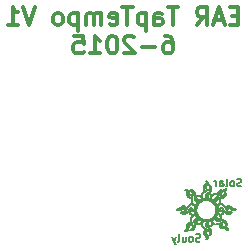
<source format=gbo>
%FSLAX46Y46*%
G04 Gerber Fmt 4.6, Leading zero omitted, Abs format (unit mm)*
G04 Created by KiCad (PCBNEW (2014-10-27 BZR 5228)-product) date 6/17/2015 7:46:51 PM*
%MOMM*%
G01*
G04 APERTURE LIST*
%ADD10C,0.150000*%
%ADD11C,0.300000*%
G04 APERTURE END LIST*
D10*
D11*
X212914285Y-117564857D02*
X212414285Y-117564857D01*
X212199999Y-118350571D02*
X212914285Y-118350571D01*
X212914285Y-116850571D01*
X212199999Y-116850571D01*
X211628571Y-117922000D02*
X210914285Y-117922000D01*
X211771428Y-118350571D02*
X211271428Y-116850571D01*
X210771428Y-118350571D01*
X209414285Y-118350571D02*
X209914285Y-117636286D01*
X210271428Y-118350571D02*
X210271428Y-116850571D01*
X209700000Y-116850571D01*
X209557142Y-116922000D01*
X209485714Y-116993429D01*
X209414285Y-117136286D01*
X209414285Y-117350571D01*
X209485714Y-117493429D01*
X209557142Y-117564857D01*
X209700000Y-117636286D01*
X210271428Y-117636286D01*
X207842857Y-116850571D02*
X206985714Y-116850571D01*
X207414285Y-118350571D02*
X207414285Y-116850571D01*
X205842857Y-118350571D02*
X205842857Y-117564857D01*
X205914286Y-117422000D01*
X206057143Y-117350571D01*
X206342857Y-117350571D01*
X206485714Y-117422000D01*
X205842857Y-118279143D02*
X205985714Y-118350571D01*
X206342857Y-118350571D01*
X206485714Y-118279143D01*
X206557143Y-118136286D01*
X206557143Y-117993429D01*
X206485714Y-117850571D01*
X206342857Y-117779143D01*
X205985714Y-117779143D01*
X205842857Y-117707714D01*
X205128571Y-117350571D02*
X205128571Y-118850571D01*
X205128571Y-117422000D02*
X204985714Y-117350571D01*
X204700000Y-117350571D01*
X204557143Y-117422000D01*
X204485714Y-117493429D01*
X204414285Y-117636286D01*
X204414285Y-118064857D01*
X204485714Y-118207714D01*
X204557143Y-118279143D01*
X204700000Y-118350571D01*
X204985714Y-118350571D01*
X205128571Y-118279143D01*
X203985714Y-116850571D02*
X203128571Y-116850571D01*
X203557142Y-118350571D02*
X203557142Y-116850571D01*
X202057143Y-118279143D02*
X202200000Y-118350571D01*
X202485714Y-118350571D01*
X202628571Y-118279143D01*
X202700000Y-118136286D01*
X202700000Y-117564857D01*
X202628571Y-117422000D01*
X202485714Y-117350571D01*
X202200000Y-117350571D01*
X202057143Y-117422000D01*
X201985714Y-117564857D01*
X201985714Y-117707714D01*
X202700000Y-117850571D01*
X201342857Y-118350571D02*
X201342857Y-117350571D01*
X201342857Y-117493429D02*
X201271429Y-117422000D01*
X201128571Y-117350571D01*
X200914286Y-117350571D01*
X200771429Y-117422000D01*
X200700000Y-117564857D01*
X200700000Y-118350571D01*
X200700000Y-117564857D02*
X200628571Y-117422000D01*
X200485714Y-117350571D01*
X200271429Y-117350571D01*
X200128571Y-117422000D01*
X200057143Y-117564857D01*
X200057143Y-118350571D01*
X199342857Y-117350571D02*
X199342857Y-118850571D01*
X199342857Y-117422000D02*
X199200000Y-117350571D01*
X198914286Y-117350571D01*
X198771429Y-117422000D01*
X198700000Y-117493429D01*
X198628571Y-117636286D01*
X198628571Y-118064857D01*
X198700000Y-118207714D01*
X198771429Y-118279143D01*
X198914286Y-118350571D01*
X199200000Y-118350571D01*
X199342857Y-118279143D01*
X197771428Y-118350571D02*
X197914286Y-118279143D01*
X197985714Y-118207714D01*
X198057143Y-118064857D01*
X198057143Y-117636286D01*
X197985714Y-117493429D01*
X197914286Y-117422000D01*
X197771428Y-117350571D01*
X197557143Y-117350571D01*
X197414286Y-117422000D01*
X197342857Y-117493429D01*
X197271428Y-117636286D01*
X197271428Y-118064857D01*
X197342857Y-118207714D01*
X197414286Y-118279143D01*
X197557143Y-118350571D01*
X197771428Y-118350571D01*
X195700000Y-116850571D02*
X195200000Y-118350571D01*
X194700000Y-116850571D01*
X193414286Y-118350571D02*
X194271429Y-118350571D01*
X193842857Y-118350571D02*
X193842857Y-116850571D01*
X193985714Y-117064857D01*
X194128572Y-117207714D01*
X194271429Y-117279143D01*
X206699999Y-119250571D02*
X206985713Y-119250571D01*
X207128570Y-119322000D01*
X207199999Y-119393429D01*
X207342856Y-119607714D01*
X207414285Y-119893429D01*
X207414285Y-120464857D01*
X207342856Y-120607714D01*
X207271428Y-120679143D01*
X207128570Y-120750571D01*
X206842856Y-120750571D01*
X206699999Y-120679143D01*
X206628570Y-120607714D01*
X206557142Y-120464857D01*
X206557142Y-120107714D01*
X206628570Y-119964857D01*
X206699999Y-119893429D01*
X206842856Y-119822000D01*
X207128570Y-119822000D01*
X207271428Y-119893429D01*
X207342856Y-119964857D01*
X207414285Y-120107714D01*
X205914285Y-120179143D02*
X204771428Y-120179143D01*
X204128571Y-119393429D02*
X204057142Y-119322000D01*
X203914285Y-119250571D01*
X203557142Y-119250571D01*
X203414285Y-119322000D01*
X203342856Y-119393429D01*
X203271428Y-119536286D01*
X203271428Y-119679143D01*
X203342856Y-119893429D01*
X204199999Y-120750571D01*
X203271428Y-120750571D01*
X202342857Y-119250571D02*
X202200000Y-119250571D01*
X202057143Y-119322000D01*
X201985714Y-119393429D01*
X201914285Y-119536286D01*
X201842857Y-119822000D01*
X201842857Y-120179143D01*
X201914285Y-120464857D01*
X201985714Y-120607714D01*
X202057143Y-120679143D01*
X202200000Y-120750571D01*
X202342857Y-120750571D01*
X202485714Y-120679143D01*
X202557143Y-120607714D01*
X202628571Y-120464857D01*
X202700000Y-120179143D01*
X202700000Y-119822000D01*
X202628571Y-119536286D01*
X202557143Y-119393429D01*
X202485714Y-119322000D01*
X202342857Y-119250571D01*
X200414286Y-120750571D02*
X201271429Y-120750571D01*
X200842857Y-120750571D02*
X200842857Y-119250571D01*
X200985714Y-119464857D01*
X201128572Y-119607714D01*
X201271429Y-119679143D01*
X199057143Y-119250571D02*
X199771429Y-119250571D01*
X199842858Y-119964857D01*
X199771429Y-119893429D01*
X199628572Y-119822000D01*
X199271429Y-119822000D01*
X199128572Y-119893429D01*
X199057143Y-119964857D01*
X198985715Y-120107714D01*
X198985715Y-120464857D01*
X199057143Y-120607714D01*
X199128572Y-120679143D01*
X199271429Y-120750571D01*
X199628572Y-120750571D01*
X199771429Y-120679143D01*
X199842858Y-120607714D01*
D10*
X210345020Y-135107680D02*
X210352640Y-135117840D01*
X210352640Y-135117840D02*
X210360260Y-135128000D01*
X210360260Y-135128000D02*
X210367880Y-135138160D01*
X210367880Y-135138160D02*
X210372960Y-135143240D01*
X210372960Y-135143240D02*
X210375500Y-135148320D01*
X210375500Y-135148320D02*
X210378040Y-135150860D01*
X210378040Y-135150860D02*
X210383120Y-135155940D01*
X210383120Y-135155940D02*
X210385660Y-135161020D01*
X210385660Y-135161020D02*
X210388200Y-135166100D01*
X210388200Y-135166100D02*
X210390740Y-135171180D01*
X210390740Y-135171180D02*
X210393280Y-135176260D01*
X210393280Y-135176260D02*
X210395820Y-135178800D01*
X210395820Y-135178800D02*
X210395820Y-135183880D01*
X210395820Y-135183880D02*
X210398360Y-135188960D01*
X210398360Y-135188960D02*
X210400900Y-135194040D01*
X210400900Y-135194040D02*
X210400900Y-135196580D01*
X210400900Y-135196580D02*
X210403440Y-135201660D01*
X210403440Y-135201660D02*
X210403440Y-135206740D01*
X210403440Y-135206740D02*
X210405980Y-135209280D01*
X210405980Y-135209280D02*
X210405980Y-135211820D01*
X210405980Y-135211820D02*
X210405980Y-135214360D01*
X210405980Y-135214360D02*
X210405980Y-135216900D01*
X210405980Y-135216900D02*
X210405980Y-135219440D01*
X210405980Y-135219440D02*
X210408520Y-135219440D01*
X210408520Y-135219440D02*
X210408520Y-135221980D01*
X210408520Y-135221980D02*
X210408520Y-135224520D01*
X210408520Y-135224520D02*
X210408520Y-135227060D01*
X210408520Y-135227060D02*
X210408520Y-135229600D01*
X210408520Y-135229600D02*
X210408520Y-135229600D01*
X210408520Y-135229600D02*
X210408520Y-135232140D01*
X210408520Y-135232140D02*
X210408520Y-135234680D01*
X210408520Y-135234680D02*
X210408520Y-135237220D01*
X210408520Y-135237220D02*
X210408520Y-135237220D01*
X210408520Y-135237220D02*
X210408520Y-135239760D01*
X210408520Y-135239760D02*
X210408520Y-135242300D01*
X210408520Y-135242300D02*
X210408520Y-135244840D01*
X210408520Y-135244840D02*
X210408520Y-135247380D01*
X210408520Y-135247380D02*
X210408520Y-135247380D01*
X210408520Y-135247380D02*
X210405980Y-135249920D01*
X210405980Y-135252460D02*
X210405980Y-135255000D01*
X210405980Y-135255000D02*
X210405980Y-135257540D01*
X210405980Y-135257540D02*
X210405980Y-135257540D01*
X210405980Y-135257540D02*
X210405980Y-135260080D01*
X210405980Y-135260080D02*
X210403440Y-135262620D01*
X210403440Y-135262620D02*
X210403440Y-135265160D01*
X210403440Y-135265160D02*
X210403440Y-135265160D01*
X210403440Y-135265160D02*
X210403440Y-135267700D01*
X210403440Y-135267700D02*
X210400900Y-135270240D01*
X210400900Y-135270240D02*
X210400900Y-135272780D01*
X210400900Y-135272780D02*
X210400900Y-135275320D01*
X210400900Y-135275320D02*
X210398360Y-135275320D01*
X210398360Y-135275320D02*
X210398360Y-135277860D01*
X210398360Y-135277860D02*
X210395820Y-135280400D01*
X210395820Y-135280400D02*
X210395820Y-135280400D01*
X210395820Y-135280400D02*
X210395820Y-135282940D01*
X210395820Y-135282940D02*
X210393280Y-135285480D01*
X210393280Y-135285480D02*
X210393280Y-135288020D01*
X210393280Y-135288020D02*
X210390740Y-135288020D01*
X210390740Y-135288020D02*
X210390740Y-135290560D01*
X210390740Y-135290560D02*
X210388200Y-135293100D01*
X210388200Y-135293100D02*
X210385660Y-135295640D01*
X210385660Y-135295640D02*
X210383120Y-135298180D01*
X210383120Y-135298180D02*
X210380580Y-135303260D01*
X210380580Y-135303260D02*
X210378040Y-135305800D01*
X210378040Y-135305800D02*
X210375500Y-135308340D01*
X210375500Y-135308340D02*
X210372960Y-135310880D01*
X210372960Y-135310880D02*
X210367880Y-135313420D01*
X210367880Y-135313420D02*
X210365340Y-135318500D01*
X210365340Y-135318500D02*
X210362800Y-135321040D01*
X210362800Y-135321040D02*
X210357720Y-135323580D01*
X210357720Y-135323580D02*
X210355180Y-135326120D01*
X210355180Y-135326120D02*
X210350100Y-135328660D01*
X210350100Y-135328660D02*
X210347560Y-135331200D01*
X210347560Y-135331200D02*
X210339940Y-135336280D01*
X210339940Y-135336280D02*
X210332320Y-135341360D01*
X210332320Y-135341360D02*
X210322160Y-135346440D01*
X210322160Y-135346440D02*
X210314540Y-135351520D01*
X210416140Y-135356600D02*
X210456780Y-135356600D01*
X210456780Y-135356600D02*
X210494880Y-135356600D01*
X210494880Y-135356600D02*
X210510120Y-135356600D01*
X210510120Y-135356600D02*
X210525360Y-135356600D01*
X210525360Y-135356600D02*
X210540600Y-135354060D01*
X210540600Y-135354060D02*
X210555840Y-135351520D01*
X210555840Y-135351520D02*
X210568540Y-135351520D01*
X210568540Y-135351520D02*
X210573620Y-135348980D01*
X210573620Y-135348980D02*
X210578700Y-135348980D01*
X210578700Y-135348980D02*
X210583780Y-135346440D01*
X210583780Y-135346440D02*
X210588860Y-135346440D01*
X210588860Y-135346440D02*
X210596480Y-135343900D01*
X210596480Y-135343900D02*
X210599020Y-135343900D01*
X210599020Y-135343900D02*
X210604100Y-135341360D01*
X210604100Y-135341360D02*
X210609180Y-135341360D01*
X210609180Y-135341360D02*
X210614260Y-135338820D01*
X210614260Y-135338820D02*
X210619340Y-135336280D01*
X210619340Y-135336280D02*
X210621880Y-135336280D01*
X210621880Y-135336280D02*
X210626960Y-135333740D01*
X210626960Y-135333740D02*
X210629500Y-135331200D01*
X210629500Y-135331200D02*
X210634580Y-135328660D01*
X210634580Y-135328660D02*
X210637120Y-135326120D01*
X210637120Y-135326120D02*
X210639660Y-135326120D01*
X210639660Y-135326120D02*
X210644740Y-135323580D01*
X210644740Y-135323580D02*
X210647280Y-135321040D01*
X210647280Y-135321040D02*
X210649820Y-135318500D01*
X210649820Y-135318500D02*
X210652360Y-135315960D01*
X210652360Y-135315960D02*
X210654900Y-135313420D01*
X210654900Y-135313420D02*
X210657440Y-135310880D01*
X210657440Y-135310880D02*
X210659980Y-135308340D01*
X210659980Y-135308340D02*
X210662520Y-135305800D01*
X210662520Y-135305800D02*
X210665060Y-135300720D01*
X210665060Y-135300720D02*
X210667600Y-135298180D01*
X210667600Y-135298180D02*
X210670140Y-135295640D01*
X210670140Y-135295640D02*
X210672680Y-135293100D01*
X210672680Y-135293100D02*
X210675220Y-135290560D01*
X210675220Y-135290560D02*
X210677760Y-135285480D01*
X210677760Y-135285480D02*
X210680300Y-135282940D01*
X210680300Y-135282940D02*
X210680300Y-135277860D01*
X210680300Y-135277860D02*
X210685380Y-135272780D01*
X210685380Y-135272780D02*
X210687920Y-135265160D01*
X210687920Y-135265160D02*
X210693000Y-135257540D01*
X210695540Y-135252460D02*
X210695540Y-135247380D01*
X210695540Y-135247380D02*
X210698080Y-135244840D01*
X210698080Y-135244840D02*
X210700620Y-135239760D01*
X210700620Y-135239760D02*
X210703160Y-135229600D01*
X210703160Y-135229600D02*
X210708240Y-135216900D01*
X210708240Y-135216900D02*
X210710780Y-135204200D01*
X210710780Y-135204200D02*
X210713320Y-135191500D01*
X210713320Y-135191500D02*
X210718400Y-135178800D01*
X210718400Y-135178800D02*
X210720940Y-135166100D01*
X210720940Y-135166100D02*
X210723480Y-135150860D01*
X210723480Y-135150860D02*
X210726020Y-135135620D01*
X210726020Y-135135620D02*
X210728560Y-135120380D01*
X210728560Y-135120380D02*
X210731100Y-135102600D01*
X210731100Y-135102600D02*
X210731100Y-135087360D01*
X210731100Y-135087360D02*
X210733640Y-135072120D01*
X210733640Y-135072120D02*
X210733640Y-135054340D01*
X210733640Y-135054340D02*
X210733640Y-135039100D01*
X210728560Y-135028940D02*
X210726020Y-135018780D01*
X210726020Y-135018780D02*
X210720940Y-135006080D01*
X210720940Y-135006080D02*
X210718400Y-134995920D01*
X210718400Y-134995920D02*
X210713320Y-134985760D01*
X210713320Y-134985760D02*
X210710780Y-134975600D01*
X210710780Y-134975600D02*
X210708240Y-134962900D01*
X210708240Y-134962900D02*
X210705700Y-134952740D01*
X210705700Y-134952740D02*
X210703160Y-134940040D01*
X210703160Y-134940040D02*
X210700620Y-134929880D01*
X210700620Y-134929880D02*
X210698080Y-134917180D01*
X210698080Y-134917180D02*
X210698080Y-134907020D01*
X210698080Y-134907020D02*
X210695540Y-134894320D01*
X210695540Y-134894320D02*
X210695540Y-134881620D01*
X210695540Y-134881620D02*
X210695540Y-134871460D01*
X210695540Y-134871460D02*
X210695540Y-134858760D01*
X210677760Y-134866380D02*
X210662520Y-134874000D01*
X210662520Y-134874000D02*
X210647280Y-134881620D01*
X210647280Y-134881620D02*
X210629500Y-134889240D01*
X210629500Y-134889240D02*
X210614260Y-134896860D01*
X210614260Y-134896860D02*
X210596480Y-134901940D01*
X210596480Y-134901940D02*
X210581240Y-134909560D01*
X210581240Y-134909560D02*
X210563460Y-134914640D01*
X210563460Y-134914640D02*
X210545680Y-134922260D01*
X210545680Y-134922260D02*
X210530440Y-134927340D01*
X210530440Y-134927340D02*
X210512660Y-134932420D01*
X210512660Y-134932420D02*
X210494880Y-134937500D01*
X210494880Y-134937500D02*
X210477100Y-134942580D01*
X210477100Y-134942580D02*
X210459320Y-134945120D01*
X210459320Y-134945120D02*
X210441540Y-134950200D01*
X210441540Y-134950200D02*
X210423760Y-134952740D01*
X210418680Y-134965440D02*
X210413600Y-134978140D01*
X210413600Y-134978140D02*
X210408520Y-134990840D01*
X210408520Y-134990840D02*
X210403440Y-135001000D01*
X210403440Y-135001000D02*
X210390740Y-135023860D01*
X210390740Y-135023860D02*
X210380580Y-135046720D01*
X210380580Y-135046720D02*
X210370420Y-135064500D01*
X210370420Y-135064500D02*
X210360260Y-135082280D01*
X210360260Y-135082280D02*
X210345020Y-135107680D01*
X211109560Y-134686040D02*
X211122260Y-134686040D01*
X211122260Y-134686040D02*
X211137500Y-134688580D01*
X211137500Y-134688580D02*
X211147660Y-134688580D01*
X211147660Y-134688580D02*
X211155280Y-134688580D01*
X211155280Y-134688580D02*
X211160360Y-134691120D01*
X211160360Y-134691120D02*
X211165440Y-134691120D01*
X211165440Y-134691120D02*
X211170520Y-134693660D01*
X211170520Y-134693660D02*
X211178140Y-134693660D01*
X211178140Y-134693660D02*
X211183220Y-134693660D01*
X211183220Y-134693660D02*
X211188300Y-134696200D01*
X211188300Y-134696200D02*
X211193380Y-134698740D01*
X211193380Y-134698740D02*
X211195920Y-134698740D01*
X211195920Y-134698740D02*
X211201000Y-134701280D01*
X211201000Y-134701280D02*
X211206080Y-134701280D01*
X211206080Y-134701280D02*
X211211160Y-134703820D01*
X211211160Y-134703820D02*
X211213700Y-134706360D01*
X211213700Y-134706360D02*
X211218780Y-134708900D01*
X211218780Y-134708900D02*
X211223860Y-134708900D01*
X211223860Y-134708900D02*
X211226400Y-134711440D01*
X211226400Y-134711440D02*
X211228940Y-134713980D01*
X211228940Y-134713980D02*
X211228940Y-134713980D01*
X211228940Y-134713980D02*
X211231480Y-134716520D01*
X211231480Y-134716520D02*
X211234020Y-134716520D01*
X211234020Y-134716520D02*
X211234020Y-134719060D01*
X211234020Y-134719060D02*
X211236560Y-134719060D01*
X211236560Y-134719060D02*
X211239100Y-134721600D01*
X211239100Y-134721600D02*
X211239100Y-134721600D01*
X211239100Y-134721600D02*
X211241640Y-134724140D01*
X211241640Y-134724140D02*
X211244180Y-134724140D01*
X211244180Y-134724140D02*
X211244180Y-134726680D01*
X211244180Y-134726680D02*
X211246720Y-134726680D01*
X211246720Y-134726680D02*
X211246720Y-134729220D01*
X211246720Y-134729220D02*
X211249260Y-134729220D01*
X211249260Y-134729220D02*
X211249260Y-134731760D01*
X211249260Y-134731760D02*
X211251800Y-134731760D01*
X211251800Y-134731760D02*
X211251800Y-134734300D01*
X211251800Y-134734300D02*
X211254340Y-134736840D01*
X211254340Y-134736840D02*
X211254340Y-134736840D01*
X211254340Y-134736840D02*
X211256880Y-134739380D01*
X211256880Y-134739380D02*
X211259420Y-134741920D01*
X211259420Y-134741920D02*
X211259420Y-134744460D01*
X211259420Y-134744460D02*
X211261960Y-134747000D01*
X211261960Y-134747000D02*
X211261960Y-134747000D01*
X211261960Y-134747000D02*
X211264500Y-134749540D01*
X211264500Y-134749540D02*
X211264500Y-134752080D01*
X211264500Y-134752080D02*
X211264500Y-134752080D01*
X211264500Y-134752080D02*
X211267040Y-134754620D01*
X211267040Y-134754620D02*
X211267040Y-134757160D01*
X211267040Y-134757160D02*
X211267040Y-134759700D01*
X211267040Y-134759700D02*
X211269580Y-134759700D01*
X211269580Y-134759700D02*
X211269580Y-134762240D01*
X211269580Y-134762240D02*
X211269580Y-134764780D01*
X211269580Y-134764780D02*
X211272120Y-134767320D01*
X211272120Y-134767320D02*
X211272120Y-134767320D01*
X211272120Y-134767320D02*
X211272120Y-134769860D01*
X211272120Y-134769860D02*
X211272120Y-134772400D01*
X211272120Y-134772400D02*
X211272120Y-134774940D01*
X211272120Y-134774940D02*
X211274660Y-134777480D01*
X211274660Y-134777480D02*
X211274660Y-134777480D01*
X211274660Y-134777480D02*
X211274660Y-134780020D01*
X211274660Y-134780020D02*
X211274660Y-134785100D01*
X211274660Y-134785100D02*
X211274660Y-134790180D01*
X211274660Y-134790180D02*
X211277200Y-134792720D01*
X211277200Y-134792720D02*
X211277200Y-134797800D01*
X211277200Y-134797800D02*
X211277200Y-134802880D01*
X211277200Y-134802880D02*
X211277200Y-134805420D01*
X211277200Y-134805420D02*
X211277200Y-134810500D01*
X211277200Y-134810500D02*
X211277200Y-134815580D01*
X211277200Y-134815580D02*
X211277200Y-134820660D01*
X211277200Y-134820660D02*
X211277200Y-134825740D01*
X211277200Y-134825740D02*
X211274660Y-134828280D01*
X211274660Y-134828280D02*
X211274660Y-134833360D01*
X211274660Y-134833360D02*
X211274660Y-134838440D01*
X211274660Y-134838440D02*
X211272120Y-134848600D01*
X211272120Y-134848600D02*
X211272120Y-134856220D01*
X211272120Y-134856220D02*
X211269580Y-134866380D01*
X211269580Y-134866380D02*
X211267040Y-134876540D01*
X211338160Y-134807960D02*
X211368640Y-134777480D01*
X211368640Y-134777480D02*
X211394040Y-134749540D01*
X211394040Y-134749540D02*
X211404200Y-134736840D01*
X211404200Y-134736840D02*
X211414360Y-134724140D01*
X211414360Y-134724140D02*
X211424520Y-134713980D01*
X211424520Y-134713980D02*
X211432140Y-134703820D01*
X211432140Y-134703820D02*
X211439760Y-134691120D01*
X211439760Y-134691120D02*
X211442300Y-134686040D01*
X211442300Y-134686040D02*
X211447380Y-134683500D01*
X211447380Y-134683500D02*
X211449920Y-134678420D01*
X211449920Y-134678420D02*
X211452460Y-134673340D01*
X211452460Y-134673340D02*
X211455000Y-134668260D01*
X211455000Y-134668260D02*
X211457540Y-134663180D01*
X211457540Y-134663180D02*
X211460080Y-134658100D01*
X211460080Y-134658100D02*
X211462620Y-134655560D01*
X211462620Y-134655560D02*
X211462620Y-134650480D01*
X211462620Y-134650480D02*
X211465160Y-134645400D01*
X211465160Y-134645400D02*
X211467700Y-134642860D01*
X211467700Y-134642860D02*
X211467700Y-134637780D01*
X211467700Y-134637780D02*
X211470240Y-134632700D01*
X211470240Y-134632700D02*
X211470240Y-134630160D01*
X211470240Y-134630160D02*
X211470240Y-134625080D01*
X211470240Y-134625080D02*
X211472780Y-134622540D01*
X211472780Y-134622540D02*
X211472780Y-134617460D01*
X211472780Y-134617460D02*
X211472780Y-134614920D01*
X211472780Y-134614920D02*
X211472780Y-134609840D01*
X211472780Y-134609840D02*
X211472780Y-134604760D01*
X211472780Y-134604760D02*
X211472780Y-134602220D01*
X211472780Y-134602220D02*
X211472780Y-134599680D01*
X211472780Y-134599680D02*
X211472780Y-134594600D01*
X211472780Y-134594600D02*
X211472780Y-134592060D01*
X211472780Y-134592060D02*
X211472780Y-134586980D01*
X211472780Y-134586980D02*
X211472780Y-134584440D01*
X211472780Y-134584440D02*
X211470240Y-134579360D01*
X211470240Y-134579360D02*
X211470240Y-134576820D01*
X211470240Y-134576820D02*
X211470240Y-134571740D01*
X211470240Y-134571740D02*
X211467700Y-134569200D01*
X211467700Y-134569200D02*
X211467700Y-134564120D01*
X211467700Y-134564120D02*
X211467700Y-134561580D01*
X211467700Y-134561580D02*
X211465160Y-134551420D01*
X211465160Y-134551420D02*
X211460080Y-134543800D01*
X211460080Y-134543800D02*
X211457540Y-134536180D01*
X211457540Y-134533640D02*
X211455000Y-134528560D01*
X211455000Y-134528560D02*
X211452460Y-134523480D01*
X211452460Y-134523480D02*
X211452460Y-134520940D01*
X211452460Y-134520940D02*
X211447380Y-134510780D01*
X211447380Y-134510780D02*
X211442300Y-134503160D01*
X211442300Y-134503160D02*
X211437220Y-134493000D01*
X211437220Y-134493000D02*
X211432140Y-134482840D01*
X211432140Y-134482840D02*
X211424520Y-134472680D01*
X211424520Y-134472680D02*
X211419440Y-134462520D01*
X211419440Y-134462520D02*
X211411820Y-134452360D01*
X211411820Y-134452360D02*
X211404200Y-134442200D01*
X211404200Y-134442200D02*
X211396580Y-134432040D01*
X211396580Y-134432040D02*
X211386420Y-134421880D01*
X211386420Y-134421880D02*
X211378800Y-134409180D01*
X211378800Y-134409180D02*
X211368640Y-134399020D01*
X211368640Y-134399020D02*
X211361020Y-134388860D01*
X211361020Y-134388860D02*
X211350860Y-134376160D01*
X211350860Y-134376160D02*
X211340700Y-134366000D01*
X211340700Y-134366000D02*
X211330540Y-134355840D01*
X211330540Y-134355840D02*
X211320380Y-134345680D01*
X211320380Y-134345680D02*
X211310220Y-134338060D01*
X211310220Y-134338060D02*
X211297520Y-134327900D01*
X211297520Y-134327900D02*
X211287360Y-134317740D01*
X211287360Y-134317740D02*
X211277200Y-134310120D01*
X211277200Y-134310120D02*
X211264500Y-134302500D01*
X211264500Y-134302500D02*
X211259420Y-134297420D01*
X211259420Y-134297420D02*
X211254340Y-134294880D01*
X211254340Y-134294880D02*
X211249260Y-134289800D01*
X211249260Y-134289800D02*
X211244180Y-134287260D01*
X211244180Y-134287260D02*
X211236560Y-134284720D01*
X211236560Y-134284720D02*
X211231480Y-134282180D01*
X211231480Y-134282180D02*
X211226400Y-134277100D01*
X211226400Y-134277100D02*
X211221320Y-134274560D01*
X211221320Y-134274560D02*
X211216240Y-134272020D01*
X211216240Y-134272020D02*
X211208620Y-134269480D01*
X211208620Y-134269480D02*
X211203540Y-134269480D01*
X211203540Y-134269480D02*
X211198460Y-134266940D01*
X211198460Y-134266940D02*
X211193380Y-134264400D01*
X211193380Y-134264400D02*
X211188300Y-134264400D01*
X211188300Y-134264400D02*
X211183220Y-134261860D01*
X211183220Y-134261860D02*
X211180680Y-134261860D01*
X211180680Y-134261860D02*
X211178140Y-134261860D01*
X211178140Y-134261860D02*
X211175600Y-134261860D01*
X211170520Y-134279640D02*
X211165440Y-134297420D01*
X211165440Y-134297420D02*
X211160360Y-134312660D01*
X211160360Y-134312660D02*
X211152740Y-134330440D01*
X211152740Y-134330440D02*
X211147660Y-134348220D01*
X211147660Y-134348220D02*
X211140040Y-134366000D01*
X211140040Y-134366000D02*
X211132420Y-134381240D01*
X211132420Y-134381240D02*
X211124800Y-134399020D01*
X211124800Y-134399020D02*
X211117180Y-134416800D01*
X211117180Y-134416800D02*
X211109560Y-134432040D01*
X211109560Y-134432040D02*
X211101940Y-134447280D01*
X211101940Y-134447280D02*
X211094320Y-134465060D01*
X211094320Y-134465060D02*
X211084160Y-134480300D01*
X211084160Y-134480300D02*
X211074000Y-134495540D01*
X211074000Y-134495540D02*
X211066380Y-134510780D01*
X211066380Y-134510780D02*
X211056220Y-134526020D01*
X211061300Y-134538720D02*
X211066380Y-134548880D01*
X211066380Y-134548880D02*
X211074000Y-134574280D01*
X211074000Y-134574280D02*
X211084160Y-134597140D01*
X211084160Y-134597140D02*
X211091780Y-134620000D01*
X211091780Y-134620000D02*
X211096860Y-134640320D01*
X211096860Y-134640320D02*
X211101940Y-134658100D01*
X211101940Y-134658100D02*
X211109560Y-134686040D01*
X210238340Y-134853680D02*
X210261200Y-134853680D01*
X210261200Y-134853680D02*
X210284060Y-134851140D01*
X210284060Y-134851140D02*
X210304380Y-134851140D01*
X210304380Y-134851140D02*
X210327240Y-134848600D01*
X210327240Y-134848600D02*
X210347560Y-134846060D01*
X210347560Y-134846060D02*
X210367880Y-134843520D01*
X210367880Y-134843520D02*
X210390740Y-134840980D01*
X210390740Y-134840980D02*
X210411060Y-134835900D01*
X210411060Y-134835900D02*
X210431380Y-134830820D01*
X210431380Y-134830820D02*
X210451700Y-134825740D01*
X210451700Y-134825740D02*
X210472020Y-134820660D01*
X210472020Y-134820660D02*
X210492340Y-134815580D01*
X210492340Y-134815580D02*
X210512660Y-134807960D01*
X210512660Y-134807960D02*
X210532980Y-134800340D01*
X210532980Y-134800340D02*
X210553300Y-134795260D01*
X210553300Y-134795260D02*
X210571080Y-134785100D01*
X210571080Y-134785100D02*
X210591400Y-134777480D01*
X210591400Y-134777480D02*
X210609180Y-134769860D01*
X210609180Y-134769860D02*
X210626960Y-134759700D01*
X210626960Y-134759700D02*
X210647280Y-134749540D01*
X210647280Y-134749540D02*
X210665060Y-134739380D01*
X210665060Y-134739380D02*
X210682840Y-134729220D01*
X210682840Y-134729220D02*
X210700620Y-134719060D01*
X210700620Y-134719060D02*
X210715860Y-134706360D01*
X210715860Y-134706360D02*
X210733640Y-134696200D01*
X210733640Y-134696200D02*
X210751420Y-134683500D01*
X210751420Y-134683500D02*
X210766660Y-134670800D01*
X210766660Y-134670800D02*
X210781900Y-134658100D01*
X210781900Y-134658100D02*
X210797140Y-134645400D01*
X210797140Y-134645400D02*
X210814920Y-134630160D01*
X210814920Y-134630160D02*
X210827620Y-134617460D01*
X210827620Y-134617460D02*
X210842860Y-134602220D01*
X210842860Y-134602220D02*
X210858100Y-134586980D01*
X210858100Y-134586980D02*
X210870800Y-134574280D01*
X210870800Y-134574280D02*
X210886040Y-134556500D01*
X210886040Y-134556500D02*
X210898740Y-134541260D01*
X210898740Y-134541260D02*
X210911440Y-134526020D01*
X210911440Y-134526020D02*
X210924140Y-134510780D01*
X210924140Y-134510780D02*
X210936840Y-134493000D01*
X210936840Y-134493000D02*
X210947000Y-134475220D01*
X210947000Y-134475220D02*
X210959700Y-134459980D01*
X210959700Y-134459980D02*
X210969860Y-134442200D01*
X210969860Y-134442200D02*
X210980020Y-134424420D01*
X210980020Y-134424420D02*
X210990180Y-134406640D01*
X210990180Y-134406640D02*
X211000340Y-134386320D01*
X211000340Y-134386320D02*
X211010500Y-134368540D01*
X211010500Y-134368540D02*
X211018120Y-134350760D01*
X211018120Y-134350760D02*
X211025740Y-134330440D01*
X211025740Y-134330440D02*
X211035900Y-134312660D01*
X211035900Y-134312660D02*
X211040980Y-134292340D01*
X211040980Y-134292340D02*
X211048600Y-134272020D01*
X211048600Y-134272020D02*
X211056220Y-134251700D01*
X211056220Y-134251700D02*
X211061300Y-134231380D01*
X211061300Y-134231380D02*
X211066380Y-134211060D01*
X211066380Y-134211060D02*
X211071460Y-134190740D01*
X211071460Y-134190740D02*
X211076540Y-134170420D01*
X211076540Y-134170420D02*
X211081620Y-134150100D01*
X211081620Y-134150100D02*
X211084160Y-134127240D01*
X211084160Y-134127240D02*
X211086700Y-134106920D01*
X211086700Y-134106920D02*
X211089240Y-134086600D01*
X211089240Y-134086600D02*
X211091780Y-134063740D01*
X211091780Y-134063740D02*
X211091780Y-134043420D01*
X211091780Y-134043420D02*
X211094320Y-134020560D01*
X211094320Y-134020560D02*
X211094320Y-133997700D01*
X211094320Y-133977380D02*
X211091780Y-133954520D01*
X211091780Y-133954520D02*
X211091780Y-133931660D01*
X211091780Y-133931660D02*
X211089240Y-133911340D01*
X211089240Y-133911340D02*
X211086700Y-133888480D01*
X211086700Y-133888480D02*
X211084160Y-133868160D01*
X211084160Y-133868160D02*
X211081620Y-133847840D01*
X211081620Y-133847840D02*
X211076540Y-133827520D01*
X211076540Y-133827520D02*
X211071460Y-133804660D01*
X211071460Y-133804660D02*
X211066380Y-133784340D01*
X211066380Y-133784340D02*
X211061300Y-133764020D01*
X211061300Y-133764020D02*
X211056220Y-133743700D01*
X211056220Y-133743700D02*
X211048600Y-133723380D01*
X211048600Y-133723380D02*
X211040980Y-133705600D01*
X211040980Y-133705600D02*
X211035900Y-133685280D01*
X211035900Y-133685280D02*
X211025740Y-133664960D01*
X211025740Y-133664960D02*
X211018120Y-133647180D01*
X211018120Y-133647180D02*
X211010500Y-133626860D01*
X211010500Y-133626860D02*
X211000340Y-133609080D01*
X211000340Y-133609080D02*
X210990180Y-133591300D01*
X210990180Y-133591300D02*
X210980020Y-133573520D01*
X210980020Y-133573520D02*
X210969860Y-133555740D01*
X210969860Y-133555740D02*
X210959700Y-133537960D01*
X210959700Y-133537960D02*
X210947000Y-133520180D01*
X210947000Y-133520180D02*
X210936840Y-133504940D01*
X210936840Y-133504940D02*
X210924140Y-133487160D01*
X210924140Y-133487160D02*
X210911440Y-133471920D01*
X210911440Y-133471920D02*
X210898740Y-133454140D01*
X210898740Y-133454140D02*
X210886040Y-133438900D01*
X210886040Y-133438900D02*
X210870800Y-133423660D01*
X210870800Y-133423660D02*
X210858100Y-133408420D01*
X210858100Y-133408420D02*
X210842860Y-133393180D01*
X210842860Y-133393180D02*
X210827620Y-133380480D01*
X210827620Y-133380480D02*
X210814920Y-133365240D01*
X210814920Y-133365240D02*
X210797140Y-133352540D01*
X210797140Y-133352540D02*
X210781900Y-133339840D01*
X210781900Y-133339840D02*
X210766660Y-133327140D01*
X210766660Y-133327140D02*
X210751420Y-133314440D01*
X210751420Y-133314440D02*
X210733640Y-133301740D01*
X210733640Y-133301740D02*
X210715860Y-133289040D01*
X210715860Y-133289040D02*
X210700620Y-133278880D01*
X210700620Y-133278880D02*
X210682840Y-133266180D01*
X210682840Y-133266180D02*
X210665060Y-133256020D01*
X210665060Y-133256020D02*
X210647280Y-133245860D01*
X210647280Y-133245860D02*
X210626960Y-133235700D01*
X210626960Y-133235700D02*
X210609180Y-133228080D01*
X210609180Y-133228080D02*
X210591400Y-133217920D01*
X210591400Y-133217920D02*
X210571080Y-133210300D01*
X210571080Y-133210300D02*
X210553300Y-133202680D01*
X210553300Y-133202680D02*
X210532980Y-133195060D01*
X210532980Y-133195060D02*
X210512660Y-133187440D01*
X210512660Y-133187440D02*
X210492340Y-133182360D01*
X210492340Y-133182360D02*
X210472020Y-133174740D01*
X210472020Y-133174740D02*
X210451700Y-133169660D01*
X210451700Y-133169660D02*
X210431380Y-133164580D01*
X210431380Y-133164580D02*
X210411060Y-133159500D01*
X210411060Y-133159500D02*
X210390740Y-133156960D01*
X210390740Y-133156960D02*
X210367880Y-133151880D01*
X210367880Y-133151880D02*
X210347560Y-133149340D01*
X210347560Y-133149340D02*
X210327240Y-133146800D01*
X210327240Y-133146800D02*
X210304380Y-133146800D01*
X210304380Y-133146800D02*
X210284060Y-133144260D01*
X210284060Y-133144260D02*
X210261200Y-133144260D01*
X210261200Y-133144260D02*
X210238340Y-133144260D01*
X210218020Y-133144260D02*
X210195160Y-133144260D01*
X210195160Y-133144260D02*
X210172300Y-133146800D01*
X210172300Y-133146800D02*
X210151980Y-133146800D01*
X210151980Y-133146800D02*
X210129120Y-133149340D01*
X210129120Y-133149340D02*
X210108800Y-133151880D01*
X210108800Y-133151880D02*
X210088480Y-133156960D01*
X210088480Y-133156960D02*
X210065620Y-133159500D01*
X210065620Y-133159500D02*
X210045300Y-133164580D01*
X210045300Y-133164580D02*
X210024980Y-133169660D01*
X210024980Y-133169660D02*
X210004660Y-133174740D01*
X210004660Y-133174740D02*
X209984340Y-133182360D01*
X209984340Y-133182360D02*
X209964020Y-133187440D01*
X209964020Y-133187440D02*
X209946240Y-133195060D01*
X209946240Y-133195060D02*
X209925920Y-133202680D01*
X209925920Y-133202680D02*
X209905600Y-133210300D01*
X209905600Y-133210300D02*
X209887820Y-133217920D01*
X209887820Y-133217920D02*
X209867500Y-133228080D01*
X209867500Y-133228080D02*
X209849720Y-133235700D01*
X209849720Y-133235700D02*
X209831940Y-133245860D01*
X209831940Y-133245860D02*
X209814160Y-133256020D01*
X209814160Y-133256020D02*
X209796380Y-133266180D01*
X209796380Y-133266180D02*
X209778600Y-133278880D01*
X209778600Y-133278880D02*
X209760820Y-133289040D01*
X209760820Y-133289040D02*
X209745580Y-133301740D01*
X209745580Y-133301740D02*
X209727800Y-133314440D01*
X209727800Y-133314440D02*
X209712560Y-133327140D01*
X209712560Y-133327140D02*
X209694780Y-133339840D01*
X209694780Y-133339840D02*
X209679540Y-133352540D01*
X209679540Y-133352540D02*
X209664300Y-133365240D01*
X209664300Y-133365240D02*
X209649060Y-133380480D01*
X209649060Y-133380480D02*
X209633820Y-133393180D01*
X209633820Y-133393180D02*
X209621120Y-133408420D01*
X209621120Y-133408420D02*
X209605880Y-133423660D01*
X209605880Y-133423660D02*
X209593180Y-133438900D01*
X209593180Y-133438900D02*
X209580480Y-133454140D01*
X209580480Y-133454140D02*
X209565240Y-133471920D01*
X209565240Y-133471920D02*
X209555080Y-133487160D01*
X209555080Y-133487160D02*
X209542380Y-133504940D01*
X209542380Y-133504940D02*
X209529680Y-133520180D01*
X209529680Y-133520180D02*
X209519520Y-133537960D01*
X209519520Y-133537960D02*
X209506820Y-133555740D01*
X209506820Y-133555740D02*
X209496660Y-133573520D01*
X209496660Y-133573520D02*
X209486500Y-133591300D01*
X209486500Y-133591300D02*
X209476340Y-133609080D01*
X209476340Y-133609080D02*
X209468720Y-133626860D01*
X209468720Y-133626860D02*
X209458560Y-133647180D01*
X209458560Y-133647180D02*
X209450940Y-133664960D01*
X209450940Y-133664960D02*
X209443320Y-133685280D01*
X209443320Y-133685280D02*
X209435700Y-133705600D01*
X209435700Y-133705600D02*
X209428080Y-133723380D01*
X209428080Y-133723380D02*
X209423000Y-133743700D01*
X209423000Y-133743700D02*
X209415380Y-133764020D01*
X209415380Y-133764020D02*
X209410300Y-133784340D01*
X209410300Y-133784340D02*
X209405220Y-133804660D01*
X209405220Y-133804660D02*
X209400140Y-133827520D01*
X209400140Y-133827520D02*
X209397600Y-133847840D01*
X209397600Y-133847840D02*
X209392520Y-133868160D01*
X209392520Y-133868160D02*
X209389980Y-133888480D01*
X209389980Y-133888480D02*
X209387440Y-133911340D01*
X209387440Y-133911340D02*
X209387440Y-133931660D01*
X209387440Y-133931660D02*
X209384900Y-133954520D01*
X209384900Y-133954520D02*
X209384900Y-133977380D01*
X209384900Y-133977380D02*
X209384900Y-133997700D01*
X209384900Y-134020560D02*
X209384900Y-134043420D01*
X209384900Y-134043420D02*
X209387440Y-134063740D01*
X209387440Y-134063740D02*
X209387440Y-134086600D01*
X209387440Y-134086600D02*
X209389980Y-134106920D01*
X209389980Y-134106920D02*
X209392520Y-134127240D01*
X209392520Y-134127240D02*
X209397600Y-134150100D01*
X209397600Y-134150100D02*
X209400140Y-134170420D01*
X209400140Y-134170420D02*
X209405220Y-134190740D01*
X209405220Y-134190740D02*
X209410300Y-134211060D01*
X209410300Y-134211060D02*
X209415380Y-134231380D01*
X209415380Y-134231380D02*
X209423000Y-134251700D01*
X209423000Y-134251700D02*
X209428080Y-134272020D01*
X209428080Y-134272020D02*
X209435700Y-134292340D01*
X209435700Y-134292340D02*
X209443320Y-134312660D01*
X209443320Y-134312660D02*
X209450940Y-134330440D01*
X209450940Y-134330440D02*
X209458560Y-134350760D01*
X209458560Y-134350760D02*
X209468720Y-134368540D01*
X209468720Y-134368540D02*
X209476340Y-134386320D01*
X209476340Y-134386320D02*
X209486500Y-134406640D01*
X209486500Y-134406640D02*
X209496660Y-134424420D01*
X209496660Y-134424420D02*
X209506820Y-134442200D01*
X209506820Y-134442200D02*
X209519520Y-134459980D01*
X209519520Y-134459980D02*
X209529680Y-134475220D01*
X209529680Y-134475220D02*
X209542380Y-134493000D01*
X209542380Y-134493000D02*
X209555080Y-134510780D01*
X209555080Y-134510780D02*
X209565240Y-134526020D01*
X209565240Y-134526020D02*
X209580480Y-134541260D01*
X209580480Y-134541260D02*
X209593180Y-134556500D01*
X209593180Y-134556500D02*
X209605880Y-134574280D01*
X209605880Y-134574280D02*
X209621120Y-134586980D01*
X209621120Y-134586980D02*
X209633820Y-134602220D01*
X209633820Y-134602220D02*
X209649060Y-134617460D01*
X209649060Y-134617460D02*
X209664300Y-134630160D01*
X209664300Y-134630160D02*
X209679540Y-134645400D01*
X209679540Y-134645400D02*
X209694780Y-134658100D01*
X209694780Y-134658100D02*
X209712560Y-134670800D01*
X209712560Y-134670800D02*
X209727800Y-134683500D01*
X209727800Y-134683500D02*
X209745580Y-134696200D01*
X209745580Y-134696200D02*
X209760820Y-134706360D01*
X209760820Y-134706360D02*
X209778600Y-134719060D01*
X209778600Y-134719060D02*
X209796380Y-134729220D01*
X209796380Y-134729220D02*
X209814160Y-134739380D01*
X209814160Y-134739380D02*
X209831940Y-134749540D01*
X209831940Y-134749540D02*
X209849720Y-134759700D01*
X209849720Y-134759700D02*
X209867500Y-134769860D01*
X209867500Y-134769860D02*
X209887820Y-134777480D01*
X209887820Y-134777480D02*
X209905600Y-134785100D01*
X209905600Y-134785100D02*
X209925920Y-134795260D01*
X209925920Y-134795260D02*
X209946240Y-134800340D01*
X209946240Y-134800340D02*
X209964020Y-134807960D01*
X209964020Y-134807960D02*
X209984340Y-134815580D01*
X209984340Y-134815580D02*
X210004660Y-134820660D01*
X210004660Y-134820660D02*
X210024980Y-134825740D01*
X210024980Y-134825740D02*
X210045300Y-134830820D01*
X210045300Y-134830820D02*
X210065620Y-134835900D01*
X210065620Y-134835900D02*
X210088480Y-134840980D01*
X210088480Y-134840980D02*
X210108800Y-134843520D01*
X210108800Y-134843520D02*
X210129120Y-134846060D01*
X210129120Y-134846060D02*
X210151980Y-134848600D01*
X210151980Y-134848600D02*
X210172300Y-134851140D01*
X210172300Y-134851140D02*
X210195160Y-134851140D01*
X210195160Y-134851140D02*
X210218020Y-134853680D01*
X210218020Y-134853680D02*
X210238340Y-134853680D01*
X208178400Y-133885940D02*
X208186020Y-133880860D01*
X208186020Y-133880860D02*
X208191100Y-133875780D01*
X208191100Y-133875780D02*
X208198720Y-133870700D01*
X208198720Y-133870700D02*
X208206340Y-133868160D01*
X208206340Y-133868160D02*
X208211420Y-133863080D01*
X208211420Y-133863080D02*
X208213960Y-133860540D01*
X208213960Y-133860540D02*
X208219040Y-133860540D01*
X208219040Y-133860540D02*
X208221580Y-133858000D01*
X208221580Y-133858000D02*
X208224120Y-133855460D01*
X208224120Y-133855460D02*
X208226660Y-133855460D01*
X208226660Y-133855460D02*
X208231740Y-133852920D01*
X208231740Y-133852920D02*
X208234280Y-133852920D01*
X208234280Y-133852920D02*
X208236820Y-133850380D01*
X208236820Y-133850380D02*
X208239360Y-133850380D01*
X208239360Y-133850380D02*
X208241900Y-133847840D01*
X208241900Y-133847840D02*
X208246980Y-133847840D01*
X208246980Y-133847840D02*
X208249520Y-133847840D01*
X208249520Y-133847840D02*
X208252060Y-133845300D01*
X208252060Y-133845300D02*
X208254600Y-133845300D01*
X208254600Y-133845300D02*
X208257140Y-133845300D01*
X208257140Y-133845300D02*
X208259680Y-133845300D01*
X208259680Y-133845300D02*
X208264760Y-133842760D01*
X208264760Y-133842760D02*
X208267300Y-133842760D01*
X208267300Y-133842760D02*
X208269840Y-133842760D01*
X208269840Y-133842760D02*
X208272380Y-133842760D01*
X208272380Y-133842760D02*
X208274920Y-133842760D01*
X208274920Y-133842760D02*
X208277460Y-133842760D01*
X208280000Y-133842760D02*
X208282540Y-133842760D01*
X208282540Y-133842760D02*
X208285080Y-133842760D01*
X208285080Y-133842760D02*
X208287620Y-133842760D01*
X208287620Y-133842760D02*
X208290160Y-133842760D01*
X208290160Y-133842760D02*
X208292700Y-133842760D01*
X208292700Y-133842760D02*
X208295240Y-133845300D01*
X208295240Y-133845300D02*
X208297780Y-133845300D01*
X208297780Y-133845300D02*
X208300320Y-133845300D01*
X208300320Y-133845300D02*
X208302860Y-133845300D01*
X208302860Y-133845300D02*
X208305400Y-133845300D01*
X208305400Y-133845300D02*
X208305400Y-133847840D01*
X208305400Y-133847840D02*
X208307940Y-133847840D01*
X208307940Y-133847840D02*
X208310480Y-133847840D01*
X208310480Y-133847840D02*
X208313020Y-133847840D01*
X208313020Y-133847840D02*
X208315560Y-133850380D01*
X208315560Y-133850380D02*
X208318100Y-133850380D01*
X208318100Y-133850380D02*
X208320640Y-133850380D01*
X208320640Y-133850380D02*
X208320640Y-133852920D01*
X208320640Y-133852920D02*
X208323180Y-133852920D01*
X208323180Y-133852920D02*
X208328260Y-133855460D01*
X208328260Y-133855460D02*
X208333340Y-133858000D01*
X208333340Y-133858000D02*
X208335880Y-133860540D01*
X208335880Y-133860540D02*
X208340960Y-133860540D01*
X208340960Y-133860540D02*
X208343500Y-133863080D01*
X208343500Y-133863080D02*
X208348580Y-133868160D01*
X208348580Y-133868160D02*
X208351120Y-133870700D01*
X208351120Y-133870700D02*
X208356200Y-133873240D01*
X208356200Y-133873240D02*
X208358740Y-133875780D01*
X208358740Y-133875780D02*
X208363820Y-133878320D01*
X208363820Y-133878320D02*
X208371440Y-133885940D01*
X208371440Y-133885940D02*
X208379060Y-133891020D01*
X208379060Y-133891020D02*
X208394300Y-133906260D01*
X208394300Y-133906260D02*
X208409540Y-133921500D01*
X208424780Y-133936740D02*
X208442560Y-133954520D01*
X208442560Y-133954520D02*
X208450180Y-133962140D01*
X208450180Y-133962140D02*
X208460340Y-133969760D01*
X208460340Y-133969760D02*
X208465420Y-133972300D01*
X208465420Y-133972300D02*
X208470500Y-133974840D01*
X208470500Y-133974840D02*
X208473040Y-133979920D01*
X208473040Y-133979920D02*
X208478120Y-133982460D01*
X208485740Y-133962140D02*
X208488280Y-133949440D01*
X208488280Y-133949440D02*
X208490820Y-133939280D01*
X208490820Y-133939280D02*
X208493360Y-133931660D01*
X208493360Y-133931660D02*
X208493360Y-133921500D01*
X208493360Y-133921500D02*
X208495900Y-133911340D01*
X208495900Y-133911340D02*
X208498440Y-133901180D01*
X208498440Y-133901180D02*
X208498440Y-133893560D01*
X208498440Y-133893560D02*
X208500980Y-133883400D01*
X208500980Y-133883400D02*
X208500980Y-133875780D01*
X208500980Y-133875780D02*
X208500980Y-133865620D01*
X208500980Y-133865620D02*
X208500980Y-133858000D01*
X208500980Y-133858000D02*
X208503520Y-133850380D01*
X208503520Y-133850380D02*
X208503520Y-133842760D01*
X208503520Y-133842760D02*
X208500980Y-133835140D01*
X208500980Y-133835140D02*
X208500980Y-133827520D01*
X208500980Y-133827520D02*
X208500980Y-133819900D01*
X208500980Y-133819900D02*
X208500980Y-133812280D01*
X208500980Y-133812280D02*
X208498440Y-133807200D01*
X208498440Y-133807200D02*
X208498440Y-133799580D01*
X208498440Y-133799580D02*
X208495900Y-133794500D01*
X208495900Y-133794500D02*
X208495900Y-133786880D01*
X208495900Y-133786880D02*
X208493360Y-133781800D01*
X208493360Y-133781800D02*
X208490820Y-133774180D01*
X208490820Y-133774180D02*
X208490820Y-133771640D01*
X208490820Y-133771640D02*
X208490820Y-133769100D01*
X208490820Y-133769100D02*
X208488280Y-133766560D01*
X208488280Y-133766560D02*
X208488280Y-133764020D01*
X208488280Y-133764020D02*
X208485740Y-133761480D01*
X208485740Y-133761480D02*
X208485740Y-133758940D01*
X208485740Y-133758940D02*
X208483200Y-133756400D01*
X208483200Y-133756400D02*
X208483200Y-133753860D01*
X208483200Y-133753860D02*
X208480660Y-133751320D01*
X208480660Y-133751320D02*
X208480660Y-133748780D01*
X208480660Y-133748780D02*
X208478120Y-133746240D01*
X208478120Y-133746240D02*
X208478120Y-133743700D01*
X208478120Y-133743700D02*
X208475580Y-133741160D01*
X208475580Y-133741160D02*
X208475580Y-133738620D01*
X208475580Y-133738620D02*
X208473040Y-133736080D01*
X208473040Y-133736080D02*
X208470500Y-133733540D01*
X208470500Y-133733540D02*
X208470500Y-133731000D01*
X208470500Y-133731000D02*
X208467960Y-133728460D01*
X208467960Y-133728460D02*
X208467960Y-133728460D01*
X208467960Y-133728460D02*
X208465420Y-133725920D01*
X208465420Y-133725920D02*
X208462880Y-133723380D01*
X208462880Y-133723380D02*
X208462880Y-133720840D01*
X208462880Y-133720840D02*
X208460340Y-133720840D01*
X208460340Y-133720840D02*
X208457800Y-133718300D01*
X208457800Y-133718300D02*
X208455260Y-133715760D01*
X208455260Y-133715760D02*
X208455260Y-133713220D01*
X208455260Y-133713220D02*
X208452720Y-133713220D01*
X208452720Y-133713220D02*
X208450180Y-133710680D01*
X208450180Y-133710680D02*
X208447640Y-133708140D01*
X208447640Y-133708140D02*
X208447640Y-133708140D01*
X208447640Y-133708140D02*
X208445100Y-133705600D01*
X208445100Y-133705600D02*
X208442560Y-133703060D01*
X208442560Y-133703060D02*
X208440020Y-133703060D01*
X208440020Y-133703060D02*
X208437480Y-133700520D01*
X208437480Y-133700520D02*
X208437480Y-133700520D01*
X208437480Y-133700520D02*
X208434940Y-133697980D01*
X208434940Y-133697980D02*
X208429860Y-133695440D01*
X208429860Y-133695440D02*
X208424780Y-133692900D01*
X208424780Y-133692900D02*
X208422240Y-133690360D01*
X208422240Y-133690360D02*
X208417160Y-133687820D01*
X208417160Y-133687820D02*
X208412080Y-133685280D01*
X208412080Y-133685280D02*
X208407000Y-133682740D01*
X208407000Y-133682740D02*
X208401920Y-133682740D01*
X208401920Y-133682740D02*
X208396840Y-133680200D01*
X208396840Y-133680200D02*
X208391760Y-133677660D01*
X208391760Y-133677660D02*
X208386680Y-133677660D01*
X208386680Y-133677660D02*
X208381600Y-133675120D01*
X208381600Y-133675120D02*
X208376520Y-133675120D01*
X208376520Y-133675120D02*
X208371440Y-133672580D01*
X208371440Y-133672580D02*
X208366360Y-133672580D01*
X208366360Y-133672580D02*
X208361280Y-133672580D01*
X208361280Y-133672580D02*
X208356200Y-133670040D01*
X208356200Y-133670040D02*
X208351120Y-133670040D01*
X208351120Y-133670040D02*
X208346040Y-133670040D01*
X208346040Y-133670040D02*
X208340960Y-133670040D01*
X208340960Y-133670040D02*
X208335880Y-133670040D01*
X208335880Y-133670040D02*
X208330800Y-133670040D01*
X208325720Y-133670040D02*
X208320640Y-133670040D01*
X208320640Y-133670040D02*
X208313020Y-133670040D01*
X208313020Y-133670040D02*
X208307940Y-133670040D01*
X208307940Y-133670040D02*
X208302860Y-133670040D01*
X208302860Y-133670040D02*
X208297780Y-133672580D01*
X208297780Y-133672580D02*
X208292700Y-133672580D01*
X208292700Y-133672580D02*
X208287620Y-133672580D01*
X208287620Y-133672580D02*
X208282540Y-133675120D01*
X208282540Y-133675120D02*
X208277460Y-133675120D01*
X208277460Y-133675120D02*
X208272380Y-133677660D01*
X208272380Y-133677660D02*
X208267300Y-133677660D01*
X208267300Y-133677660D02*
X208262220Y-133680200D01*
X208262220Y-133680200D02*
X208257140Y-133680200D01*
X208257140Y-133680200D02*
X208252060Y-133682740D01*
X208252060Y-133682740D02*
X208246980Y-133685280D01*
X208239360Y-133687820D02*
X208234280Y-133690360D01*
X208234280Y-133690360D02*
X208226660Y-133692900D01*
X208226660Y-133692900D02*
X208219040Y-133697980D01*
X208219040Y-133697980D02*
X208211420Y-133700520D01*
X208211420Y-133700520D02*
X208203800Y-133703060D01*
X208203800Y-133703060D02*
X208198720Y-133708140D01*
X208198720Y-133708140D02*
X208191100Y-133713220D01*
X208191100Y-133713220D02*
X208183480Y-133715760D01*
X208183480Y-133715760D02*
X208178400Y-133720840D01*
X208178400Y-133720840D02*
X208163160Y-133728460D01*
X208163160Y-133728460D02*
X208150460Y-133738620D01*
X208150460Y-133738620D02*
X208137760Y-133748780D01*
X208137760Y-133748780D02*
X208125060Y-133758940D01*
X208125060Y-133758940D02*
X208112360Y-133769100D01*
X208112360Y-133769100D02*
X208089500Y-133789420D01*
X208089500Y-133789420D02*
X208043780Y-133830060D01*
X207992980Y-133878320D02*
X207980280Y-133888480D01*
X207980280Y-133888480D02*
X207967580Y-133898640D01*
X207967580Y-133898640D02*
X207957420Y-133906260D01*
X207957420Y-133906260D02*
X207949800Y-133911340D01*
X207949800Y-133911340D02*
X207944720Y-133916420D01*
X207944720Y-133916420D02*
X207939640Y-133918960D01*
X207939640Y-133918960D02*
X207932020Y-133924040D01*
X207932020Y-133924040D02*
X207926940Y-133926580D01*
X207926940Y-133926580D02*
X207919320Y-133931660D01*
X207919320Y-133931660D02*
X207914240Y-133934200D01*
X207914240Y-133934200D02*
X207909160Y-133936740D01*
X207909160Y-133936740D02*
X207901540Y-133939280D01*
X207901540Y-133939280D02*
X207899000Y-133939280D01*
X207899000Y-133939280D02*
X207896460Y-133941820D01*
X207896460Y-133941820D02*
X207893920Y-133941820D01*
X207893920Y-133941820D02*
X207891380Y-133944360D01*
X207891380Y-133944360D02*
X207886300Y-133944360D01*
X207886300Y-133944360D02*
X207883760Y-133946900D01*
X207883760Y-133946900D02*
X207881220Y-133946900D01*
X207881220Y-133946900D02*
X207878680Y-133946900D01*
X207878680Y-133946900D02*
X207876140Y-133949440D01*
X207876140Y-133949440D02*
X207871060Y-133949440D01*
X207871060Y-133949440D02*
X207868520Y-133949440D01*
X207868520Y-133949440D02*
X207865980Y-133949440D01*
X207865980Y-133949440D02*
X207863440Y-133949440D01*
X207863440Y-133949440D02*
X207860900Y-133951980D01*
X207860900Y-133951980D02*
X207855820Y-133951980D01*
X207855820Y-133951980D02*
X207853280Y-133951980D01*
X207853280Y-133951980D02*
X207850740Y-133951980D01*
X207850740Y-133951980D02*
X207848200Y-133951980D01*
X207843120Y-133951980D02*
X207840580Y-133951980D01*
X207840580Y-133951980D02*
X207835500Y-133951980D01*
X207835500Y-133951980D02*
X207832960Y-133949440D01*
X207832960Y-133949440D02*
X207830420Y-133949440D01*
X207830420Y-133949440D02*
X207825340Y-133949440D01*
X207825340Y-133949440D02*
X207822800Y-133949440D01*
X207822800Y-133949440D02*
X207817720Y-133946900D01*
X207817720Y-133946900D02*
X207815180Y-133946900D01*
X207815180Y-133946900D02*
X207812640Y-133946900D01*
X207812640Y-133946900D02*
X207807560Y-133944360D01*
X207807560Y-133944360D02*
X207805020Y-133944360D01*
X207805020Y-133944360D02*
X207799940Y-133941820D01*
X207799940Y-133941820D02*
X207797400Y-133939280D01*
X207797400Y-133939280D02*
X207794860Y-133939280D01*
X207794860Y-133939280D02*
X207789780Y-133936740D01*
X207789780Y-133936740D02*
X207787240Y-133934200D01*
X207787240Y-133934200D02*
X207784700Y-133934200D01*
X207784700Y-133934200D02*
X207779620Y-133931660D01*
X207779620Y-133931660D02*
X207777080Y-133929120D01*
X207777080Y-133929120D02*
X207772000Y-133926580D01*
X207772000Y-133926580D02*
X207769460Y-133924040D01*
X207769460Y-133924040D02*
X207766920Y-133921500D01*
X207766920Y-133921500D02*
X207761840Y-133918960D01*
X207761840Y-133918960D02*
X207759300Y-133916420D01*
X207759300Y-133916420D02*
X207756760Y-133913880D01*
X207756760Y-133913880D02*
X207751680Y-133908800D01*
X207751680Y-133908800D02*
X207749140Y-133906260D01*
X207749140Y-133906260D02*
X207746600Y-133903720D01*
X207746600Y-133903720D02*
X207741520Y-133898640D01*
X207741520Y-133898640D02*
X207733900Y-133893560D01*
X207736440Y-133901180D02*
X207738980Y-133908800D01*
X207738980Y-133908800D02*
X207744060Y-133916420D01*
X207744060Y-133916420D02*
X207746600Y-133924040D01*
X207746600Y-133924040D02*
X207749140Y-133929120D01*
X207749140Y-133929120D02*
X207749140Y-133931660D01*
X207749140Y-133931660D02*
X207751680Y-133936740D01*
X207751680Y-133936740D02*
X207754220Y-133939280D01*
X207754220Y-133939280D02*
X207756760Y-133944360D01*
X207756760Y-133944360D02*
X207759300Y-133949440D01*
X207759300Y-133949440D02*
X207761840Y-133951980D01*
X207761840Y-133951980D02*
X207764380Y-133957060D01*
X207764380Y-133957060D02*
X207766920Y-133962140D01*
X207766920Y-133962140D02*
X207769460Y-133964680D01*
X207769460Y-133964680D02*
X207772000Y-133969760D01*
X207772000Y-133969760D02*
X207777080Y-133972300D01*
X207777080Y-133972300D02*
X207779620Y-133977380D01*
X207779620Y-133977380D02*
X207782160Y-133982460D01*
X207782160Y-133982460D02*
X207787240Y-133985000D01*
X207787240Y-133985000D02*
X207789780Y-133990080D01*
X207789780Y-133990080D02*
X207794860Y-133992620D01*
X207794860Y-133992620D02*
X207797400Y-133997700D01*
X207797400Y-133997700D02*
X207802480Y-134000240D01*
X207802480Y-134000240D02*
X207807560Y-134002780D01*
X207807560Y-134002780D02*
X207810100Y-134007860D01*
X207810100Y-134007860D02*
X207815180Y-134010400D01*
X207815180Y-134010400D02*
X207820260Y-134012940D01*
X207820260Y-134012940D02*
X207825340Y-134015480D01*
X207830420Y-134020560D02*
X207835500Y-134023100D01*
X207835500Y-134023100D02*
X207840580Y-134025640D01*
X207840580Y-134025640D02*
X207845660Y-134028180D01*
X207845660Y-134028180D02*
X207853280Y-134030720D01*
X207853280Y-134030720D02*
X207858360Y-134033260D01*
X207858360Y-134033260D02*
X207863440Y-134033260D01*
X207863440Y-134033260D02*
X207868520Y-134035800D01*
X207868520Y-134035800D02*
X207871060Y-134035800D01*
X207871060Y-134035800D02*
X207873600Y-134038340D01*
X207873600Y-134038340D02*
X207876140Y-134038340D01*
X207876140Y-134038340D02*
X207878680Y-134038340D01*
X207878680Y-134038340D02*
X207881220Y-134038340D01*
X207881220Y-134038340D02*
X207883760Y-134040880D01*
X207883760Y-134040880D02*
X207886300Y-134040880D01*
X207886300Y-134040880D02*
X207888840Y-134040880D01*
X207888840Y-134040880D02*
X207891380Y-134040880D01*
X207891380Y-134040880D02*
X207893920Y-134040880D01*
X207893920Y-134040880D02*
X207896460Y-134040880D01*
X207896460Y-134040880D02*
X207899000Y-134040880D01*
X207899000Y-134040880D02*
X207901540Y-134043420D01*
X207901540Y-134043420D02*
X207904080Y-134043420D01*
X207904080Y-134043420D02*
X207906620Y-134043420D01*
X207906620Y-134043420D02*
X207909160Y-134043420D01*
X207911700Y-134043420D02*
X207916780Y-134043420D01*
X207916780Y-134043420D02*
X207919320Y-134040880D01*
X207919320Y-134040880D02*
X207924400Y-134040880D01*
X207924400Y-134040880D02*
X207926940Y-134040880D01*
X207926940Y-134040880D02*
X207929480Y-134040880D01*
X207929480Y-134040880D02*
X207934560Y-134040880D01*
X207934560Y-134040880D02*
X207937100Y-134040880D01*
X207937100Y-134040880D02*
X207942180Y-134038340D01*
X207942180Y-134038340D02*
X207944720Y-134038340D01*
X207944720Y-134038340D02*
X207947260Y-134038340D01*
X207947260Y-134038340D02*
X207952340Y-134035800D01*
X207952340Y-134035800D02*
X207954880Y-134035800D01*
X207954880Y-134035800D02*
X207959960Y-134033260D01*
X207959960Y-134033260D02*
X207962500Y-134033260D01*
X207962500Y-134033260D02*
X207965040Y-134030720D01*
X207965040Y-134030720D02*
X207972660Y-134028180D01*
X207972660Y-134028180D02*
X207980280Y-134025640D01*
X207980280Y-134025640D02*
X207987900Y-134023100D01*
X207987900Y-134023100D02*
X207995520Y-134018020D01*
X207995520Y-134018020D02*
X208003140Y-134015480D01*
X208003140Y-134015480D02*
X208010760Y-134010400D01*
X208010760Y-134010400D02*
X208018380Y-134005320D01*
X208018380Y-134005320D02*
X208026000Y-134000240D01*
X208026000Y-134000240D02*
X208043780Y-133990080D01*
X208043780Y-133990080D02*
X208059020Y-133977380D01*
X208059020Y-133977380D02*
X208076800Y-133964680D01*
X208076800Y-133964680D02*
X208094580Y-133951980D01*
X208094580Y-133951980D02*
X208175860Y-133888480D01*
X210212940Y-136027160D02*
X210210400Y-136022080D01*
X210210400Y-136022080D02*
X210205320Y-136017000D01*
X210205320Y-136017000D02*
X210202780Y-136011920D01*
X210202780Y-136011920D02*
X210197700Y-136006840D01*
X210197700Y-136006840D02*
X210195160Y-136004300D01*
X210195160Y-136004300D02*
X210192620Y-135999220D01*
X210192620Y-135999220D02*
X210190080Y-135994140D01*
X210190080Y-135994140D02*
X210187540Y-135989060D01*
X210187540Y-135989060D02*
X210185000Y-135983980D01*
X210185000Y-135983980D02*
X210182460Y-135978900D01*
X210182460Y-135978900D02*
X210179920Y-135976360D01*
X210179920Y-135976360D02*
X210179920Y-135971280D01*
X210179920Y-135971280D02*
X210177380Y-135966200D01*
X210177380Y-135966200D02*
X210174840Y-135963660D01*
X210174840Y-135963660D02*
X210174840Y-135958580D01*
X210174840Y-135958580D02*
X210174840Y-135953500D01*
X210174840Y-135953500D02*
X210172300Y-135950960D01*
X210172300Y-135950960D02*
X210172300Y-135948420D01*
X210172300Y-135948420D02*
X210172300Y-135945880D01*
X210172300Y-135945880D02*
X210172300Y-135943340D01*
X210172300Y-135943340D02*
X210172300Y-135943340D01*
X210172300Y-135943340D02*
X210172300Y-135940800D01*
X210172300Y-135940800D02*
X210169760Y-135938260D01*
X210169760Y-135938260D02*
X210169760Y-135935720D01*
X210169760Y-135935720D02*
X210169760Y-135935720D01*
X210169760Y-135935720D02*
X210169760Y-135933180D01*
X210169760Y-135933180D02*
X210169760Y-135930640D01*
X210169760Y-135930640D02*
X210169760Y-135928100D01*
X210169760Y-135928100D02*
X210169760Y-135928100D01*
X210169760Y-135928100D02*
X210169760Y-135925560D01*
X210169760Y-135925560D02*
X210169760Y-135923020D01*
X210169760Y-135923020D02*
X210169760Y-135920480D01*
X210169760Y-135920480D02*
X210169760Y-135920480D01*
X210169760Y-135920480D02*
X210169760Y-135917940D01*
X210169760Y-135917940D02*
X210172300Y-135915400D01*
X210172300Y-135915400D02*
X210172300Y-135912860D01*
X210172300Y-135912860D02*
X210172300Y-135912860D01*
X210172300Y-135912860D02*
X210172300Y-135910320D01*
X210172300Y-135910320D02*
X210172300Y-135907780D01*
X210172300Y-135907780D02*
X210172300Y-135905240D01*
X210172300Y-135905240D02*
X210174840Y-135902700D01*
X210174840Y-135902700D02*
X210174840Y-135897620D01*
X210174840Y-135897620D02*
X210174840Y-135895080D01*
X210174840Y-135895080D02*
X210177380Y-135890000D01*
X210177380Y-135890000D02*
X210177380Y-135887460D01*
X210177380Y-135887460D02*
X210179920Y-135884920D01*
X210179920Y-135884920D02*
X210182460Y-135879840D01*
X210182460Y-135879840D02*
X210182460Y-135877300D01*
X210182460Y-135877300D02*
X210185000Y-135874760D01*
X210185000Y-135874760D02*
X210187540Y-135872220D01*
X210187540Y-135872220D02*
X210187540Y-135867140D01*
X210187540Y-135867140D02*
X210190080Y-135864600D01*
X210190080Y-135864600D02*
X210192620Y-135862060D01*
X210192620Y-135862060D02*
X210195160Y-135859520D01*
X210195160Y-135859520D02*
X210195160Y-135854440D01*
X210195160Y-135854440D02*
X210200240Y-135849360D01*
X210200240Y-135849360D02*
X210205320Y-135844280D01*
X210205320Y-135844280D02*
X210210400Y-135836660D01*
X210210400Y-135836660D02*
X210215480Y-135831580D01*
X210215480Y-135831580D02*
X210225640Y-135818880D01*
X210225640Y-135818880D02*
X210248500Y-135796020D01*
X210263740Y-135780780D02*
X210281520Y-135763000D01*
X210281520Y-135763000D02*
X210289140Y-135755380D01*
X210289140Y-135755380D02*
X210296760Y-135745220D01*
X210296760Y-135745220D02*
X210299300Y-135742680D01*
X210299300Y-135742680D02*
X210301840Y-135737600D01*
X210301840Y-135737600D02*
X210306920Y-135732520D01*
X210306920Y-135732520D02*
X210309460Y-135727440D01*
X210299300Y-135724900D02*
X210286600Y-135722360D01*
X210286600Y-135722360D02*
X210276440Y-135719820D01*
X210276440Y-135719820D02*
X210266280Y-135717280D01*
X210266280Y-135717280D02*
X210256120Y-135717280D01*
X210256120Y-135717280D02*
X210245960Y-135714740D01*
X210245960Y-135714740D02*
X210235800Y-135714740D01*
X210235800Y-135714740D02*
X210225640Y-135712200D01*
X210225640Y-135712200D02*
X210215480Y-135712200D01*
X210215480Y-135712200D02*
X210207860Y-135712200D01*
X210207860Y-135712200D02*
X210197700Y-135712200D01*
X210197700Y-135712200D02*
X210190080Y-135712200D01*
X210190080Y-135712200D02*
X210179920Y-135712200D01*
X210179920Y-135712200D02*
X210172300Y-135714740D01*
X210172300Y-135714740D02*
X210162140Y-135714740D01*
X210162140Y-135714740D02*
X210154520Y-135714740D01*
X210154520Y-135714740D02*
X210146900Y-135717280D01*
X210146900Y-135717280D02*
X210139280Y-135719820D01*
X210139280Y-135719820D02*
X210131660Y-135719820D01*
X210131660Y-135719820D02*
X210124040Y-135722360D01*
X210124040Y-135722360D02*
X210116420Y-135724900D01*
X210116420Y-135724900D02*
X210113880Y-135727440D01*
X210113880Y-135727440D02*
X210108800Y-135727440D01*
X210108800Y-135727440D02*
X210106260Y-135729980D01*
X210106260Y-135729980D02*
X210103720Y-135729980D01*
X210103720Y-135729980D02*
X210098640Y-135732520D01*
X210098640Y-135732520D02*
X210096100Y-135735060D01*
X210096100Y-135735060D02*
X210093560Y-135735060D01*
X210093560Y-135735060D02*
X210091020Y-135737600D01*
X210091020Y-135737600D02*
X210085940Y-135737600D01*
X210085940Y-135737600D02*
X210083400Y-135740140D01*
X210083400Y-135740140D02*
X210080860Y-135742680D01*
X210080860Y-135742680D02*
X210078320Y-135745220D01*
X210078320Y-135745220D02*
X210075780Y-135745220D01*
X210075780Y-135745220D02*
X210070700Y-135747760D01*
X210070700Y-135747760D02*
X210068160Y-135750300D01*
X210068160Y-135750300D02*
X210065620Y-135752840D01*
X210065620Y-135752840D02*
X210063080Y-135752840D01*
X210063080Y-135752840D02*
X210060540Y-135755380D01*
X210060540Y-135755380D02*
X210058000Y-135757920D01*
X210058000Y-135757920D02*
X210055460Y-135760460D01*
X210055460Y-135760460D02*
X210052920Y-135763000D01*
X210052920Y-135763000D02*
X210050380Y-135765540D01*
X210050380Y-135765540D02*
X210047840Y-135765540D01*
X210047840Y-135765540D02*
X210045300Y-135768080D01*
X210045300Y-135768080D02*
X210042760Y-135770620D01*
X210042760Y-135770620D02*
X210042760Y-135773160D01*
X210042760Y-135773160D02*
X210040220Y-135775700D01*
X210040220Y-135775700D02*
X210037680Y-135778240D01*
X210037680Y-135778240D02*
X210035140Y-135780780D01*
X210035140Y-135780780D02*
X210032600Y-135783320D01*
X210032600Y-135783320D02*
X210030060Y-135785860D01*
X210030060Y-135785860D02*
X210030060Y-135788400D01*
X210030060Y-135788400D02*
X210027520Y-135790940D01*
X210027520Y-135790940D02*
X210024980Y-135793480D01*
X210024980Y-135793480D02*
X210024980Y-135796020D01*
X210024980Y-135796020D02*
X210022440Y-135798560D01*
X210022440Y-135798560D02*
X210019900Y-135801100D01*
X210019900Y-135801100D02*
X210019900Y-135803640D01*
X210019900Y-135803640D02*
X210017360Y-135808720D01*
X210017360Y-135808720D02*
X210017360Y-135811260D01*
X210017360Y-135811260D02*
X210014820Y-135813800D01*
X210014820Y-135813800D02*
X210012280Y-135816340D01*
X210012280Y-135816340D02*
X210012280Y-135818880D01*
X210012280Y-135818880D02*
X210009740Y-135821420D01*
X210009740Y-135821420D02*
X210009740Y-135823960D01*
X210009740Y-135823960D02*
X210009740Y-135829040D01*
X210009740Y-135829040D02*
X210007200Y-135831580D01*
X210007200Y-135831580D02*
X210007200Y-135834120D01*
X210007200Y-135834120D02*
X210004660Y-135836660D01*
X210004660Y-135836660D02*
X210004660Y-135839200D01*
X210004660Y-135839200D02*
X210004660Y-135844280D01*
X210004660Y-135844280D02*
X210002120Y-135846820D01*
X210002120Y-135846820D02*
X210002120Y-135849360D01*
X210002120Y-135849360D02*
X210002120Y-135851900D01*
X210002120Y-135851900D02*
X210002120Y-135854440D01*
X210002120Y-135854440D02*
X209999580Y-135859520D01*
X209999580Y-135859520D02*
X209999580Y-135862060D01*
X209999580Y-135862060D02*
X209999580Y-135864600D01*
X209999580Y-135864600D02*
X209999580Y-135867140D01*
X209999580Y-135867140D02*
X209999580Y-135872220D01*
X209999580Y-135872220D02*
X209999580Y-135874760D01*
X209999580Y-135874760D02*
X209999580Y-135877300D01*
X209999580Y-135877300D02*
X209999580Y-135882380D01*
X209999580Y-135882380D02*
X209999580Y-135884920D01*
X209999580Y-135884920D02*
X209999580Y-135887460D01*
X209999580Y-135887460D02*
X209999580Y-135890000D01*
X209999580Y-135890000D02*
X209999580Y-135895080D01*
X209999580Y-135895080D02*
X209999580Y-135897620D01*
X209999580Y-135897620D02*
X209999580Y-135900160D01*
X209999580Y-135900160D02*
X209999580Y-135905240D01*
X209999580Y-135905240D02*
X209999580Y-135910320D01*
X209999580Y-135910320D02*
X210002120Y-135917940D01*
X210002120Y-135917940D02*
X210002120Y-135925560D01*
X210002120Y-135925560D02*
X210004660Y-135930640D01*
X210004660Y-135930640D02*
X210004660Y-135938260D01*
X210004660Y-135938260D02*
X210007200Y-135945880D01*
X210007200Y-135945880D02*
X210009740Y-135950960D01*
X210009740Y-135950960D02*
X210012280Y-135958580D01*
X210014820Y-135966200D02*
X210017360Y-135973820D01*
X210017360Y-135973820D02*
X210019900Y-135981440D01*
X210019900Y-135981440D02*
X210024980Y-135986520D01*
X210024980Y-135986520D02*
X210027520Y-135994140D01*
X210027520Y-135994140D02*
X210032600Y-136001760D01*
X210032600Y-136001760D02*
X210035140Y-136009380D01*
X210035140Y-136009380D02*
X210040220Y-136014460D01*
X210040220Y-136014460D02*
X210042760Y-136022080D01*
X210042760Y-136022080D02*
X210047840Y-136029700D01*
X210047840Y-136029700D02*
X210055460Y-136042400D01*
X210055460Y-136042400D02*
X210065620Y-136055100D01*
X210065620Y-136055100D02*
X210075780Y-136067800D01*
X210075780Y-136067800D02*
X210085940Y-136080500D01*
X210085940Y-136080500D02*
X210096100Y-136093200D01*
X210096100Y-136093200D02*
X210116420Y-136116060D01*
X210116420Y-136116060D02*
X210159600Y-136161780D01*
X210182460Y-136189720D02*
X210207860Y-136215120D01*
X210207860Y-136215120D02*
X210218020Y-136227820D01*
X210218020Y-136227820D02*
X210228180Y-136243060D01*
X210228180Y-136243060D02*
X210233260Y-136248140D01*
X210233260Y-136248140D02*
X210238340Y-136255760D01*
X210238340Y-136255760D02*
X210243420Y-136260840D01*
X210243420Y-136260840D02*
X210245960Y-136268460D01*
X210245960Y-136268460D02*
X210251040Y-136273540D01*
X210251040Y-136273540D02*
X210253580Y-136281160D01*
X210253580Y-136281160D02*
X210258660Y-136286240D01*
X210258660Y-136286240D02*
X210261200Y-136293860D01*
X210261200Y-136293860D02*
X210263740Y-136298940D01*
X210263740Y-136298940D02*
X210266280Y-136301480D01*
X210266280Y-136301480D02*
X210266280Y-136306560D01*
X210266280Y-136306560D02*
X210268820Y-136309100D01*
X210268820Y-136309100D02*
X210268820Y-136311640D01*
X210268820Y-136311640D02*
X210271360Y-136314180D01*
X210271360Y-136314180D02*
X210271360Y-136319260D01*
X210271360Y-136319260D02*
X210273900Y-136321800D01*
X210273900Y-136321800D02*
X210273900Y-136324340D01*
X210273900Y-136324340D02*
X210273900Y-136326880D01*
X210273900Y-136326880D02*
X210276440Y-136331960D01*
X210276440Y-136331960D02*
X210276440Y-136334500D01*
X210276440Y-136334500D02*
X210276440Y-136337040D01*
X210276440Y-136337040D02*
X210276440Y-136342120D01*
X210276440Y-136342120D02*
X210278980Y-136344660D01*
X210278980Y-136344660D02*
X210278980Y-136347200D01*
X210278980Y-136347200D02*
X210278980Y-136349740D01*
X210278980Y-136349740D02*
X210278980Y-136354820D01*
X210278980Y-136354820D02*
X210278980Y-136357360D01*
X210278980Y-136357360D02*
X210278980Y-136359900D01*
X210278980Y-136359900D02*
X210278980Y-136364980D01*
X210278980Y-136364980D02*
X210278980Y-136367520D01*
X210278980Y-136367520D02*
X210278980Y-136370060D01*
X210278980Y-136375140D02*
X210276440Y-136377680D01*
X210276440Y-136377680D02*
X210276440Y-136380220D01*
X210276440Y-136380220D02*
X210276440Y-136382760D01*
X210276440Y-136382760D02*
X210276440Y-136387840D01*
X210276440Y-136387840D02*
X210273900Y-136390380D01*
X210273900Y-136390380D02*
X210273900Y-136392920D01*
X210273900Y-136392920D02*
X210271360Y-136395460D01*
X210271360Y-136395460D02*
X210271360Y-136400540D01*
X210271360Y-136400540D02*
X210271360Y-136403080D01*
X210271360Y-136403080D02*
X210268820Y-136405620D01*
X210268820Y-136405620D02*
X210268820Y-136408160D01*
X210268820Y-136408160D02*
X210266280Y-136413240D01*
X210266280Y-136413240D02*
X210263740Y-136415780D01*
X210263740Y-136415780D02*
X210263740Y-136418320D01*
X210263740Y-136418320D02*
X210261200Y-136420860D01*
X210261200Y-136420860D02*
X210258660Y-136423400D01*
X210258660Y-136423400D02*
X210256120Y-136428480D01*
X210256120Y-136428480D02*
X210256120Y-136431020D01*
X210256120Y-136431020D02*
X210253580Y-136433560D01*
X210253580Y-136433560D02*
X210251040Y-136436100D01*
X210251040Y-136436100D02*
X210248500Y-136441180D01*
X210248500Y-136441180D02*
X210245960Y-136443720D01*
X210245960Y-136443720D02*
X210243420Y-136446260D01*
X210243420Y-136446260D02*
X210240880Y-136448800D01*
X210240880Y-136448800D02*
X210238340Y-136453880D01*
X210238340Y-136453880D02*
X210233260Y-136458960D01*
X210233260Y-136458960D02*
X210225640Y-136464040D01*
X210225640Y-136464040D02*
X210220560Y-136471660D01*
X210228180Y-136469120D02*
X210235800Y-136466580D01*
X210235800Y-136466580D02*
X210243420Y-136464040D01*
X210243420Y-136464040D02*
X210251040Y-136458960D01*
X210251040Y-136458960D02*
X210256120Y-136458960D01*
X210256120Y-136458960D02*
X210258660Y-136456420D01*
X210258660Y-136456420D02*
X210263740Y-136453880D01*
X210263740Y-136453880D02*
X210268820Y-136451340D01*
X210268820Y-136451340D02*
X210271360Y-136448800D01*
X210271360Y-136448800D02*
X210276440Y-136446260D01*
X210276440Y-136446260D02*
X210278980Y-136443720D01*
X210278980Y-136443720D02*
X210284060Y-136441180D01*
X210284060Y-136441180D02*
X210289140Y-136438640D01*
X210289140Y-136438640D02*
X210291680Y-136436100D01*
X210291680Y-136436100D02*
X210296760Y-136433560D01*
X210296760Y-136433560D02*
X210301840Y-136431020D01*
X210301840Y-136431020D02*
X210304380Y-136425940D01*
X210304380Y-136425940D02*
X210309460Y-136423400D01*
X210309460Y-136423400D02*
X210312000Y-136420860D01*
X210312000Y-136420860D02*
X210317080Y-136415780D01*
X210317080Y-136415780D02*
X210319620Y-136413240D01*
X210319620Y-136413240D02*
X210324700Y-136408160D01*
X210324700Y-136408160D02*
X210327240Y-136403080D01*
X210327240Y-136403080D02*
X210329780Y-136400540D01*
X210329780Y-136400540D02*
X210334860Y-136395460D01*
X210334860Y-136395460D02*
X210337400Y-136390380D01*
X210337400Y-136390380D02*
X210339940Y-136385300D01*
X210339940Y-136385300D02*
X210345020Y-136380220D01*
X210347560Y-136375140D02*
X210350100Y-136370060D01*
X210350100Y-136370060D02*
X210352640Y-136364980D01*
X210352640Y-136364980D02*
X210355180Y-136359900D01*
X210355180Y-136359900D02*
X210357720Y-136354820D01*
X210357720Y-136354820D02*
X210357720Y-136352280D01*
X210357720Y-136352280D02*
X210360260Y-136347200D01*
X210360260Y-136347200D02*
X210362800Y-136342120D01*
X210362800Y-136342120D02*
X210362800Y-136337040D01*
X210362800Y-136337040D02*
X210365340Y-136331960D01*
X210365340Y-136331960D02*
X210365340Y-136326880D01*
X210365340Y-136326880D02*
X210367880Y-136321800D01*
X210367880Y-136321800D02*
X210367880Y-136316720D01*
X210367880Y-136316720D02*
X210367880Y-136311640D01*
X210367880Y-136311640D02*
X210370420Y-136306560D01*
X210370420Y-136306560D02*
X210370420Y-136304020D01*
X210370420Y-136304020D02*
X210370420Y-136298940D01*
X210370420Y-136298940D02*
X210370420Y-136293860D01*
X210370420Y-136293860D02*
X210370420Y-136288780D01*
X210370420Y-136288780D02*
X210370420Y-136283700D01*
X210370420Y-136283700D02*
X210367880Y-136278620D01*
X210367880Y-136278620D02*
X210367880Y-136273540D01*
X210367880Y-136273540D02*
X210367880Y-136268460D01*
X210367880Y-136268460D02*
X210365340Y-136263380D01*
X210365340Y-136263380D02*
X210365340Y-136260840D01*
X210365340Y-136260840D02*
X210362800Y-136255760D01*
X210362800Y-136255760D02*
X210362800Y-136250680D01*
X210362800Y-136250680D02*
X210360260Y-136245600D01*
X210360260Y-136245600D02*
X210357720Y-136240520D01*
X210357720Y-136240520D02*
X210357720Y-136235440D01*
X210357720Y-136235440D02*
X210355180Y-136230360D01*
X210355180Y-136230360D02*
X210352640Y-136225280D01*
X210352640Y-136225280D02*
X210350100Y-136220200D01*
X210350100Y-136220200D02*
X210347560Y-136215120D01*
X210347560Y-136215120D02*
X210345020Y-136210040D01*
X210345020Y-136210040D02*
X210342480Y-136204960D01*
X210342480Y-136204960D02*
X210337400Y-136194800D01*
X210337400Y-136194800D02*
X210329780Y-136184640D01*
X210329780Y-136184640D02*
X210322160Y-136171940D01*
X210322160Y-136171940D02*
X210317080Y-136161780D01*
X210317080Y-136161780D02*
X210299300Y-136138920D01*
X210299300Y-136138920D02*
X210281520Y-136113520D01*
X210281520Y-136113520D02*
X210261200Y-136088120D01*
X210261200Y-136088120D02*
X210215480Y-136032240D01*
X211434680Y-132623560D02*
X211434680Y-132593080D01*
X211434680Y-132593080D02*
X211434680Y-132577840D01*
X211434680Y-132577840D02*
X211434680Y-132570220D01*
X211434680Y-132570220D02*
X211437220Y-132562600D01*
X211437220Y-132562600D02*
X211437220Y-132554980D01*
X211437220Y-132554980D02*
X211437220Y-132547360D01*
X211437220Y-132547360D02*
X211437220Y-132542280D01*
X211437220Y-132542280D02*
X211439760Y-132539740D01*
X211439760Y-132539740D02*
X211439760Y-132534660D01*
X211439760Y-132534660D02*
X211439760Y-132532120D01*
X211439760Y-132532120D02*
X211442300Y-132527040D01*
X211442300Y-132527040D02*
X211442300Y-132524500D01*
X211442300Y-132524500D02*
X211442300Y-132521960D01*
X211442300Y-132521960D02*
X211444840Y-132516880D01*
X211444840Y-132516880D02*
X211444840Y-132514340D01*
X211444840Y-132514340D02*
X211447380Y-132511800D01*
X211447380Y-132511800D02*
X211447380Y-132506720D01*
X211447380Y-132506720D02*
X211449920Y-132504180D01*
X211449920Y-132504180D02*
X211452460Y-132501640D01*
X211452460Y-132501640D02*
X211452460Y-132496560D01*
X211452460Y-132496560D02*
X211455000Y-132494020D01*
X211455000Y-132494020D02*
X211457540Y-132491480D01*
X211457540Y-132491480D02*
X211457540Y-132488940D01*
X211457540Y-132488940D02*
X211460080Y-132488940D01*
X211460080Y-132488940D02*
X211460080Y-132486400D01*
X211460080Y-132486400D02*
X211460080Y-132486400D01*
X211460080Y-132486400D02*
X211462620Y-132483860D01*
X211462620Y-132483860D02*
X211462620Y-132481320D01*
X211462620Y-132481320D02*
X211465160Y-132481320D01*
X211465160Y-132481320D02*
X211465160Y-132478780D01*
X211465160Y-132478780D02*
X211467700Y-132478780D01*
X211467700Y-132478780D02*
X211467700Y-132476240D01*
X211467700Y-132476240D02*
X211470240Y-132476240D01*
X211470240Y-132476240D02*
X211470240Y-132473700D01*
X211470240Y-132473700D02*
X211472780Y-132473700D01*
X211472780Y-132473700D02*
X211472780Y-132471160D01*
X211472780Y-132471160D02*
X211475320Y-132471160D01*
X211475320Y-132471160D02*
X211475320Y-132468620D01*
X211475320Y-132468620D02*
X211477860Y-132468620D01*
X211477860Y-132468620D02*
X211480400Y-132466080D01*
X211480400Y-132466080D02*
X211480400Y-132466080D01*
X211480400Y-132466080D02*
X211482940Y-132463540D01*
X211482940Y-132463540D02*
X211485480Y-132463540D01*
X211485480Y-132463540D02*
X211485480Y-132461000D01*
X211485480Y-132461000D02*
X211490560Y-132458460D01*
X211490560Y-132458460D02*
X211493100Y-132455920D01*
X211493100Y-132455920D02*
X211498180Y-132455920D01*
X211498180Y-132455920D02*
X211500720Y-132453380D01*
X211500720Y-132453380D02*
X211505800Y-132450840D01*
X211505800Y-132450840D02*
X211508340Y-132448300D01*
X211508340Y-132448300D02*
X211513420Y-132445760D01*
X211513420Y-132445760D02*
X211518500Y-132445760D01*
X211518500Y-132445760D02*
X211523580Y-132443220D01*
X211523580Y-132443220D02*
X211528660Y-132443220D01*
X211528660Y-132443220D02*
X211533740Y-132440680D01*
X211533740Y-132440680D02*
X211538820Y-132438140D01*
X211538820Y-132438140D02*
X211543900Y-132438140D01*
X211543900Y-132438140D02*
X211548980Y-132435600D01*
X211548980Y-132435600D02*
X211556600Y-132435600D01*
X211556600Y-132435600D02*
X211561680Y-132435600D01*
X211561680Y-132435600D02*
X211569300Y-132433060D01*
X211642960Y-132422900D02*
X211675980Y-132417820D01*
X211675980Y-132417820D02*
X211706460Y-132412740D01*
X211706460Y-132412740D02*
X211734400Y-132407660D01*
X211734400Y-132407660D02*
X211747100Y-132405120D01*
X211747100Y-132405120D02*
X211759800Y-132402580D01*
X211759800Y-132402580D02*
X211772500Y-132397500D01*
X211772500Y-132397500D02*
X211782660Y-132394960D01*
X211782660Y-132394960D02*
X211795360Y-132389880D01*
X211795360Y-132389880D02*
X211800440Y-132389880D01*
X211800440Y-132389880D02*
X211805520Y-132387340D01*
X211805520Y-132387340D02*
X211810600Y-132384800D01*
X211810600Y-132384800D02*
X211815680Y-132382260D01*
X211815680Y-132382260D02*
X211820760Y-132379720D01*
X211820760Y-132379720D02*
X211825840Y-132377180D01*
X211825840Y-132377180D02*
X211830920Y-132374640D01*
X211830920Y-132374640D02*
X211833460Y-132372100D01*
X211833460Y-132372100D02*
X211838540Y-132369560D01*
X211838540Y-132369560D02*
X211843620Y-132367020D01*
X211843620Y-132367020D02*
X211846160Y-132364480D01*
X211846160Y-132364480D02*
X211851240Y-132361940D01*
X211851240Y-132361940D02*
X211853780Y-132359400D01*
X211853780Y-132359400D02*
X211858860Y-132356860D01*
X211858860Y-132356860D02*
X211861400Y-132351780D01*
X211861400Y-132351780D02*
X211866480Y-132349240D01*
X211866480Y-132349240D02*
X211869020Y-132346700D01*
X211869020Y-132346700D02*
X211871560Y-132341620D01*
X211871560Y-132341620D02*
X211874100Y-132341620D01*
X211874100Y-132341620D02*
X211874100Y-132339080D01*
X211874100Y-132339080D02*
X211876640Y-132336540D01*
X211876640Y-132336540D02*
X211876640Y-132334000D01*
X211876640Y-132334000D02*
X211879180Y-132334000D01*
X211879180Y-132334000D02*
X211881720Y-132331460D01*
X211881720Y-132331460D02*
X211884260Y-132326380D01*
X211884260Y-132326380D02*
X211886800Y-132323840D01*
X211886800Y-132323840D02*
X211889340Y-132318760D01*
X211889340Y-132318760D02*
X211891880Y-132313680D01*
X211891880Y-132313680D02*
X211894420Y-132308600D01*
X211894420Y-132308600D02*
X211894420Y-132303520D01*
X211894420Y-132303520D02*
X211896960Y-132300980D01*
X211896960Y-132300980D02*
X211899500Y-132295900D01*
X211899500Y-132295900D02*
X211902040Y-132290820D01*
X211902040Y-132290820D02*
X211902040Y-132285740D01*
X211902040Y-132285740D02*
X211904580Y-132278120D01*
X211904580Y-132278120D02*
X211904580Y-132273040D01*
X211904580Y-132273040D02*
X211907120Y-132267960D01*
X211909660Y-132262880D02*
X211909660Y-132255260D01*
X211909660Y-132255260D02*
X211909660Y-132250180D01*
X211909660Y-132250180D02*
X211909660Y-132245100D01*
X211909660Y-132245100D02*
X211912200Y-132240020D01*
X211912200Y-132240020D02*
X211912200Y-132234940D01*
X211912200Y-132234940D02*
X211912200Y-132227320D01*
X211912200Y-132227320D02*
X211912200Y-132222240D01*
X211912200Y-132222240D02*
X211912200Y-132217160D01*
X211912200Y-132217160D02*
X211912200Y-132212080D01*
X211912200Y-132212080D02*
X211909660Y-132207000D01*
X211909660Y-132207000D02*
X211909660Y-132201920D01*
X211909660Y-132201920D02*
X211909660Y-132196840D01*
X211909660Y-132196840D02*
X211907120Y-132191760D01*
X211907120Y-132191760D02*
X211907120Y-132186680D01*
X211907120Y-132186680D02*
X211907120Y-132181600D01*
X211907120Y-132181600D02*
X211904580Y-132176520D01*
X211904580Y-132176520D02*
X211904580Y-132173980D01*
X211904580Y-132173980D02*
X211902040Y-132168900D01*
X211902040Y-132168900D02*
X211902040Y-132163820D01*
X211902040Y-132163820D02*
X211899500Y-132158740D01*
X211899500Y-132158740D02*
X211896960Y-132156200D01*
X211896960Y-132156200D02*
X211896960Y-132151120D01*
X211896960Y-132151120D02*
X211894420Y-132146040D01*
X211894420Y-132146040D02*
X211891880Y-132143500D01*
X211891880Y-132143500D02*
X211891880Y-132138420D01*
X211891880Y-132138420D02*
X211886800Y-132130800D01*
X211886800Y-132130800D02*
X211884260Y-132123180D01*
X211884260Y-132123180D02*
X211879180Y-132115560D01*
X211879180Y-132125720D02*
X211879180Y-132133340D01*
X211879180Y-132133340D02*
X211879180Y-132143500D01*
X211879180Y-132143500D02*
X211879180Y-132146040D01*
X211879180Y-132146040D02*
X211879180Y-132151120D01*
X211879180Y-132151120D02*
X211879180Y-132156200D01*
X211879180Y-132156200D02*
X211879180Y-132158740D01*
X211879180Y-132158740D02*
X211879180Y-132163820D01*
X211879180Y-132163820D02*
X211876640Y-132166360D01*
X211876640Y-132166360D02*
X211876640Y-132171440D01*
X211876640Y-132171440D02*
X211876640Y-132173980D01*
X211876640Y-132173980D02*
X211876640Y-132176520D01*
X211876640Y-132176520D02*
X211874100Y-132181600D01*
X211874100Y-132181600D02*
X211874100Y-132184140D01*
X211874100Y-132184140D02*
X211874100Y-132189220D01*
X211874100Y-132189220D02*
X211871560Y-132191760D01*
X211871560Y-132191760D02*
X211871560Y-132194300D01*
X211871560Y-132194300D02*
X211869020Y-132199380D01*
X211869020Y-132199380D02*
X211869020Y-132201920D01*
X211869020Y-132201920D02*
X211866480Y-132204460D01*
X211866480Y-132204460D02*
X211866480Y-132207000D01*
X211866480Y-132207000D02*
X211863940Y-132209540D01*
X211863940Y-132209540D02*
X211863940Y-132214620D01*
X211863940Y-132214620D02*
X211861400Y-132217160D01*
X211861400Y-132217160D02*
X211858860Y-132219700D01*
X211858860Y-132219700D02*
X211858860Y-132222240D01*
X211858860Y-132222240D02*
X211856320Y-132224780D01*
X211856320Y-132224780D02*
X211853780Y-132227320D01*
X211853780Y-132227320D02*
X211851240Y-132229860D01*
X211851240Y-132232400D02*
X211848700Y-132234940D01*
X211848700Y-132234940D02*
X211846160Y-132237480D01*
X211846160Y-132237480D02*
X211843620Y-132240020D01*
X211843620Y-132240020D02*
X211841080Y-132242560D01*
X211841080Y-132242560D02*
X211838540Y-132245100D01*
X211838540Y-132245100D02*
X211836000Y-132247640D01*
X211836000Y-132247640D02*
X211833460Y-132250180D01*
X211833460Y-132250180D02*
X211830920Y-132250180D01*
X211830920Y-132250180D02*
X211828380Y-132252720D01*
X211828380Y-132252720D02*
X211825840Y-132255260D01*
X211825840Y-132255260D02*
X211823300Y-132257800D01*
X211823300Y-132257800D02*
X211820760Y-132257800D01*
X211820760Y-132257800D02*
X211818220Y-132260340D01*
X211818220Y-132260340D02*
X211815680Y-132262880D01*
X211815680Y-132262880D02*
X211813140Y-132262880D01*
X211813140Y-132262880D02*
X211808060Y-132265420D01*
X211808060Y-132265420D02*
X211805520Y-132267960D01*
X211805520Y-132267960D02*
X211802980Y-132267960D01*
X211802980Y-132267960D02*
X211800440Y-132270500D01*
X211800440Y-132270500D02*
X211795360Y-132270500D01*
X211795360Y-132270500D02*
X211792820Y-132273040D01*
X211792820Y-132273040D02*
X211787740Y-132275580D01*
X211787740Y-132275580D02*
X211780120Y-132278120D01*
X211780120Y-132278120D02*
X211772500Y-132278120D01*
X211772500Y-132278120D02*
X211764880Y-132280660D01*
X211764880Y-132280660D02*
X211757260Y-132283200D01*
X211757260Y-132283200D02*
X211749640Y-132285740D01*
X211749640Y-132285740D02*
X211742020Y-132285740D01*
X211742020Y-132285740D02*
X211734400Y-132288280D01*
X211734400Y-132288280D02*
X211726780Y-132288280D01*
X211726780Y-132288280D02*
X211711540Y-132290820D01*
X211711540Y-132290820D02*
X211693760Y-132293360D01*
X211693760Y-132293360D02*
X211658200Y-132295900D01*
X211658200Y-132295900D02*
X211622640Y-132298440D01*
X211559140Y-132300980D02*
X211528660Y-132306060D01*
X211528660Y-132306060D02*
X211513420Y-132306060D01*
X211513420Y-132306060D02*
X211495640Y-132308600D01*
X211495640Y-132308600D02*
X211480400Y-132311140D01*
X211480400Y-132311140D02*
X211465160Y-132316220D01*
X211465160Y-132316220D02*
X211449920Y-132318760D01*
X211449920Y-132318760D02*
X211442300Y-132321300D01*
X211442300Y-132321300D02*
X211434680Y-132323840D01*
X211434680Y-132323840D02*
X211427060Y-132323840D01*
X211427060Y-132323840D02*
X211419440Y-132326380D01*
X211419440Y-132326380D02*
X211411820Y-132328920D01*
X211411820Y-132328920D02*
X211404200Y-132331460D01*
X211404200Y-132331460D02*
X211396580Y-132334000D01*
X211396580Y-132334000D02*
X211388960Y-132339080D01*
X211388960Y-132339080D02*
X211381340Y-132341620D01*
X211381340Y-132341620D02*
X211376260Y-132344160D01*
X211368640Y-132346700D02*
X211363560Y-132351780D01*
X211363560Y-132351780D02*
X211355940Y-132354320D01*
X211355940Y-132354320D02*
X211350860Y-132359400D01*
X211350860Y-132359400D02*
X211345780Y-132361940D01*
X211345780Y-132361940D02*
X211338160Y-132367020D01*
X211338160Y-132367020D02*
X211333080Y-132369560D01*
X211333080Y-132369560D02*
X211328000Y-132374640D01*
X211328000Y-132374640D02*
X211322920Y-132379720D01*
X211322920Y-132379720D02*
X211317840Y-132384800D01*
X211317840Y-132384800D02*
X211312760Y-132387340D01*
X211312760Y-132387340D02*
X211307680Y-132392420D01*
X211307680Y-132392420D02*
X211305140Y-132397500D01*
X211305140Y-132397500D02*
X211300060Y-132402580D01*
X211300060Y-132402580D02*
X211294980Y-132407660D01*
X211294980Y-132407660D02*
X211292440Y-132412740D01*
X211292440Y-132412740D02*
X211287360Y-132417820D01*
X211287360Y-132417820D02*
X211282280Y-132422900D01*
X211282280Y-132422900D02*
X211279740Y-132430520D01*
X211279740Y-132430520D02*
X211277200Y-132435600D01*
X211277200Y-132435600D02*
X211272120Y-132440680D01*
X211272120Y-132440680D02*
X211269580Y-132445760D01*
X211269580Y-132445760D02*
X211267040Y-132450840D01*
X211267040Y-132450840D02*
X211261960Y-132455920D01*
X211261960Y-132455920D02*
X211259420Y-132463540D01*
X211259420Y-132463540D02*
X211256880Y-132468620D01*
X211256880Y-132468620D02*
X211251800Y-132478780D01*
X211251800Y-132478780D02*
X211246720Y-132491480D01*
X211246720Y-132491480D02*
X211241640Y-132501640D01*
X211241640Y-132501640D02*
X211236560Y-132514340D01*
X211236560Y-132514340D02*
X211234020Y-132524500D01*
X211234020Y-132524500D02*
X211231480Y-132537200D01*
X211231480Y-132537200D02*
X211226400Y-132547360D01*
X211226400Y-132547360D02*
X211223860Y-132557520D01*
X211223860Y-132557520D02*
X211221320Y-132567680D01*
X211221320Y-132567680D02*
X211218780Y-132577840D01*
X211218780Y-132577840D02*
X211218780Y-132588000D01*
X211218780Y-132588000D02*
X211216240Y-132605780D01*
X211216240Y-132605780D02*
X211213700Y-132621020D01*
X211213700Y-132621020D02*
X211211160Y-132633720D01*
X211211160Y-132633720D02*
X211211160Y-132643880D01*
X211249260Y-132651500D02*
X211284820Y-132656580D01*
X211284820Y-132656580D02*
X211315300Y-132661660D01*
X211315300Y-132661660D02*
X211328000Y-132661660D01*
X211328000Y-132661660D02*
X211340700Y-132664200D01*
X211340700Y-132664200D02*
X211353400Y-132664200D01*
X211353400Y-132664200D02*
X211363560Y-132664200D01*
X211363560Y-132664200D02*
X211373720Y-132664200D01*
X211373720Y-132664200D02*
X211381340Y-132664200D01*
X211381340Y-132664200D02*
X211386420Y-132664200D01*
X211386420Y-132664200D02*
X211388960Y-132664200D01*
X211388960Y-132664200D02*
X211391500Y-132664200D01*
X211391500Y-132664200D02*
X211396580Y-132664200D01*
X211396580Y-132664200D02*
X211399120Y-132664200D01*
X211399120Y-132664200D02*
X211401660Y-132664200D01*
X211401660Y-132664200D02*
X211404200Y-132661660D01*
X211404200Y-132661660D02*
X211406740Y-132661660D01*
X211406740Y-132661660D02*
X211409280Y-132661660D01*
X211409280Y-132661660D02*
X211411820Y-132661660D01*
X211411820Y-132661660D02*
X211411820Y-132661660D01*
X211411820Y-132661660D02*
X211414360Y-132659120D01*
X211414360Y-132659120D02*
X211414360Y-132659120D01*
X211414360Y-132659120D02*
X211416900Y-132659120D01*
X211416900Y-132659120D02*
X211416900Y-132659120D01*
X211416900Y-132659120D02*
X211416900Y-132659120D01*
X211416900Y-132659120D02*
X211419440Y-132659120D01*
X211419440Y-132659120D02*
X211419440Y-132659120D01*
X211419440Y-132659120D02*
X211421980Y-132656580D01*
X211421980Y-132656580D02*
X211421980Y-132656580D01*
X211421980Y-132656580D02*
X211421980Y-132656580D01*
X211421980Y-132656580D02*
X211424520Y-132656580D01*
X211424520Y-132656580D02*
X211424520Y-132656580D01*
X211424520Y-132656580D02*
X211424520Y-132654040D01*
X211424520Y-132654040D02*
X211424520Y-132654040D01*
X211424520Y-132654040D02*
X211427060Y-132654040D01*
X211427060Y-132654040D02*
X211427060Y-132654040D01*
X211427060Y-132654040D02*
X211427060Y-132654040D01*
X211427060Y-132654040D02*
X211427060Y-132651500D01*
X211427060Y-132651500D02*
X211429600Y-132651500D01*
X211429600Y-132651500D02*
X211429600Y-132651500D01*
X211429600Y-132651500D02*
X211429600Y-132651500D01*
X211429600Y-132651500D02*
X211429600Y-132651500D01*
X211429600Y-132651500D02*
X211429600Y-132648960D01*
X211429600Y-132648960D02*
X211429600Y-132648960D01*
X211429600Y-132648960D02*
X211432140Y-132648960D01*
X211432140Y-132648960D02*
X211432140Y-132648960D01*
X211432140Y-132648960D02*
X211432140Y-132646420D01*
X211432140Y-132646420D02*
X211432140Y-132646420D01*
X211432140Y-132646420D02*
X211432140Y-132646420D01*
X211432140Y-132646420D02*
X211432140Y-132646420D01*
X211432140Y-132646420D02*
X211432140Y-132643880D01*
X211432140Y-132643880D02*
X211432140Y-132643880D01*
X211432140Y-132643880D02*
X211434680Y-132643880D01*
X211434680Y-132643880D02*
X211434680Y-132643880D01*
X211434680Y-132643880D02*
X211434680Y-132641340D01*
X211434680Y-132641340D02*
X211434680Y-132641340D01*
X211434680Y-132641340D02*
X211434680Y-132641340D01*
X211434680Y-132641340D02*
X211434680Y-132641340D01*
X211434680Y-132641340D02*
X211434680Y-132638800D01*
X211434680Y-132638800D02*
X211434680Y-132638800D01*
X211434680Y-132638800D02*
X211434680Y-132638800D01*
X211434680Y-132638800D02*
X211434680Y-132636260D01*
X211434680Y-132636260D02*
X211434680Y-132636260D01*
X211434680Y-132636260D02*
X211434680Y-132633720D01*
X211434680Y-132633720D02*
X211434680Y-132633720D01*
X211434680Y-132633720D02*
X211434680Y-132631180D01*
X211434680Y-132631180D02*
X211434680Y-132631180D01*
X211434680Y-132631180D02*
X211434680Y-132623560D01*
X211691220Y-135415020D02*
X211683600Y-135415020D01*
X211683600Y-135415020D02*
X211675980Y-135415020D01*
X211675980Y-135415020D02*
X211670900Y-135412480D01*
X211670900Y-135412480D02*
X211665820Y-135412480D01*
X211665820Y-135412480D02*
X211658200Y-135412480D01*
X211658200Y-135412480D02*
X211653120Y-135409940D01*
X211653120Y-135409940D02*
X211648040Y-135409940D01*
X211648040Y-135409940D02*
X211642960Y-135407400D01*
X211642960Y-135407400D02*
X211637880Y-135407400D01*
X211637880Y-135407400D02*
X211632800Y-135404860D01*
X211632800Y-135404860D02*
X211627720Y-135402320D01*
X211627720Y-135402320D02*
X211622640Y-135402320D01*
X211622640Y-135402320D02*
X211620100Y-135399780D01*
X211620100Y-135399780D02*
X211615020Y-135397240D01*
X211615020Y-135397240D02*
X211612480Y-135394700D01*
X211612480Y-135394700D02*
X211607400Y-135394700D01*
X211607400Y-135394700D02*
X211604860Y-135392160D01*
X211604860Y-135392160D02*
X211599780Y-135389620D01*
X211599780Y-135389620D02*
X211597240Y-135387080D01*
X211597240Y-135387080D02*
X211597240Y-135387080D01*
X211597240Y-135387080D02*
X211594700Y-135387080D01*
X211594700Y-135387080D02*
X211592160Y-135384540D01*
X211592160Y-135384540D02*
X211592160Y-135384540D01*
X211592160Y-135384540D02*
X211589620Y-135382000D01*
X211589620Y-135382000D02*
X211589620Y-135382000D01*
X211589620Y-135382000D02*
X211587080Y-135379460D01*
X211587080Y-135379460D02*
X211584540Y-135379460D01*
X211584540Y-135379460D02*
X211584540Y-135376920D01*
X211584540Y-135376920D02*
X211582000Y-135376920D01*
X211582000Y-135376920D02*
X211582000Y-135374380D01*
X211582000Y-135374380D02*
X211579460Y-135371840D01*
X211579460Y-135371840D02*
X211579460Y-135371840D01*
X211579460Y-135371840D02*
X211576920Y-135369300D01*
X211576920Y-135369300D02*
X211576920Y-135369300D01*
X211576920Y-135369300D02*
X211574380Y-135366760D01*
X211574380Y-135366760D02*
X211574380Y-135366760D01*
X211574380Y-135366760D02*
X211571840Y-135364220D01*
X211571840Y-135364220D02*
X211571840Y-135364220D01*
X211571840Y-135364220D02*
X211569300Y-135359140D01*
X211569300Y-135359140D02*
X211566760Y-135356600D01*
X211566760Y-135356600D02*
X211566760Y-135354060D01*
X211566760Y-135354060D02*
X211564220Y-135351520D01*
X211564220Y-135351520D02*
X211561680Y-135346440D01*
X211561680Y-135346440D02*
X211561680Y-135343900D01*
X211561680Y-135343900D02*
X211559140Y-135341360D01*
X211559140Y-135341360D02*
X211556600Y-135338820D01*
X211556600Y-135338820D02*
X211556600Y-135333740D01*
X211556600Y-135333740D02*
X211554060Y-135331200D01*
X211554060Y-135331200D02*
X211554060Y-135326120D01*
X211554060Y-135326120D02*
X211554060Y-135323580D01*
X211554060Y-135323580D02*
X211551520Y-135321040D01*
X211551520Y-135321040D02*
X211551520Y-135315960D01*
X211551520Y-135315960D02*
X211551520Y-135313420D01*
X211551520Y-135313420D02*
X211548980Y-135308340D01*
X211548980Y-135308340D02*
X211548980Y-135300720D01*
X211548980Y-135300720D02*
X211546440Y-135293100D01*
X211546440Y-135293100D02*
X211546440Y-135285480D01*
X211546440Y-135285480D02*
X211546440Y-135277860D01*
X211546440Y-135277860D02*
X211543900Y-135262620D01*
X211543900Y-135262620D02*
X211543900Y-135232140D01*
X211541360Y-135206740D02*
X211541360Y-135183880D01*
X211541360Y-135183880D02*
X211541360Y-135173720D01*
X211541360Y-135173720D02*
X211538820Y-135161020D01*
X211538820Y-135161020D02*
X211538820Y-135155940D01*
X211538820Y-135155940D02*
X211536280Y-135150860D01*
X211536280Y-135150860D02*
X211536280Y-135143240D01*
X211536280Y-135143240D02*
X211533740Y-135138160D01*
X211526120Y-135143240D02*
X211515960Y-135150860D01*
X211515960Y-135150860D02*
X211505800Y-135155940D01*
X211505800Y-135155940D02*
X211498180Y-135163560D01*
X211498180Y-135163560D02*
X211490560Y-135168640D01*
X211490560Y-135168640D02*
X211480400Y-135176260D01*
X211480400Y-135176260D02*
X211472780Y-135181340D01*
X211472780Y-135181340D02*
X211467700Y-135188960D01*
X211467700Y-135188960D02*
X211460080Y-135196580D01*
X211460080Y-135196580D02*
X211452460Y-135201660D01*
X211452460Y-135201660D02*
X211447380Y-135209280D01*
X211447380Y-135209280D02*
X211439760Y-135214360D01*
X211439760Y-135214360D02*
X211434680Y-135221980D01*
X211434680Y-135221980D02*
X211429600Y-135229600D01*
X211429600Y-135229600D02*
X211424520Y-135234680D01*
X211424520Y-135234680D02*
X211419440Y-135242300D01*
X211419440Y-135242300D02*
X211414360Y-135249920D01*
X211414360Y-135249920D02*
X211411820Y-135257540D01*
X211411820Y-135257540D02*
X211406740Y-135262620D01*
X211406740Y-135262620D02*
X211404200Y-135270240D01*
X211404200Y-135270240D02*
X211399120Y-135277860D01*
X211399120Y-135277860D02*
X211399120Y-135280400D01*
X211399120Y-135280400D02*
X211396580Y-135282940D01*
X211396580Y-135282940D02*
X211396580Y-135288020D01*
X211396580Y-135288020D02*
X211394040Y-135290560D01*
X211394040Y-135290560D02*
X211394040Y-135293100D01*
X211394040Y-135293100D02*
X211391500Y-135298180D01*
X211391500Y-135298180D02*
X211391500Y-135300720D01*
X211391500Y-135300720D02*
X211388960Y-135303260D01*
X211388960Y-135303260D02*
X211388960Y-135308340D01*
X211388960Y-135308340D02*
X211388960Y-135310880D01*
X211388960Y-135310880D02*
X211386420Y-135313420D01*
X211386420Y-135313420D02*
X211386420Y-135318500D01*
X211386420Y-135318500D02*
X211386420Y-135321040D01*
X211386420Y-135321040D02*
X211386420Y-135323580D01*
X211386420Y-135323580D02*
X211383880Y-135328660D01*
X211383880Y-135328660D02*
X211383880Y-135331200D01*
X211383880Y-135331200D02*
X211383880Y-135333740D01*
X211383880Y-135333740D02*
X211383880Y-135338820D01*
X211383880Y-135338820D02*
X211383880Y-135341360D01*
X211383880Y-135341360D02*
X211383880Y-135343900D01*
X211383880Y-135343900D02*
X211383880Y-135348980D01*
X211383880Y-135348980D02*
X211383880Y-135351520D01*
X211383880Y-135351520D02*
X211383880Y-135354060D01*
X211383880Y-135354060D02*
X211383880Y-135359140D01*
X211383880Y-135359140D02*
X211383880Y-135361680D01*
X211383880Y-135361680D02*
X211383880Y-135364220D01*
X211383880Y-135364220D02*
X211383880Y-135366760D01*
X211383880Y-135366760D02*
X211383880Y-135371840D01*
X211383880Y-135371840D02*
X211383880Y-135374380D01*
X211383880Y-135374380D02*
X211383880Y-135376920D01*
X211383880Y-135376920D02*
X211386420Y-135379460D01*
X211386420Y-135379460D02*
X211386420Y-135384540D01*
X211386420Y-135384540D02*
X211386420Y-135387080D01*
X211386420Y-135387080D02*
X211386420Y-135389620D01*
X211386420Y-135389620D02*
X211388960Y-135392160D01*
X211388960Y-135392160D02*
X211388960Y-135397240D01*
X211388960Y-135397240D02*
X211388960Y-135399780D01*
X211388960Y-135399780D02*
X211391500Y-135402320D01*
X211391500Y-135402320D02*
X211391500Y-135404860D01*
X211391500Y-135404860D02*
X211391500Y-135407400D01*
X211391500Y-135407400D02*
X211394040Y-135412480D01*
X211394040Y-135412480D02*
X211394040Y-135415020D01*
X211394040Y-135415020D02*
X211396580Y-135417560D01*
X211396580Y-135417560D02*
X211396580Y-135420100D01*
X211396580Y-135420100D02*
X211399120Y-135422640D01*
X211399120Y-135422640D02*
X211399120Y-135425180D01*
X211399120Y-135425180D02*
X211401660Y-135427720D01*
X211401660Y-135427720D02*
X211401660Y-135430260D01*
X211401660Y-135430260D02*
X211404200Y-135435340D01*
X211404200Y-135435340D02*
X211406740Y-135437880D01*
X211406740Y-135437880D02*
X211406740Y-135440420D01*
X211406740Y-135440420D02*
X211409280Y-135442960D01*
X211409280Y-135442960D02*
X211411820Y-135445500D01*
X211411820Y-135445500D02*
X211411820Y-135448040D01*
X211411820Y-135448040D02*
X211414360Y-135450580D01*
X211414360Y-135450580D02*
X211416900Y-135453120D01*
X211416900Y-135453120D02*
X211419440Y-135455660D01*
X211419440Y-135455660D02*
X211421980Y-135458200D01*
X211421980Y-135458200D02*
X211421980Y-135460740D01*
X211421980Y-135460740D02*
X211424520Y-135463280D01*
X211424520Y-135463280D02*
X211427060Y-135465820D01*
X211427060Y-135465820D02*
X211429600Y-135468360D01*
X211429600Y-135468360D02*
X211432140Y-135470900D01*
X211432140Y-135470900D02*
X211434680Y-135473440D01*
X211434680Y-135473440D02*
X211437220Y-135473440D01*
X211437220Y-135473440D02*
X211439760Y-135475980D01*
X211439760Y-135475980D02*
X211442300Y-135478520D01*
X211442300Y-135478520D02*
X211444840Y-135481060D01*
X211444840Y-135481060D02*
X211447380Y-135483600D01*
X211447380Y-135483600D02*
X211449920Y-135486140D01*
X211449920Y-135486140D02*
X211455000Y-135488680D01*
X211455000Y-135488680D02*
X211460080Y-135493760D01*
X211460080Y-135493760D02*
X211465160Y-135496300D01*
X211465160Y-135496300D02*
X211470240Y-135501380D01*
X211470240Y-135501380D02*
X211477860Y-135503920D01*
X211477860Y-135503920D02*
X211482940Y-135506460D01*
X211482940Y-135506460D02*
X211490560Y-135511540D01*
X211490560Y-135511540D02*
X211495640Y-135514080D01*
X211503260Y-135516620D02*
X211510880Y-135519160D01*
X211510880Y-135519160D02*
X211518500Y-135521700D01*
X211518500Y-135521700D02*
X211526120Y-135524240D01*
X211526120Y-135524240D02*
X211533740Y-135526780D01*
X211533740Y-135526780D02*
X211541360Y-135529320D01*
X211541360Y-135529320D02*
X211548980Y-135531860D01*
X211548980Y-135531860D02*
X211556600Y-135531860D01*
X211556600Y-135531860D02*
X211564220Y-135534400D01*
X211564220Y-135534400D02*
X211571840Y-135536940D01*
X211571840Y-135536940D02*
X211587080Y-135539480D01*
X211587080Y-135539480D02*
X211604860Y-135542020D01*
X211604860Y-135542020D02*
X211620100Y-135542020D01*
X211620100Y-135542020D02*
X211635340Y-135544560D01*
X211635340Y-135544560D02*
X211653120Y-135544560D01*
X211653120Y-135544560D02*
X211683600Y-135547100D01*
X211683600Y-135547100D02*
X211744560Y-135549640D01*
X211782660Y-135549640D02*
X211818220Y-135549640D01*
X211818220Y-135549640D02*
X211836000Y-135552180D01*
X211836000Y-135552180D02*
X211851240Y-135552180D01*
X211851240Y-135552180D02*
X211858860Y-135552180D01*
X211858860Y-135552180D02*
X211866480Y-135554720D01*
X211866480Y-135554720D02*
X211874100Y-135554720D01*
X211874100Y-135554720D02*
X211881720Y-135557260D01*
X211881720Y-135557260D02*
X211889340Y-135557260D01*
X211889340Y-135557260D02*
X211896960Y-135559800D01*
X211896960Y-135559800D02*
X211904580Y-135562340D01*
X211904580Y-135562340D02*
X211909660Y-135562340D01*
X211909660Y-135562340D02*
X211917280Y-135564880D01*
X211917280Y-135564880D02*
X211919820Y-135567420D01*
X211919820Y-135567420D02*
X211924900Y-135567420D01*
X211924900Y-135567420D02*
X211927440Y-135569960D01*
X211927440Y-135569960D02*
X211929980Y-135569960D01*
X211929980Y-135569960D02*
X211932520Y-135572500D01*
X211932520Y-135572500D02*
X211937600Y-135572500D01*
X211937600Y-135572500D02*
X211940140Y-135575040D01*
X211940140Y-135575040D02*
X211942680Y-135577580D01*
X211942680Y-135577580D02*
X211945220Y-135577580D01*
X211945220Y-135577580D02*
X211947760Y-135580120D01*
X211947760Y-135580120D02*
X211950300Y-135582660D01*
X211950300Y-135582660D02*
X211952840Y-135582660D01*
X211952840Y-135582660D02*
X211957920Y-135585200D01*
X211957920Y-135585200D02*
X211960460Y-135587740D01*
X211960460Y-135587740D02*
X211963000Y-135590280D01*
X211963000Y-135590280D02*
X211965540Y-135590280D01*
X211965540Y-135590280D02*
X211968080Y-135592820D01*
X211968080Y-135592820D02*
X211970620Y-135595360D01*
X211970620Y-135595360D02*
X211973160Y-135597900D01*
X211973160Y-135597900D02*
X211973160Y-135600440D01*
X211973160Y-135600440D02*
X211975700Y-135602980D01*
X211975700Y-135602980D02*
X211978240Y-135605520D01*
X211980780Y-135608060D02*
X211983320Y-135610600D01*
X211983320Y-135610600D02*
X211985860Y-135613140D01*
X211985860Y-135613140D02*
X211985860Y-135615680D01*
X211985860Y-135615680D02*
X211988400Y-135618220D01*
X211988400Y-135618220D02*
X211990940Y-135620760D01*
X211990940Y-135620760D02*
X211990940Y-135623300D01*
X211990940Y-135623300D02*
X211993480Y-135625840D01*
X211993480Y-135625840D02*
X211996020Y-135630920D01*
X211996020Y-135630920D02*
X211996020Y-135633460D01*
X211996020Y-135633460D02*
X211998560Y-135636000D01*
X211998560Y-135636000D02*
X211998560Y-135638540D01*
X211998560Y-135638540D02*
X212001100Y-135643620D01*
X212001100Y-135643620D02*
X212001100Y-135646160D01*
X212001100Y-135646160D02*
X212003640Y-135648700D01*
X212003640Y-135648700D02*
X212003640Y-135653780D01*
X212003640Y-135653780D02*
X212003640Y-135656320D01*
X212003640Y-135656320D02*
X212006180Y-135658860D01*
X212006180Y-135658860D02*
X212006180Y-135663940D01*
X212006180Y-135663940D02*
X212006180Y-135666480D01*
X212006180Y-135666480D02*
X212008720Y-135671560D01*
X212008720Y-135671560D02*
X212008720Y-135674100D01*
X212008720Y-135674100D02*
X212008720Y-135679180D01*
X212008720Y-135679180D02*
X212008720Y-135681720D01*
X212008720Y-135681720D02*
X212011260Y-135686800D01*
X212011260Y-135686800D02*
X212011260Y-135689340D01*
X212011260Y-135689340D02*
X212011260Y-135699500D01*
X212011260Y-135699500D02*
X212011260Y-135707120D01*
X212011260Y-135707120D02*
X212011260Y-135717280D01*
X212013800Y-135709660D02*
X212018880Y-135702040D01*
X212018880Y-135702040D02*
X212021420Y-135694420D01*
X212021420Y-135694420D02*
X212023960Y-135686800D01*
X212023960Y-135686800D02*
X212026500Y-135681720D01*
X212026500Y-135681720D02*
X212026500Y-135676640D01*
X212026500Y-135676640D02*
X212029040Y-135674100D01*
X212029040Y-135674100D02*
X212031580Y-135669020D01*
X212031580Y-135669020D02*
X212031580Y-135663940D01*
X212031580Y-135663940D02*
X212031580Y-135658860D01*
X212031580Y-135658860D02*
X212034120Y-135653780D01*
X212034120Y-135653780D02*
X212034120Y-135648700D01*
X212034120Y-135648700D02*
X212036660Y-135646160D01*
X212036660Y-135646160D02*
X212036660Y-135641080D01*
X212036660Y-135641080D02*
X212036660Y-135636000D01*
X212036660Y-135636000D02*
X212036660Y-135630920D01*
X212036660Y-135630920D02*
X212039200Y-135625840D01*
X212039200Y-135625840D02*
X212039200Y-135620760D01*
X212039200Y-135620760D02*
X212039200Y-135613140D01*
X212039200Y-135613140D02*
X212039200Y-135608060D01*
X212039200Y-135608060D02*
X212039200Y-135602980D01*
X212039200Y-135602980D02*
X212036660Y-135597900D01*
X212036660Y-135597900D02*
X212036660Y-135592820D01*
X212036660Y-135592820D02*
X212036660Y-135587740D01*
X212036660Y-135587740D02*
X212036660Y-135582660D01*
X212036660Y-135582660D02*
X212034120Y-135575040D01*
X212034120Y-135575040D02*
X212034120Y-135569960D01*
X212034120Y-135569960D02*
X212031580Y-135564880D01*
X212029040Y-135559800D02*
X212029040Y-135554720D01*
X212029040Y-135554720D02*
X212026500Y-135547100D01*
X212026500Y-135547100D02*
X212023960Y-135542020D01*
X212023960Y-135542020D02*
X212021420Y-135536940D01*
X212021420Y-135536940D02*
X212021420Y-135531860D01*
X212021420Y-135531860D02*
X212018880Y-135529320D01*
X212018880Y-135529320D02*
X212016340Y-135524240D01*
X212016340Y-135524240D02*
X212013800Y-135519160D01*
X212013800Y-135519160D02*
X212011260Y-135514080D01*
X212011260Y-135514080D02*
X212008720Y-135511540D01*
X212008720Y-135511540D02*
X212006180Y-135506460D01*
X212006180Y-135506460D02*
X212001100Y-135503920D01*
X212001100Y-135503920D02*
X211998560Y-135498840D01*
X211998560Y-135498840D02*
X211996020Y-135496300D01*
X211996020Y-135496300D02*
X211993480Y-135491220D01*
X211993480Y-135491220D02*
X211988400Y-135488680D01*
X211988400Y-135488680D02*
X211985860Y-135486140D01*
X211985860Y-135486140D02*
X211983320Y-135483600D01*
X211983320Y-135483600D02*
X211978240Y-135478520D01*
X211978240Y-135478520D02*
X211975700Y-135475980D01*
X211975700Y-135475980D02*
X211970620Y-135473440D01*
X211970620Y-135473440D02*
X211968080Y-135470900D01*
X211968080Y-135470900D02*
X211963000Y-135468360D01*
X211963000Y-135468360D02*
X211957920Y-135465820D01*
X211957920Y-135465820D02*
X211952840Y-135463280D01*
X211952840Y-135463280D02*
X211950300Y-135460740D01*
X211950300Y-135460740D02*
X211945220Y-135458200D01*
X211945220Y-135458200D02*
X211940140Y-135455660D01*
X211940140Y-135455660D02*
X211935060Y-135455660D01*
X211935060Y-135455660D02*
X211929980Y-135453120D01*
X211929980Y-135453120D02*
X211924900Y-135450580D01*
X211924900Y-135450580D02*
X211919820Y-135448040D01*
X211919820Y-135448040D02*
X211914740Y-135448040D01*
X211914740Y-135448040D02*
X211909660Y-135445500D01*
X211909660Y-135445500D02*
X211902040Y-135442960D01*
X211902040Y-135442960D02*
X211891880Y-135440420D01*
X211891880Y-135440420D02*
X211879180Y-135437880D01*
X211879180Y-135437880D02*
X211866480Y-135435340D01*
X211866480Y-135435340D02*
X211853780Y-135432800D01*
X211853780Y-135432800D02*
X211825840Y-135430260D01*
X211825840Y-135430260D02*
X211795360Y-135425180D01*
X211795360Y-135425180D02*
X211762340Y-135422640D01*
X211762340Y-135422640D02*
X211691220Y-135415020D01*
X208617820Y-132567680D02*
X208622900Y-132631180D01*
X208622900Y-132631180D02*
X208625440Y-132661660D01*
X208625440Y-132661660D02*
X208627980Y-132679440D01*
X208627980Y-132679440D02*
X208630520Y-132694680D01*
X208630520Y-132694680D02*
X208633060Y-132709920D01*
X208633060Y-132709920D02*
X208635600Y-132725160D01*
X208635600Y-132725160D02*
X208640680Y-132740400D01*
X208640680Y-132740400D02*
X208640680Y-132748020D01*
X208640680Y-132748020D02*
X208643220Y-132755640D01*
X208643220Y-132755640D02*
X208645760Y-132763260D01*
X208645760Y-132763260D02*
X208648300Y-132770880D01*
X208648300Y-132770880D02*
X208650840Y-132778500D01*
X208650840Y-132778500D02*
X208653380Y-132786120D01*
X208653380Y-132786120D02*
X208655920Y-132793740D01*
X208655920Y-132793740D02*
X208658460Y-132801360D01*
X208658460Y-132801360D02*
X208661000Y-132808980D01*
X208661000Y-132808980D02*
X208666080Y-132816600D01*
X208668620Y-132821680D02*
X208671160Y-132829300D01*
X208671160Y-132829300D02*
X208676240Y-132834380D01*
X208676240Y-132834380D02*
X208678780Y-132839460D01*
X208678780Y-132839460D02*
X208683860Y-132847080D01*
X208683860Y-132847080D02*
X208686400Y-132852160D01*
X208686400Y-132852160D02*
X208691480Y-132857240D01*
X208691480Y-132857240D02*
X208696560Y-132862320D01*
X208696560Y-132862320D02*
X208699100Y-132867400D01*
X208699100Y-132867400D02*
X208704180Y-132872480D01*
X208704180Y-132872480D02*
X208709260Y-132877560D01*
X208709260Y-132877560D02*
X208714340Y-132882640D01*
X208714340Y-132882640D02*
X208719420Y-132887720D01*
X208719420Y-132887720D02*
X208724500Y-132890260D01*
X208724500Y-132890260D02*
X208729580Y-132895340D01*
X208729580Y-132895340D02*
X208734660Y-132900420D01*
X208734660Y-132900420D02*
X208739740Y-132902960D01*
X208739740Y-132902960D02*
X208744820Y-132908040D01*
X208744820Y-132908040D02*
X208749900Y-132910580D01*
X208749900Y-132910580D02*
X208754980Y-132915660D01*
X208754980Y-132915660D02*
X208760060Y-132918200D01*
X208760060Y-132918200D02*
X208767680Y-132923280D01*
X208767680Y-132923280D02*
X208772760Y-132925820D01*
X208772760Y-132925820D02*
X208777840Y-132928360D01*
X208777840Y-132928360D02*
X208782920Y-132930900D01*
X208782920Y-132930900D02*
X208790540Y-132933440D01*
X208790540Y-132933440D02*
X208800700Y-132938520D01*
X208800700Y-132938520D02*
X208813400Y-132943600D01*
X208813400Y-132943600D02*
X208823560Y-132948680D01*
X208823560Y-132948680D02*
X208836260Y-132953760D01*
X208836260Y-132953760D02*
X208846420Y-132956300D01*
X208846420Y-132956300D02*
X208856580Y-132961380D01*
X208856580Y-132961380D02*
X208869280Y-132963920D01*
X208869280Y-132963920D02*
X208879440Y-132966460D01*
X208879440Y-132966460D02*
X208889600Y-132969000D01*
X208889600Y-132969000D02*
X208899760Y-132971540D01*
X208899760Y-132971540D02*
X208909920Y-132974080D01*
X208909920Y-132974080D02*
X208927700Y-132976620D01*
X208927700Y-132976620D02*
X208942940Y-132979160D01*
X208942940Y-132979160D02*
X208955640Y-132979160D01*
X208955640Y-132979160D02*
X208965800Y-132981700D01*
X208981040Y-132905500D02*
X208986120Y-132877560D01*
X208986120Y-132877560D02*
X208991200Y-132849620D01*
X208991200Y-132849620D02*
X208993740Y-132829300D01*
X208993740Y-132829300D02*
X208996280Y-132819140D01*
X208996280Y-132819140D02*
X208996280Y-132811520D01*
X208996280Y-132811520D02*
X208996280Y-132803900D01*
X208996280Y-132803900D02*
X208996280Y-132796280D01*
X208996280Y-132796280D02*
X208996280Y-132788660D01*
X208996280Y-132788660D02*
X208996280Y-132786120D01*
X208996280Y-132786120D02*
X208996280Y-132783580D01*
X208996280Y-132783580D02*
X208996280Y-132781040D01*
X208996280Y-132781040D02*
X208996280Y-132778500D01*
X208996280Y-132778500D02*
X208996280Y-132775960D01*
X208996280Y-132775960D02*
X208996280Y-132773420D01*
X208996280Y-132773420D02*
X208996280Y-132773420D01*
X208996280Y-132773420D02*
X208996280Y-132770880D01*
X208996280Y-132770880D02*
X208996280Y-132770880D01*
X208996280Y-132770880D02*
X208996280Y-132770880D01*
X208996280Y-132770880D02*
X208993740Y-132768340D01*
X208993740Y-132768340D02*
X208993740Y-132768340D01*
X208993740Y-132768340D02*
X208993740Y-132768340D01*
X208993740Y-132768340D02*
X208993740Y-132765800D01*
X208993740Y-132765800D02*
X208993740Y-132765800D01*
X208993740Y-132765800D02*
X208993740Y-132765800D01*
X208993740Y-132765800D02*
X208993740Y-132765800D01*
X208993740Y-132765800D02*
X208993740Y-132763260D01*
X208993740Y-132763260D02*
X208993740Y-132763260D01*
X208993740Y-132763260D02*
X208993740Y-132763260D01*
X208993740Y-132763260D02*
X208991200Y-132763260D01*
X208991200Y-132763260D02*
X208991200Y-132760720D01*
X208991200Y-132760720D02*
X208991200Y-132760720D01*
X208991200Y-132760720D02*
X208991200Y-132760720D01*
X208991200Y-132760720D02*
X208991200Y-132760720D01*
X208991200Y-132760720D02*
X208991200Y-132760720D01*
X208991200Y-132760720D02*
X208991200Y-132760720D01*
X208991200Y-132760720D02*
X208991200Y-132758180D01*
X208991200Y-132758180D02*
X208988660Y-132758180D01*
X208988660Y-132758180D02*
X208988660Y-132758180D01*
X208988660Y-132758180D02*
X208988660Y-132758180D01*
X208988660Y-132758180D02*
X208988660Y-132758180D01*
X208988660Y-132758180D02*
X208988660Y-132758180D01*
X208988660Y-132758180D02*
X208988660Y-132758180D01*
X208988660Y-132758180D02*
X208988660Y-132758180D01*
X208988660Y-132758180D02*
X208986120Y-132758180D01*
X208986120Y-132758180D02*
X208986120Y-132758180D01*
X208986120Y-132758180D02*
X208986120Y-132755640D01*
X208986120Y-132755640D02*
X208986120Y-132755640D01*
X208986120Y-132755640D02*
X208986120Y-132755640D01*
X208986120Y-132755640D02*
X208986120Y-132755640D01*
X208986120Y-132755640D02*
X208986120Y-132755640D01*
X208986120Y-132755640D02*
X208983580Y-132755640D01*
X208983580Y-132755640D02*
X208983580Y-132755640D01*
X208983580Y-132755640D02*
X208983580Y-132755640D01*
X208983580Y-132755640D02*
X208983580Y-132755640D01*
X208983580Y-132755640D02*
X208983580Y-132755640D01*
X208983580Y-132755640D02*
X208983580Y-132755640D01*
X208983580Y-132755640D02*
X208981040Y-132755640D01*
X208981040Y-132755640D02*
X208981040Y-132755640D01*
X208981040Y-132755640D02*
X208981040Y-132755640D01*
X208981040Y-132755640D02*
X208981040Y-132755640D01*
X208981040Y-132755640D02*
X208978500Y-132755640D01*
X208978500Y-132755640D02*
X208978500Y-132755640D01*
X208978500Y-132755640D02*
X208975960Y-132755640D01*
X208902300Y-132755640D02*
X208894680Y-132755640D01*
X208894680Y-132755640D02*
X208887060Y-132755640D01*
X208887060Y-132755640D02*
X208881980Y-132755640D01*
X208881980Y-132755640D02*
X208874360Y-132755640D01*
X208874360Y-132755640D02*
X208869280Y-132753100D01*
X208869280Y-132753100D02*
X208861660Y-132753100D01*
X208861660Y-132753100D02*
X208859120Y-132753100D01*
X208859120Y-132753100D02*
X208856580Y-132750560D01*
X208856580Y-132750560D02*
X208851500Y-132750560D01*
X208851500Y-132750560D02*
X208848960Y-132750560D01*
X208848960Y-132750560D02*
X208846420Y-132750560D01*
X208846420Y-132750560D02*
X208843880Y-132748020D01*
X208843880Y-132748020D02*
X208838800Y-132748020D01*
X208838800Y-132748020D02*
X208836260Y-132745480D01*
X208836260Y-132745480D02*
X208833720Y-132745480D01*
X208833720Y-132745480D02*
X208831180Y-132745480D01*
X208831180Y-132745480D02*
X208828640Y-132742940D01*
X208828640Y-132742940D02*
X208826100Y-132742940D01*
X208826100Y-132742940D02*
X208821020Y-132740400D01*
X208821020Y-132740400D02*
X208818480Y-132737860D01*
X208818480Y-132737860D02*
X208815940Y-132737860D01*
X208815940Y-132737860D02*
X208813400Y-132735320D01*
X208813400Y-132735320D02*
X208810860Y-132732780D01*
X208810860Y-132732780D02*
X208808320Y-132732780D01*
X208808320Y-132732780D02*
X208805780Y-132730240D01*
X208805780Y-132730240D02*
X208803240Y-132727700D01*
X208803240Y-132727700D02*
X208800700Y-132725160D01*
X208800700Y-132725160D02*
X208798160Y-132725160D01*
X208798160Y-132725160D02*
X208795620Y-132722620D01*
X208795620Y-132722620D02*
X208793080Y-132720080D01*
X208793080Y-132720080D02*
X208790540Y-132717540D01*
X208790540Y-132717540D02*
X208788000Y-132715000D01*
X208788000Y-132715000D02*
X208785460Y-132709920D01*
X208785460Y-132709920D02*
X208785460Y-132707380D01*
X208785460Y-132707380D02*
X208782920Y-132704840D01*
X208782920Y-132704840D02*
X208780380Y-132702300D01*
X208780380Y-132702300D02*
X208777840Y-132699760D01*
X208777840Y-132699760D02*
X208775300Y-132694680D01*
X208775300Y-132694680D02*
X208775300Y-132692140D01*
X208775300Y-132692140D02*
X208772760Y-132689600D01*
X208772760Y-132689600D02*
X208770220Y-132684520D01*
X208770220Y-132684520D02*
X208770220Y-132681980D01*
X208770220Y-132681980D02*
X208767680Y-132676900D01*
X208767680Y-132676900D02*
X208765140Y-132671820D01*
X208765140Y-132671820D02*
X208765140Y-132669280D01*
X208765140Y-132669280D02*
X208762600Y-132664200D01*
X208762600Y-132664200D02*
X208762600Y-132659120D01*
X208762600Y-132659120D02*
X208760060Y-132654040D01*
X208760060Y-132654040D02*
X208760060Y-132648960D01*
X208760060Y-132648960D02*
X208757520Y-132643880D01*
X208757520Y-132643880D02*
X208757520Y-132638800D01*
X208757520Y-132638800D02*
X208754980Y-132633720D01*
X208754980Y-132633720D02*
X208754980Y-132628640D01*
X208754980Y-132628640D02*
X208754980Y-132623560D01*
X208744820Y-132549900D02*
X208739740Y-132516880D01*
X208739740Y-132516880D02*
X208734660Y-132486400D01*
X208734660Y-132486400D02*
X208729580Y-132458460D01*
X208729580Y-132458460D02*
X208724500Y-132443220D01*
X208724500Y-132443220D02*
X208721960Y-132430520D01*
X208721960Y-132430520D02*
X208719420Y-132417820D01*
X208719420Y-132417820D02*
X208714340Y-132407660D01*
X208714340Y-132407660D02*
X208711800Y-132394960D01*
X208711800Y-132394960D02*
X208709260Y-132389880D01*
X208709260Y-132389880D02*
X208706720Y-132384800D01*
X208706720Y-132384800D02*
X208706720Y-132379720D01*
X208706720Y-132379720D02*
X208704180Y-132374640D01*
X208704180Y-132374640D02*
X208701640Y-132369560D01*
X208701640Y-132369560D02*
X208699100Y-132367020D01*
X208699100Y-132367020D02*
X208696560Y-132361940D01*
X208696560Y-132361940D02*
X208694020Y-132356860D01*
X208694020Y-132356860D02*
X208691480Y-132351780D01*
X208691480Y-132351780D02*
X208688940Y-132349240D01*
X208688940Y-132349240D02*
X208686400Y-132344160D01*
X208686400Y-132344160D02*
X208681320Y-132341620D01*
X208681320Y-132341620D02*
X208678780Y-132336540D01*
X208678780Y-132336540D02*
X208676240Y-132334000D01*
X208676240Y-132334000D02*
X208673700Y-132328920D01*
X208673700Y-132328920D02*
X208671160Y-132326380D01*
X208671160Y-132326380D02*
X208666080Y-132323840D01*
X208666080Y-132323840D02*
X208663540Y-132318760D01*
X208663540Y-132318760D02*
X208661000Y-132318760D01*
X208661000Y-132318760D02*
X208658460Y-132316220D01*
X208658460Y-132316220D02*
X208658460Y-132313680D01*
X208658460Y-132313680D02*
X208655920Y-132313680D01*
X208655920Y-132313680D02*
X208653380Y-132311140D01*
X208653380Y-132311140D02*
X208650840Y-132311140D01*
X208650840Y-132311140D02*
X208648300Y-132308600D01*
X208648300Y-132308600D02*
X208643220Y-132306060D01*
X208643220Y-132306060D02*
X208638140Y-132303520D01*
X208638140Y-132303520D02*
X208635600Y-132300980D01*
X208635600Y-132300980D02*
X208630520Y-132298440D01*
X208630520Y-132298440D02*
X208625440Y-132295900D01*
X208625440Y-132295900D02*
X208620360Y-132293360D01*
X208620360Y-132293360D02*
X208615280Y-132290820D01*
X208615280Y-132290820D02*
X208610200Y-132290820D01*
X208610200Y-132290820D02*
X208605120Y-132288280D01*
X208605120Y-132288280D02*
X208600040Y-132285740D01*
X208600040Y-132285740D02*
X208594960Y-132285740D01*
X208594960Y-132285740D02*
X208587340Y-132283200D01*
X208584800Y-132283200D02*
X208579720Y-132283200D01*
X208579720Y-132283200D02*
X208574640Y-132280660D01*
X208574640Y-132280660D02*
X208569560Y-132280660D01*
X208569560Y-132280660D02*
X208564480Y-132280660D01*
X208564480Y-132280660D02*
X208559400Y-132280660D01*
X208559400Y-132280660D02*
X208554320Y-132280660D01*
X208554320Y-132280660D02*
X208549240Y-132280660D01*
X208544160Y-132280660D02*
X208539080Y-132280660D01*
X208539080Y-132280660D02*
X208536540Y-132280660D01*
X208536540Y-132280660D02*
X208531460Y-132280660D01*
X208531460Y-132280660D02*
X208528920Y-132280660D01*
X208528920Y-132280660D02*
X208523840Y-132280660D01*
X208523840Y-132280660D02*
X208518760Y-132280660D01*
X208518760Y-132280660D02*
X208516220Y-132283200D01*
X208516220Y-132283200D02*
X208511140Y-132283200D01*
X208511140Y-132283200D02*
X208508600Y-132283200D01*
X208508600Y-132283200D02*
X208503520Y-132285740D01*
X208503520Y-132285740D02*
X208500980Y-132285740D01*
X208500980Y-132285740D02*
X208493360Y-132288280D01*
X208493360Y-132288280D02*
X208485740Y-132290820D01*
X208485740Y-132290820D02*
X208480660Y-132290820D01*
X208480660Y-132290820D02*
X208473040Y-132293360D01*
X208473040Y-132293360D02*
X208465420Y-132295900D01*
X208465420Y-132295900D02*
X208460340Y-132300980D01*
X208460340Y-132300980D02*
X208455260Y-132303520D01*
X208455260Y-132303520D02*
X208447640Y-132306060D01*
X208447640Y-132306060D02*
X208442560Y-132308600D01*
X208442560Y-132308600D02*
X208437480Y-132311140D01*
X208462880Y-132311140D02*
X208467960Y-132311140D01*
X208467960Y-132311140D02*
X208475580Y-132311140D01*
X208475580Y-132311140D02*
X208480660Y-132311140D01*
X208480660Y-132311140D02*
X208488280Y-132313680D01*
X208488280Y-132313680D02*
X208493360Y-132313680D01*
X208493360Y-132313680D02*
X208498440Y-132316220D01*
X208498440Y-132316220D02*
X208500980Y-132316220D01*
X208500980Y-132316220D02*
X208503520Y-132316220D01*
X208503520Y-132316220D02*
X208506060Y-132316220D01*
X208506060Y-132316220D02*
X208508600Y-132318760D01*
X208508600Y-132318760D02*
X208511140Y-132318760D01*
X208511140Y-132318760D02*
X208513680Y-132318760D01*
X208513680Y-132318760D02*
X208516220Y-132321300D01*
X208516220Y-132321300D02*
X208518760Y-132321300D01*
X208518760Y-132321300D02*
X208521300Y-132321300D01*
X208521300Y-132321300D02*
X208523840Y-132323840D01*
X208523840Y-132323840D02*
X208526380Y-132323840D01*
X208526380Y-132323840D02*
X208528920Y-132326380D01*
X208528920Y-132326380D02*
X208531460Y-132326380D01*
X208531460Y-132326380D02*
X208534000Y-132328920D01*
X208534000Y-132328920D02*
X208536540Y-132328920D01*
X208536540Y-132328920D02*
X208539080Y-132328920D01*
X208539080Y-132328920D02*
X208539080Y-132331460D01*
X208539080Y-132331460D02*
X208541620Y-132331460D01*
X208541620Y-132331460D02*
X208544160Y-132334000D01*
X208544160Y-132334000D02*
X208546700Y-132334000D01*
X208546700Y-132334000D02*
X208549240Y-132336540D01*
X208549240Y-132336540D02*
X208549240Y-132339080D01*
X208549240Y-132339080D02*
X208551780Y-132339080D01*
X208551780Y-132339080D02*
X208554320Y-132341620D01*
X208554320Y-132341620D02*
X208554320Y-132341620D01*
X208554320Y-132341620D02*
X208556860Y-132344160D01*
X208556860Y-132344160D02*
X208559400Y-132346700D01*
X208559400Y-132346700D02*
X208559400Y-132346700D01*
X208559400Y-132346700D02*
X208561940Y-132349240D01*
X208561940Y-132349240D02*
X208564480Y-132351780D01*
X208564480Y-132351780D02*
X208564480Y-132351780D01*
X208564480Y-132351780D02*
X208567020Y-132354320D01*
X208567020Y-132354320D02*
X208569560Y-132356860D01*
X208569560Y-132356860D02*
X208569560Y-132356860D01*
X208569560Y-132356860D02*
X208572100Y-132359400D01*
X208572100Y-132359400D02*
X208572100Y-132361940D01*
X208572100Y-132361940D02*
X208574640Y-132361940D01*
X208574640Y-132361940D02*
X208574640Y-132364480D01*
X208574640Y-132364480D02*
X208577180Y-132369560D01*
X208577180Y-132369560D02*
X208579720Y-132372100D01*
X208579720Y-132372100D02*
X208582260Y-132377180D01*
X208582260Y-132377180D02*
X208584800Y-132382260D01*
X208584800Y-132382260D02*
X208587340Y-132384800D01*
X208587340Y-132384800D02*
X208589880Y-132389880D01*
X208589880Y-132389880D02*
X208592420Y-132394960D01*
X208592420Y-132394960D02*
X208592420Y-132400040D01*
X208592420Y-132400040D02*
X208594960Y-132405120D01*
X208594960Y-132405120D02*
X208597500Y-132407660D01*
X208597500Y-132407660D02*
X208597500Y-132412740D01*
X208597500Y-132412740D02*
X208600040Y-132417820D01*
X208600040Y-132417820D02*
X208600040Y-132422900D01*
X208600040Y-132422900D02*
X208602580Y-132427980D01*
X208602580Y-132427980D02*
X208605120Y-132440680D01*
X208605120Y-132440680D02*
X208607660Y-132450840D01*
X208607660Y-132450840D02*
X208610200Y-132461000D01*
X208610200Y-132461000D02*
X208610200Y-132473700D01*
X208610200Y-132473700D02*
X208612740Y-132496560D01*
X208612740Y-132496560D02*
X208615280Y-132519420D01*
X208615280Y-132519420D02*
X208617820Y-132567680D01*
X209882740Y-134904480D02*
X209880200Y-134904480D01*
X209880200Y-134904480D02*
X209875120Y-134904480D01*
X209875120Y-134904480D02*
X209872580Y-134901940D01*
X209872580Y-134901940D02*
X209870040Y-134901940D01*
X209870040Y-134901940D02*
X209867500Y-134901940D01*
X209867500Y-134901940D02*
X209862420Y-134901940D01*
X209862420Y-134901940D02*
X209857340Y-134899400D01*
X209857340Y-134899400D02*
X209849720Y-134896860D01*
X209849720Y-134896860D02*
X209842100Y-134894320D01*
X209842100Y-134894320D02*
X209834480Y-134891780D01*
X209834480Y-134891780D02*
X209826860Y-134889240D01*
X209826860Y-134889240D02*
X209809080Y-134881620D01*
X209809080Y-134881620D02*
X209791300Y-134874000D01*
X209791300Y-134874000D02*
X209773520Y-134866380D01*
X209773520Y-134866380D02*
X209755740Y-134856220D01*
X209755740Y-134856220D02*
X209737960Y-134848600D01*
X209737960Y-134848600D02*
X209717640Y-134838440D01*
X209717640Y-134838440D02*
X209699860Y-134828280D01*
X209699860Y-134828280D02*
X209684620Y-134818120D01*
X209684620Y-134818120D02*
X209666840Y-134807960D01*
X209666840Y-134807960D02*
X209651600Y-134797800D01*
X209651600Y-134797800D02*
X209636360Y-134787640D01*
X209636360Y-134787640D02*
X209623660Y-134780020D01*
X209613500Y-134785100D02*
X209600800Y-134790180D01*
X209600800Y-134790180D02*
X209588100Y-134795260D01*
X209588100Y-134795260D02*
X209575400Y-134800340D01*
X209575400Y-134800340D02*
X209552540Y-134807960D01*
X209552540Y-134807960D02*
X209529680Y-134815580D01*
X209529680Y-134815580D02*
X209509360Y-134823200D01*
X209509360Y-134823200D02*
X209489040Y-134828280D01*
X209489040Y-134828280D02*
X209461100Y-134835900D01*
X209461100Y-134846060D02*
X209461100Y-134856220D01*
X209461100Y-134856220D02*
X209458560Y-134866380D01*
X209458560Y-134866380D02*
X209458560Y-134874000D01*
X209458560Y-134874000D02*
X209456020Y-134884160D01*
X209456020Y-134884160D02*
X209456020Y-134891780D01*
X209456020Y-134891780D02*
X209453480Y-134901940D01*
X209453480Y-134901940D02*
X209450940Y-134909560D01*
X209450940Y-134909560D02*
X209450940Y-134912100D01*
X209450940Y-134912100D02*
X209450940Y-134917180D01*
X209450940Y-134917180D02*
X209448400Y-134919720D01*
X209448400Y-134919720D02*
X209448400Y-134924800D01*
X209448400Y-134924800D02*
X209445860Y-134927340D01*
X209445860Y-134927340D02*
X209445860Y-134932420D01*
X209445860Y-134932420D02*
X209443320Y-134934960D01*
X209443320Y-134934960D02*
X209443320Y-134937500D01*
X209443320Y-134937500D02*
X209440780Y-134940040D01*
X209440780Y-134940040D02*
X209438240Y-134945120D01*
X209438240Y-134945120D02*
X209438240Y-134947660D01*
X209438240Y-134947660D02*
X209435700Y-134950200D01*
X209435700Y-134950200D02*
X209433160Y-134952740D01*
X209433160Y-134952740D02*
X209433160Y-134955280D01*
X209433160Y-134955280D02*
X209430620Y-134957820D01*
X209430620Y-134957820D02*
X209428080Y-134960360D01*
X209428080Y-134960360D02*
X209428080Y-134962900D01*
X209428080Y-134962900D02*
X209425540Y-134965440D01*
X209425540Y-134965440D02*
X209423000Y-134967980D01*
X209423000Y-134967980D02*
X209420460Y-134970520D01*
X209420460Y-134970520D02*
X209417920Y-134973060D01*
X209417920Y-134973060D02*
X209417920Y-134975600D01*
X209417920Y-134975600D02*
X209415380Y-134978140D01*
X209415380Y-134978140D02*
X209412840Y-134978140D01*
X209412840Y-134978140D02*
X209410300Y-134980680D01*
X209410300Y-134980680D02*
X209407760Y-134983220D01*
X209407760Y-134983220D02*
X209405220Y-134985760D01*
X209405220Y-134985760D02*
X209402680Y-134985760D01*
X209402680Y-134985760D02*
X209400140Y-134988300D01*
X209400140Y-134988300D02*
X209397600Y-134988300D01*
X209397600Y-134988300D02*
X209395060Y-134990840D01*
X209395060Y-134990840D02*
X209392520Y-134990840D01*
X209392520Y-134990840D02*
X209389980Y-134993380D01*
X209389980Y-134993380D02*
X209384900Y-134993380D01*
X209384900Y-134993380D02*
X209382360Y-134995920D01*
X209382360Y-134995920D02*
X209379820Y-134995920D01*
X209379820Y-134995920D02*
X209377280Y-134998460D01*
X209377280Y-134998460D02*
X209374740Y-134998460D01*
X209374740Y-134998460D02*
X209372200Y-134998460D01*
X209372200Y-134998460D02*
X209367120Y-134998460D01*
X209367120Y-134998460D02*
X209364580Y-135001000D01*
X209364580Y-135001000D02*
X209362040Y-135001000D01*
X209362040Y-135001000D02*
X209356960Y-135001000D01*
X209356960Y-135001000D02*
X209354420Y-135001000D01*
X209354420Y-135001000D02*
X209351880Y-135001000D01*
X209351880Y-135001000D02*
X209346800Y-135001000D01*
X209346800Y-135001000D02*
X209344260Y-135001000D01*
X209344260Y-135001000D02*
X209339180Y-135001000D01*
X209336640Y-135001000D02*
X209331560Y-135001000D01*
X209331560Y-135001000D02*
X209326480Y-135001000D01*
X209326480Y-135001000D02*
X209321400Y-135001000D01*
X209321400Y-135001000D02*
X209318860Y-135001000D01*
X209318860Y-135001000D02*
X209313780Y-135001000D01*
X209313780Y-135001000D02*
X209306160Y-134998460D01*
X209306160Y-134998460D02*
X209296000Y-134998460D01*
X209296000Y-134998460D02*
X209288380Y-134995920D01*
X209288380Y-134995920D02*
X209278220Y-134993380D01*
X209278220Y-134993380D02*
X209270600Y-134993380D01*
X209293460Y-135028940D02*
X209316320Y-135061960D01*
X209316320Y-135061960D02*
X209336640Y-135089900D01*
X209336640Y-135089900D02*
X209354420Y-135112760D01*
X209354420Y-135112760D02*
X209362040Y-135125460D01*
X209362040Y-135125460D02*
X209369660Y-135133080D01*
X209369660Y-135133080D02*
X209379820Y-135143240D01*
X209379820Y-135143240D02*
X209387440Y-135150860D01*
X209387440Y-135150860D02*
X209392520Y-135158480D01*
X209392520Y-135158480D02*
X209400140Y-135166100D01*
X209400140Y-135166100D02*
X209407760Y-135171180D01*
X209407760Y-135171180D02*
X209410300Y-135176260D01*
X209410300Y-135176260D02*
X209412840Y-135178800D01*
X209412840Y-135178800D02*
X209417920Y-135181340D01*
X209417920Y-135181340D02*
X209420460Y-135183880D01*
X209420460Y-135183880D02*
X209423000Y-135183880D01*
X209423000Y-135183880D02*
X209425540Y-135186420D01*
X209425540Y-135186420D02*
X209428080Y-135188960D01*
X209428080Y-135188960D02*
X209430620Y-135191500D01*
X209430620Y-135191500D02*
X209435700Y-135191500D01*
X209435700Y-135191500D02*
X209438240Y-135194040D01*
X209438240Y-135194040D02*
X209440780Y-135196580D01*
X209440780Y-135196580D02*
X209443320Y-135196580D01*
X209443320Y-135196580D02*
X209445860Y-135199120D01*
X209445860Y-135199120D02*
X209448400Y-135199120D01*
X209448400Y-135199120D02*
X209450940Y-135199120D01*
X209450940Y-135199120D02*
X209453480Y-135201660D01*
X209453480Y-135201660D02*
X209456020Y-135201660D01*
X209456020Y-135201660D02*
X209458560Y-135204200D01*
X209458560Y-135204200D02*
X209461100Y-135204200D01*
X209461100Y-135204200D02*
X209461100Y-135204200D01*
X209461100Y-135204200D02*
X209463640Y-135204200D01*
X209463640Y-135204200D02*
X209466180Y-135204200D01*
X209466180Y-135204200D02*
X209468720Y-135206740D01*
X209468720Y-135206740D02*
X209471260Y-135206740D01*
X209471260Y-135206740D02*
X209473800Y-135206740D01*
X209473800Y-135206740D02*
X209476340Y-135206740D01*
X209476340Y-135206740D02*
X209476340Y-135206740D01*
X209476340Y-135206740D02*
X209478880Y-135206740D01*
X209478880Y-135206740D02*
X209483960Y-135206740D01*
X209483960Y-135206740D02*
X209486500Y-135206740D01*
X209486500Y-135206740D02*
X209491580Y-135206740D01*
X209499200Y-135206740D02*
X209506820Y-135206740D01*
X209506820Y-135206740D02*
X209514440Y-135206740D01*
X209514440Y-135206740D02*
X209522060Y-135206740D01*
X209522060Y-135206740D02*
X209527140Y-135204200D01*
X209527140Y-135204200D02*
X209534760Y-135204200D01*
X209534760Y-135204200D02*
X209542380Y-135204200D01*
X209542380Y-135204200D02*
X209550000Y-135201660D01*
X209550000Y-135201660D02*
X209557620Y-135199120D01*
X209557620Y-135199120D02*
X209565240Y-135199120D01*
X209565240Y-135199120D02*
X209570320Y-135196580D01*
X209570320Y-135196580D02*
X209577940Y-135194040D01*
X209577940Y-135194040D02*
X209585560Y-135191500D01*
X209585560Y-135191500D02*
X209595720Y-135188960D01*
X209595720Y-135188960D02*
X209610960Y-135183880D01*
X209618580Y-135181340D02*
X209626200Y-135176260D01*
X209626200Y-135176260D02*
X209636360Y-135173720D01*
X209636360Y-135173720D02*
X209646520Y-135168640D01*
X209646520Y-135168640D02*
X209656680Y-135163560D01*
X209656680Y-135163560D02*
X209666840Y-135158480D01*
X209666840Y-135158480D02*
X209679540Y-135150860D01*
X209679540Y-135150860D02*
X209689700Y-135145780D01*
X209689700Y-135145780D02*
X209702400Y-135138160D01*
X209702400Y-135138160D02*
X209715100Y-135130540D01*
X209715100Y-135130540D02*
X209725260Y-135122920D01*
X209725260Y-135122920D02*
X209737960Y-135115300D01*
X209737960Y-135115300D02*
X209750660Y-135105140D01*
X209750660Y-135105140D02*
X209763360Y-135097520D01*
X209763360Y-135097520D02*
X209773520Y-135087360D01*
X209773520Y-135087360D02*
X209786220Y-135079740D01*
X209786220Y-135079740D02*
X209796380Y-135069580D01*
X209796380Y-135069580D02*
X209806540Y-135059420D01*
X209806540Y-135059420D02*
X209819240Y-135049260D01*
X209819240Y-135049260D02*
X209821780Y-135044180D01*
X209821780Y-135044180D02*
X209826860Y-135039100D01*
X209826860Y-135039100D02*
X209831940Y-135034020D01*
X209831940Y-135034020D02*
X209837020Y-135028940D01*
X209837020Y-135028940D02*
X209842100Y-135023860D01*
X209842100Y-135023860D02*
X209847180Y-135018780D01*
X209847180Y-135018780D02*
X209849720Y-135013700D01*
X209849720Y-135013700D02*
X209854800Y-135006080D01*
X209854800Y-135006080D02*
X209857340Y-135001000D01*
X209857340Y-135001000D02*
X209859880Y-134995920D01*
X209859880Y-134995920D02*
X209864960Y-134990840D01*
X209864960Y-134990840D02*
X209867500Y-134985760D01*
X209867500Y-134985760D02*
X209870040Y-134983220D01*
X209870040Y-134983220D02*
X209870040Y-134978140D01*
X209870040Y-134978140D02*
X209872580Y-134975600D01*
X209872580Y-134975600D02*
X209872580Y-134973060D01*
X209872580Y-134973060D02*
X209875120Y-134970520D01*
X209875120Y-134970520D02*
X209875120Y-134967980D01*
X209875120Y-134967980D02*
X209875120Y-134965440D01*
X209875120Y-134965440D02*
X209877660Y-134962900D01*
X209877660Y-134962900D02*
X209877660Y-134960360D01*
X209877660Y-134960360D02*
X209880200Y-134955280D01*
X209880200Y-134955280D02*
X209880200Y-134952740D01*
X209880200Y-134952740D02*
X209880200Y-134950200D01*
X209880200Y-134950200D02*
X209880200Y-134947660D01*
X209880200Y-134947660D02*
X209882740Y-134945120D01*
X209882740Y-134945120D02*
X209882740Y-134942580D01*
X209882740Y-134942580D02*
X209882740Y-134940040D01*
X209882740Y-134940040D02*
X209882740Y-134937500D01*
X209882740Y-134937500D02*
X209882740Y-134932420D01*
X209882740Y-134932420D02*
X209882740Y-134929880D01*
X209882740Y-134929880D02*
X209882740Y-134927340D01*
X209882740Y-134927340D02*
X209882740Y-134924800D01*
X209882740Y-134924800D02*
X209882740Y-134922260D01*
X209882740Y-134922260D02*
X209882740Y-134919720D01*
X209882740Y-134919720D02*
X209882740Y-134917180D01*
X209882740Y-134917180D02*
X209882740Y-134912100D01*
X209882740Y-134912100D02*
X209882740Y-134909560D01*
X209882740Y-134909560D02*
X209882740Y-134907020D01*
X209882740Y-134907020D02*
X209882740Y-134904480D01*
X208762600Y-134023100D02*
X208793080Y-133974840D01*
X208793080Y-133974840D02*
X208800700Y-133962140D01*
X208800700Y-133962140D02*
X208805780Y-133949440D01*
X208805780Y-133949440D02*
X208813400Y-133939280D01*
X208813400Y-133939280D02*
X208821020Y-133929120D01*
X208821020Y-133929120D02*
X208826100Y-133924040D01*
X208826100Y-133924040D02*
X208828640Y-133918960D01*
X208828640Y-133918960D02*
X208833720Y-133913880D01*
X208833720Y-133913880D02*
X208836260Y-133908800D01*
X208836260Y-133908800D02*
X208841340Y-133906260D01*
X208841340Y-133906260D02*
X208843880Y-133901180D01*
X208843880Y-133901180D02*
X208848960Y-133898640D01*
X208848960Y-133898640D02*
X208854040Y-133893560D01*
X208854040Y-133893560D02*
X208856580Y-133891020D01*
X208856580Y-133891020D02*
X208859120Y-133888480D01*
X208859120Y-133888480D02*
X208861660Y-133885940D01*
X208861660Y-133885940D02*
X208864200Y-133883400D01*
X208864200Y-133883400D02*
X208866740Y-133883400D01*
X208866740Y-133883400D02*
X208869280Y-133880860D01*
X208869280Y-133880860D02*
X208869280Y-133880860D01*
X208869280Y-133880860D02*
X208871820Y-133878320D01*
X208871820Y-133878320D02*
X208874360Y-133875780D01*
X208874360Y-133875780D02*
X208876900Y-133875780D01*
X208876900Y-133875780D02*
X208879440Y-133873240D01*
X208879440Y-133873240D02*
X208881980Y-133873240D01*
X208881980Y-133873240D02*
X208884520Y-133870700D01*
X208884520Y-133870700D02*
X208887060Y-133870700D01*
X208887060Y-133870700D02*
X208889600Y-133868160D01*
X208892140Y-133868160D02*
X208897220Y-133865620D01*
X208897220Y-133865620D02*
X208899760Y-133865620D01*
X208899760Y-133865620D02*
X208904840Y-133863080D01*
X208904840Y-133863080D02*
X208907380Y-133863080D01*
X208907380Y-133863080D02*
X208912460Y-133860540D01*
X208912460Y-133860540D02*
X208915000Y-133860540D01*
X208915000Y-133860540D02*
X208920080Y-133858000D01*
X208920080Y-133858000D02*
X208922620Y-133858000D01*
X208922620Y-133858000D02*
X208927700Y-133858000D01*
X208927700Y-133858000D02*
X208930240Y-133858000D01*
X208930240Y-133858000D02*
X208935320Y-133855460D01*
X208935320Y-133855460D02*
X208937860Y-133855460D01*
X208937860Y-133855460D02*
X208942940Y-133855460D01*
X208942940Y-133855460D02*
X208945480Y-133855460D01*
X208945480Y-133855460D02*
X208950560Y-133855460D01*
X208953100Y-133855460D02*
X208955640Y-133855460D01*
X208955640Y-133855460D02*
X208958180Y-133855460D01*
X208958180Y-133855460D02*
X208960720Y-133855460D01*
X208960720Y-133855460D02*
X208965800Y-133855460D01*
X208965800Y-133855460D02*
X208968340Y-133855460D01*
X208968340Y-133855460D02*
X208970880Y-133858000D01*
X208970880Y-133858000D02*
X208973420Y-133858000D01*
X208973420Y-133858000D02*
X208975960Y-133858000D01*
X208975960Y-133858000D02*
X208978500Y-133858000D01*
X208978500Y-133858000D02*
X208981040Y-133858000D01*
X208981040Y-133858000D02*
X208983580Y-133860540D01*
X208983580Y-133860540D02*
X208988660Y-133860540D01*
X208988660Y-133860540D02*
X208996280Y-133863080D01*
X208996280Y-133863080D02*
X209001360Y-133865620D01*
X209001360Y-133865620D02*
X209006440Y-133865620D01*
X209006440Y-133865620D02*
X209011520Y-133868160D01*
X209011520Y-133868160D02*
X209016600Y-133870700D01*
X209016600Y-133870700D02*
X209021680Y-133873240D01*
X209021680Y-133873240D02*
X209026760Y-133875780D01*
X209026760Y-133875780D02*
X209034380Y-133878320D01*
X209034380Y-133878320D02*
X209039460Y-133880860D01*
X209039460Y-133880860D02*
X209044540Y-133885940D01*
X209044540Y-133885940D02*
X209049620Y-133888480D01*
X209049620Y-133888480D02*
X209059780Y-133893560D01*
X209059780Y-133893560D02*
X209072480Y-133901180D01*
X209072480Y-133901180D02*
X209082640Y-133908800D01*
X209082640Y-133908800D02*
X209128360Y-133941820D01*
X209156300Y-133964680D02*
X209186780Y-133985000D01*
X209186780Y-133985000D02*
X209202020Y-133995160D01*
X209202020Y-133995160D02*
X209217260Y-134005320D01*
X209217260Y-134005320D02*
X209232500Y-134015480D01*
X209232500Y-134015480D02*
X209250280Y-134025640D01*
X209250280Y-134015480D02*
X209250280Y-134007860D01*
X209250280Y-134007860D02*
X209250280Y-133987540D01*
X209250280Y-133987540D02*
X209252820Y-133967220D01*
X209252820Y-133967220D02*
X209255360Y-133944360D01*
X209255360Y-133944360D02*
X209260440Y-133896100D01*
X209260440Y-133896100D02*
X209268060Y-133842760D01*
X209268060Y-133842760D02*
X209278220Y-133791960D01*
X209278220Y-133791960D02*
X209283300Y-133766560D01*
X209283300Y-133766560D02*
X209288380Y-133741160D01*
X209288380Y-133741160D02*
X209293460Y-133718300D01*
X209293460Y-133718300D02*
X209298540Y-133697980D01*
X209298540Y-133697980D02*
X209306160Y-133677660D01*
X209306160Y-133677660D02*
X209308700Y-133667500D01*
X209308700Y-133667500D02*
X209311240Y-133659880D01*
X209303620Y-133649720D02*
X209296000Y-133639560D01*
X209296000Y-133639560D02*
X209288380Y-133629400D01*
X209288380Y-133629400D02*
X209280760Y-133621780D01*
X209280760Y-133621780D02*
X209273140Y-133614160D01*
X209273140Y-133614160D02*
X209262980Y-133604000D01*
X209262980Y-133604000D02*
X209255360Y-133596380D01*
X209255360Y-133596380D02*
X209247740Y-133588760D01*
X209240120Y-133588760D02*
X209232500Y-133586220D01*
X209232500Y-133586220D02*
X209227420Y-133586220D01*
X209227420Y-133586220D02*
X209219800Y-133583680D01*
X209219800Y-133583680D02*
X209214720Y-133583680D01*
X209214720Y-133583680D02*
X209207100Y-133581140D01*
X209207100Y-133581140D02*
X209199480Y-133578600D01*
X209199480Y-133578600D02*
X209194400Y-133578600D01*
X209194400Y-133578600D02*
X209189320Y-133576060D01*
X209189320Y-133576060D02*
X209181700Y-133573520D01*
X209181700Y-133573520D02*
X209176620Y-133570980D01*
X209176620Y-133570980D02*
X209169000Y-133568440D01*
X209169000Y-133568440D02*
X209163920Y-133565900D01*
X209163920Y-133565900D02*
X209158840Y-133563360D01*
X209158840Y-133563360D02*
X209153760Y-133560820D01*
X209153760Y-133560820D02*
X209146140Y-133558280D01*
X209146140Y-133558280D02*
X209141060Y-133555740D01*
X209141060Y-133555740D02*
X209135980Y-133553200D01*
X209135980Y-133553200D02*
X209130900Y-133550660D01*
X209130900Y-133550660D02*
X209125820Y-133548120D01*
X209125820Y-133548120D02*
X209120740Y-133545580D01*
X209120740Y-133545580D02*
X209115660Y-133540500D01*
X209115660Y-133540500D02*
X209110580Y-133537960D01*
X209110580Y-133537960D02*
X209105500Y-133535420D01*
X209105500Y-133535420D02*
X209100420Y-133530340D01*
X209100420Y-133530340D02*
X209095340Y-133527800D01*
X209095340Y-133527800D02*
X209090260Y-133525260D01*
X209090260Y-133525260D02*
X209085180Y-133520180D01*
X209085180Y-133520180D02*
X209080100Y-133517640D01*
X209080100Y-133517640D02*
X209077560Y-133512560D01*
X209077560Y-133512560D02*
X209072480Y-133510020D01*
X209072480Y-133510020D02*
X209067400Y-133504940D01*
X209059780Y-133502400D02*
X209052160Y-133502400D01*
X209052160Y-133502400D02*
X209044540Y-133502400D01*
X209044540Y-133502400D02*
X209036920Y-133499860D01*
X209036920Y-133499860D02*
X209029300Y-133499860D01*
X209029300Y-133499860D02*
X209021680Y-133499860D01*
X209021680Y-133499860D02*
X209014060Y-133499860D01*
X209014060Y-133499860D02*
X209006440Y-133499860D01*
X208998820Y-133499860D02*
X208991200Y-133499860D01*
X208991200Y-133499860D02*
X208986120Y-133499860D01*
X208986120Y-133499860D02*
X208978500Y-133499860D01*
X208978500Y-133499860D02*
X208970880Y-133499860D01*
X208970880Y-133499860D02*
X208965800Y-133502400D01*
X208965800Y-133502400D02*
X208958180Y-133502400D01*
X208958180Y-133502400D02*
X208953100Y-133502400D01*
X208953100Y-133502400D02*
X208945480Y-133504940D01*
X208945480Y-133504940D02*
X208940400Y-133504940D01*
X208940400Y-133504940D02*
X208932780Y-133507480D01*
X208932780Y-133507480D02*
X208927700Y-133507480D01*
X208927700Y-133507480D02*
X208920080Y-133510020D01*
X208920080Y-133510020D02*
X208915000Y-133512560D01*
X208915000Y-133512560D02*
X208907380Y-133512560D01*
X208907380Y-133512560D02*
X208902300Y-133515100D01*
X208902300Y-133515100D02*
X208897220Y-133517640D01*
X208897220Y-133517640D02*
X208892140Y-133520180D01*
X208892140Y-133520180D02*
X208884520Y-133520180D01*
X208884520Y-133520180D02*
X208879440Y-133522720D01*
X208879440Y-133522720D02*
X208874360Y-133525260D01*
X208874360Y-133525260D02*
X208869280Y-133527800D01*
X208869280Y-133527800D02*
X208864200Y-133530340D01*
X208864200Y-133530340D02*
X208859120Y-133532880D01*
X208859120Y-133532880D02*
X208854040Y-133535420D01*
X208854040Y-133535420D02*
X208848960Y-133537960D01*
X208848960Y-133537960D02*
X208843880Y-133543040D01*
X208843880Y-133543040D02*
X208838800Y-133545580D01*
X208838800Y-133545580D02*
X208833720Y-133548120D01*
X208833720Y-133548120D02*
X208828640Y-133550660D01*
X208828640Y-133550660D02*
X208826100Y-133555740D01*
X208826100Y-133555740D02*
X208821020Y-133558280D01*
X208805780Y-133570980D02*
X208790540Y-133583680D01*
X208790540Y-133583680D02*
X208777840Y-133596380D01*
X208777840Y-133596380D02*
X208765140Y-133609080D01*
X208765140Y-133609080D02*
X208752440Y-133621780D01*
X208752440Y-133621780D02*
X208739740Y-133637020D01*
X208739740Y-133637020D02*
X208727040Y-133649720D01*
X208727040Y-133649720D02*
X208716880Y-133662420D01*
X208716880Y-133662420D02*
X208706720Y-133675120D01*
X208706720Y-133675120D02*
X208696560Y-133687820D01*
X208696560Y-133687820D02*
X208686400Y-133700520D01*
X208686400Y-133700520D02*
X208676240Y-133713220D01*
X208676240Y-133713220D02*
X208668620Y-133725920D01*
X208668620Y-133725920D02*
X208658460Y-133738620D01*
X208658460Y-133738620D02*
X208650840Y-133751320D01*
X208650840Y-133751320D02*
X208643220Y-133764020D01*
X208643220Y-133764020D02*
X208627980Y-133789420D01*
X208627980Y-133789420D02*
X208612740Y-133814820D01*
X208612740Y-133814820D02*
X208600040Y-133840220D01*
X208600040Y-133840220D02*
X208589880Y-133865620D01*
X208589880Y-133865620D02*
X208567020Y-133916420D01*
X208567020Y-133916420D02*
X208546700Y-133962140D01*
X208523840Y-134020560D02*
X208511140Y-134048500D01*
X208511140Y-134048500D02*
X208498440Y-134076440D01*
X208493360Y-134084060D02*
X208488280Y-134091680D01*
X208488280Y-134091680D02*
X208485740Y-134096760D01*
X208485740Y-134096760D02*
X208483200Y-134099300D01*
X208483200Y-134099300D02*
X208480660Y-134104380D01*
X208480660Y-134104380D02*
X208478120Y-134106920D01*
X208478120Y-134106920D02*
X208475580Y-134112000D01*
X208475580Y-134112000D02*
X208473040Y-134114540D01*
X208473040Y-134114540D02*
X208470500Y-134119620D01*
X208470500Y-134119620D02*
X208467960Y-134122160D01*
X208467960Y-134122160D02*
X208465420Y-134124700D01*
X208465420Y-134124700D02*
X208462880Y-134129780D01*
X208462880Y-134129780D02*
X208460340Y-134132320D01*
X208460340Y-134132320D02*
X208455260Y-134134860D01*
X208455260Y-134134860D02*
X208452720Y-134139940D01*
X208452720Y-134139940D02*
X208450180Y-134142480D01*
X208450180Y-134142480D02*
X208447640Y-134145020D01*
X208447640Y-134145020D02*
X208442560Y-134147560D01*
X208442560Y-134147560D02*
X208440020Y-134152640D01*
X208440020Y-134152640D02*
X208437480Y-134155180D01*
X208437480Y-134155180D02*
X208434940Y-134157720D01*
X208434940Y-134157720D02*
X208429860Y-134160260D01*
X208429860Y-134160260D02*
X208427320Y-134162800D01*
X208427320Y-134162800D02*
X208422240Y-134165340D01*
X208422240Y-134165340D02*
X208419700Y-134167880D01*
X208419700Y-134167880D02*
X208417160Y-134170420D01*
X208417160Y-134170420D02*
X208412080Y-134172960D01*
X208412080Y-134172960D02*
X208409540Y-134175500D01*
X208409540Y-134175500D02*
X208404460Y-134178040D01*
X208404460Y-134178040D02*
X208401920Y-134180580D01*
X208401920Y-134180580D02*
X208396840Y-134183120D01*
X208396840Y-134183120D02*
X208394300Y-134185660D01*
X208394300Y-134185660D02*
X208389220Y-134188200D01*
X208389220Y-134188200D02*
X208386680Y-134190740D01*
X208386680Y-134190740D02*
X208376520Y-134193280D01*
X208376520Y-134193280D02*
X208368900Y-134198360D01*
X208368900Y-134198360D02*
X208361280Y-134200900D01*
X208361280Y-134200900D02*
X208351120Y-134203440D01*
X208351120Y-134203440D02*
X208343500Y-134205980D01*
X208343500Y-134205980D02*
X208335880Y-134208520D01*
X208335880Y-134208520D02*
X208325720Y-134211060D01*
X208325720Y-134211060D02*
X208315560Y-134213600D01*
X208315560Y-134213600D02*
X208307940Y-134216140D01*
X208307940Y-134216140D02*
X208297780Y-134216140D01*
X208297780Y-134216140D02*
X208287620Y-134218680D01*
X208287620Y-134218680D02*
X208280000Y-134218680D01*
X208280000Y-134218680D02*
X208269840Y-134218680D01*
X208269840Y-134218680D02*
X208259680Y-134218680D01*
X208252060Y-134218680D02*
X208246980Y-134218680D01*
X208246980Y-134218680D02*
X208239360Y-134218680D01*
X208239360Y-134218680D02*
X208231740Y-134218680D01*
X208231740Y-134218680D02*
X208226660Y-134216140D01*
X208226660Y-134216140D02*
X208219040Y-134216140D01*
X208219040Y-134216140D02*
X208211420Y-134216140D01*
X208211420Y-134216140D02*
X208206340Y-134213600D01*
X208206340Y-134213600D02*
X208198720Y-134213600D01*
X208198720Y-134213600D02*
X208193640Y-134211060D01*
X208193640Y-134211060D02*
X208186020Y-134211060D01*
X208186020Y-134211060D02*
X208178400Y-134208520D01*
X208178400Y-134208520D02*
X208173320Y-134205980D01*
X208173320Y-134205980D02*
X208165700Y-134205980D01*
X208165700Y-134205980D02*
X208160620Y-134203440D01*
X208160620Y-134203440D02*
X208153000Y-134200900D01*
X208153000Y-134200900D02*
X208145380Y-134198360D01*
X208145380Y-134198360D02*
X208140300Y-134195820D01*
X208140300Y-134195820D02*
X208132680Y-134193280D01*
X208132680Y-134193280D02*
X208127600Y-134190740D01*
X208127600Y-134190740D02*
X208119980Y-134188200D01*
X208119980Y-134188200D02*
X208114900Y-134185660D01*
X208114900Y-134185660D02*
X208107280Y-134180580D01*
X208107280Y-134180580D02*
X208102200Y-134178040D01*
X208102200Y-134178040D02*
X208094580Y-134175500D01*
X208094580Y-134175500D02*
X208089500Y-134170420D01*
X208089500Y-134170420D02*
X208084420Y-134167880D01*
X208084420Y-134167880D02*
X208076800Y-134165340D01*
X208076800Y-134165340D02*
X208071720Y-134160260D01*
X208071720Y-134160260D02*
X208064100Y-134155180D01*
X208064100Y-134155180D02*
X208059020Y-134152640D01*
X208059020Y-134152640D02*
X208053940Y-134147560D01*
X208059020Y-134155180D02*
X208061560Y-134162800D01*
X208061560Y-134162800D02*
X208066640Y-134170420D01*
X208066640Y-134170420D02*
X208071720Y-134178040D01*
X208071720Y-134178040D02*
X208076800Y-134185660D01*
X208076800Y-134185660D02*
X208084420Y-134193280D01*
X208084420Y-134193280D02*
X208089500Y-134200900D01*
X208089500Y-134200900D02*
X208097120Y-134208520D01*
X208097120Y-134208520D02*
X208102200Y-134216140D01*
X208102200Y-134216140D02*
X208109820Y-134223760D01*
X208109820Y-134223760D02*
X208117440Y-134231380D01*
X208117440Y-134231380D02*
X208122520Y-134239000D01*
X208122520Y-134239000D02*
X208132680Y-134244080D01*
X208132680Y-134244080D02*
X208140300Y-134251700D01*
X208140300Y-134251700D02*
X208147920Y-134259320D01*
X208147920Y-134259320D02*
X208155540Y-134264400D01*
X208155540Y-134264400D02*
X208160620Y-134266940D01*
X208160620Y-134266940D02*
X208165700Y-134269480D01*
X208165700Y-134269480D02*
X208170780Y-134274560D01*
X208170780Y-134274560D02*
X208173320Y-134277100D01*
X208173320Y-134277100D02*
X208178400Y-134279640D01*
X208178400Y-134279640D02*
X208183480Y-134282180D01*
X208183480Y-134282180D02*
X208188560Y-134284720D01*
X208188560Y-134284720D02*
X208193640Y-134287260D01*
X208193640Y-134287260D02*
X208198720Y-134289800D01*
X208198720Y-134289800D02*
X208203800Y-134292340D01*
X208203800Y-134292340D02*
X208208880Y-134294880D01*
X208208880Y-134294880D02*
X208213960Y-134297420D01*
X208213960Y-134297420D02*
X208219040Y-134299960D01*
X208219040Y-134299960D02*
X208226660Y-134299960D01*
X208226660Y-134299960D02*
X208231740Y-134302500D01*
X208231740Y-134302500D02*
X208236820Y-134305040D01*
X208236820Y-134305040D02*
X208241900Y-134307580D01*
X208241900Y-134307580D02*
X208249520Y-134307580D01*
X208249520Y-134307580D02*
X208254600Y-134310120D01*
X208254600Y-134310120D02*
X208259680Y-134312660D01*
X208259680Y-134312660D02*
X208267300Y-134312660D01*
X208267300Y-134312660D02*
X208272380Y-134315200D01*
X208272380Y-134315200D02*
X208280000Y-134315200D01*
X208280000Y-134315200D02*
X208285080Y-134317740D01*
X208285080Y-134317740D02*
X208292700Y-134317740D01*
X208292700Y-134317740D02*
X208297780Y-134317740D01*
X208297780Y-134317740D02*
X208305400Y-134320280D01*
X208305400Y-134320280D02*
X208313020Y-134320280D01*
X208313020Y-134320280D02*
X208318100Y-134320280D01*
X208318100Y-134320280D02*
X208325720Y-134320280D01*
X208325720Y-134320280D02*
X208333340Y-134320280D01*
X208333340Y-134320280D02*
X208340960Y-134320280D01*
X208348580Y-134320280D02*
X208356200Y-134320280D01*
X208356200Y-134320280D02*
X208366360Y-134320280D01*
X208366360Y-134320280D02*
X208373980Y-134320280D01*
X208373980Y-134320280D02*
X208384140Y-134317740D01*
X208384140Y-134317740D02*
X208391760Y-134317740D01*
X208391760Y-134317740D02*
X208399380Y-134315200D01*
X208399380Y-134315200D02*
X208409540Y-134315200D01*
X208409540Y-134315200D02*
X208417160Y-134312660D01*
X208417160Y-134312660D02*
X208427320Y-134312660D01*
X208427320Y-134312660D02*
X208445100Y-134307580D01*
X208445100Y-134307580D02*
X208462880Y-134302500D01*
X208462880Y-134302500D02*
X208483200Y-134297420D01*
X208490820Y-134294880D02*
X208495900Y-134292340D01*
X208495900Y-134292340D02*
X208503520Y-134289800D01*
X208503520Y-134289800D02*
X208511140Y-134287260D01*
X208511140Y-134287260D02*
X208516220Y-134284720D01*
X208516220Y-134284720D02*
X208523840Y-134282180D01*
X208523840Y-134282180D02*
X208528920Y-134279640D01*
X208528920Y-134279640D02*
X208536540Y-134277100D01*
X208536540Y-134277100D02*
X208541620Y-134274560D01*
X208541620Y-134274560D02*
X208549240Y-134272020D01*
X208549240Y-134272020D02*
X208554320Y-134266940D01*
X208554320Y-134266940D02*
X208559400Y-134264400D01*
X208559400Y-134264400D02*
X208567020Y-134261860D01*
X208567020Y-134261860D02*
X208572100Y-134256780D01*
X208572100Y-134256780D02*
X208577180Y-134254240D01*
X208577180Y-134254240D02*
X208582260Y-134251700D01*
X208582260Y-134251700D02*
X208587340Y-134246620D01*
X208587340Y-134246620D02*
X208592420Y-134244080D01*
X208592420Y-134244080D02*
X208602580Y-134236460D01*
X208602580Y-134236460D02*
X208612740Y-134228840D01*
X208612740Y-134228840D02*
X208622900Y-134218680D01*
X208622900Y-134218680D02*
X208633060Y-134211060D01*
X208633060Y-134211060D02*
X208640680Y-134200900D01*
X208640680Y-134200900D02*
X208650840Y-134193280D01*
X208650840Y-134193280D02*
X208658460Y-134183120D01*
X208658460Y-134183120D02*
X208666080Y-134175500D01*
X208666080Y-134175500D02*
X208673700Y-134165340D01*
X208673700Y-134165340D02*
X208681320Y-134155180D01*
X208681320Y-134155180D02*
X208688940Y-134145020D01*
X208688940Y-134145020D02*
X208696560Y-134134860D01*
X208696560Y-134134860D02*
X208701640Y-134124700D01*
X208701640Y-134124700D02*
X208716880Y-134104380D01*
X208716880Y-134104380D02*
X208729580Y-134084060D01*
X208729580Y-134084060D02*
X208739740Y-134063740D01*
X208739740Y-134063740D02*
X208762600Y-134023100D01*
X211973160Y-134076440D02*
X211960460Y-134048500D01*
X211960460Y-134048500D02*
X211947760Y-134020560D01*
X211947760Y-134020560D02*
X211922360Y-133962140D01*
X211902040Y-133916420D02*
X211881720Y-133865620D01*
X211881720Y-133865620D02*
X211869020Y-133840220D01*
X211869020Y-133840220D02*
X211856320Y-133814820D01*
X211856320Y-133814820D02*
X211843620Y-133789420D01*
X211843620Y-133789420D02*
X211828380Y-133764020D01*
X211828380Y-133764020D02*
X211820760Y-133751320D01*
X211820760Y-133751320D02*
X211810600Y-133738620D01*
X211810600Y-133738620D02*
X211802980Y-133725920D01*
X211802980Y-133725920D02*
X211792820Y-133713220D01*
X211792820Y-133713220D02*
X211785200Y-133700520D01*
X211785200Y-133700520D02*
X211775040Y-133687820D01*
X211775040Y-133687820D02*
X211764880Y-133675120D01*
X211764880Y-133675120D02*
X211752180Y-133662420D01*
X211752180Y-133662420D02*
X211742020Y-133649720D01*
X211742020Y-133649720D02*
X211729320Y-133637020D01*
X211729320Y-133637020D02*
X211719160Y-133621780D01*
X211719160Y-133621780D02*
X211706460Y-133609080D01*
X211706460Y-133609080D02*
X211691220Y-133596380D01*
X211691220Y-133596380D02*
X211678520Y-133583680D01*
X211678520Y-133583680D02*
X211663280Y-133570980D01*
X211663280Y-133570980D02*
X211650580Y-133558280D01*
X211645500Y-133555740D02*
X211640420Y-133550660D01*
X211640420Y-133550660D02*
X211635340Y-133548120D01*
X211635340Y-133548120D02*
X211632800Y-133545580D01*
X211632800Y-133545580D02*
X211627720Y-133543040D01*
X211627720Y-133543040D02*
X211622640Y-133540500D01*
X211622640Y-133540500D02*
X211617560Y-133535420D01*
X211617560Y-133535420D02*
X211612480Y-133532880D01*
X211612480Y-133532880D02*
X211607400Y-133530340D01*
X211607400Y-133530340D02*
X211602320Y-133527800D01*
X211602320Y-133527800D02*
X211594700Y-133525260D01*
X211594700Y-133525260D02*
X211589620Y-133522720D01*
X211589620Y-133522720D02*
X211584540Y-133520180D01*
X211584540Y-133520180D02*
X211579460Y-133520180D01*
X211579460Y-133520180D02*
X211571840Y-133517640D01*
X211571840Y-133517640D02*
X211566760Y-133515100D01*
X211566760Y-133515100D02*
X211561680Y-133512560D01*
X211561680Y-133512560D02*
X211554060Y-133512560D01*
X211554060Y-133512560D02*
X211548980Y-133510020D01*
X211548980Y-133510020D02*
X211541360Y-133507480D01*
X211541360Y-133507480D02*
X211536280Y-133507480D01*
X211536280Y-133507480D02*
X211528660Y-133504940D01*
X211528660Y-133504940D02*
X211521040Y-133504940D01*
X211521040Y-133504940D02*
X211515960Y-133502400D01*
X211515960Y-133502400D02*
X211508340Y-133502400D01*
X211508340Y-133502400D02*
X211503260Y-133502400D01*
X211503260Y-133502400D02*
X211495640Y-133499860D01*
X211495640Y-133499860D02*
X211488020Y-133499860D01*
X211488020Y-133499860D02*
X211482940Y-133499860D01*
X211482940Y-133499860D02*
X211475320Y-133499860D01*
X211475320Y-133499860D02*
X211467700Y-133499860D01*
X211467700Y-133499860D02*
X211462620Y-133499860D01*
X211449920Y-133499860D02*
X211439760Y-133499860D01*
X211439760Y-133499860D02*
X211429600Y-133499860D01*
X211429600Y-133499860D02*
X211416900Y-133502400D01*
X211416900Y-133502400D02*
X211406740Y-133502400D01*
X211406740Y-133502400D02*
X211396580Y-133504940D01*
X211396580Y-133504940D02*
X211386420Y-133507480D01*
X211386420Y-133507480D02*
X211373720Y-133510020D01*
X211373720Y-133510020D02*
X211363560Y-133512560D01*
X211363560Y-133512560D02*
X211353400Y-133515100D01*
X211353400Y-133515100D02*
X211343240Y-133517640D01*
X211343240Y-133517640D02*
X211333080Y-133520180D01*
X211333080Y-133520180D02*
X211322920Y-133525260D01*
X211322920Y-133525260D02*
X211312760Y-133527800D01*
X211312760Y-133527800D02*
X211302600Y-133532880D01*
X211302600Y-133532880D02*
X211294980Y-133537960D01*
X211287360Y-133545580D02*
X211279740Y-133555740D01*
X211279740Y-133555740D02*
X211272120Y-133563360D01*
X211272120Y-133563360D02*
X211264500Y-133570980D01*
X211264500Y-133570980D02*
X211256880Y-133578600D01*
X211256880Y-133578600D02*
X211249260Y-133586220D01*
X211249260Y-133586220D02*
X211241640Y-133591300D01*
X211241640Y-133591300D02*
X211234020Y-133598920D01*
X211234020Y-133598920D02*
X211231480Y-133601460D01*
X211231480Y-133601460D02*
X211226400Y-133604000D01*
X211226400Y-133604000D02*
X211221320Y-133609080D01*
X211221320Y-133609080D02*
X211218780Y-133611620D01*
X211218780Y-133611620D02*
X211213700Y-133614160D01*
X211213700Y-133614160D02*
X211211160Y-133616700D01*
X211211160Y-133616700D02*
X211206080Y-133619240D01*
X211206080Y-133619240D02*
X211201000Y-133621780D01*
X211201000Y-133621780D02*
X211198460Y-133624320D01*
X211198460Y-133624320D02*
X211193380Y-133626860D01*
X211193380Y-133626860D02*
X211188300Y-133626860D01*
X211188300Y-133626860D02*
X211185760Y-133629400D01*
X211185760Y-133629400D02*
X211180680Y-133631940D01*
X211180680Y-133631940D02*
X211175600Y-133634480D01*
X211175600Y-133634480D02*
X211170520Y-133634480D01*
X211170520Y-133634480D02*
X211167980Y-133637020D01*
X211160360Y-133685280D02*
X211170520Y-133713220D01*
X211170520Y-133713220D02*
X211178140Y-133743700D01*
X211178140Y-133743700D02*
X211185760Y-133771640D01*
X211201000Y-133840220D02*
X211206080Y-133870700D01*
X211206080Y-133870700D02*
X211208620Y-133901180D01*
X211208620Y-133901180D02*
X211213700Y-133931660D01*
X211213700Y-133931660D02*
X211216240Y-133957060D01*
X211216240Y-133957060D02*
X211218780Y-133982460D01*
X211218780Y-133982460D02*
X211218780Y-134005320D01*
X211218780Y-134005320D02*
X211218780Y-134015480D01*
X211218780Y-134015480D02*
X211218780Y-134025640D01*
X211236560Y-134015480D02*
X211251800Y-134005320D01*
X211251800Y-134005320D02*
X211269580Y-133995160D01*
X211269580Y-133995160D02*
X211284820Y-133985000D01*
X211284820Y-133985000D02*
X211312760Y-133964680D01*
X211312760Y-133964680D02*
X211340700Y-133941820D01*
X211386420Y-133908800D02*
X211399120Y-133901180D01*
X211399120Y-133901180D02*
X211409280Y-133893560D01*
X211409280Y-133893560D02*
X211419440Y-133888480D01*
X211419440Y-133888480D02*
X211427060Y-133885940D01*
X211427060Y-133885940D02*
X211432140Y-133880860D01*
X211432140Y-133880860D02*
X211437220Y-133878320D01*
X211437220Y-133878320D02*
X211442300Y-133875780D01*
X211442300Y-133875780D02*
X211447380Y-133873240D01*
X211447380Y-133873240D02*
X211452460Y-133870700D01*
X211452460Y-133870700D02*
X211457540Y-133868160D01*
X211457540Y-133868160D02*
X211465160Y-133865620D01*
X211465160Y-133865620D02*
X211470240Y-133865620D01*
X211470240Y-133865620D02*
X211475320Y-133863080D01*
X211475320Y-133863080D02*
X211480400Y-133860540D01*
X211480400Y-133860540D02*
X211485480Y-133860540D01*
X211485480Y-133860540D02*
X211488020Y-133858000D01*
X211488020Y-133858000D02*
X211490560Y-133858000D01*
X211490560Y-133858000D02*
X211493100Y-133858000D01*
X211493100Y-133858000D02*
X211498180Y-133858000D01*
X211498180Y-133858000D02*
X211500720Y-133858000D01*
X211500720Y-133858000D02*
X211503260Y-133855460D01*
X211503260Y-133855460D02*
X211505800Y-133855460D01*
X211505800Y-133855460D02*
X211508340Y-133855460D01*
X211508340Y-133855460D02*
X211510880Y-133855460D01*
X211510880Y-133855460D02*
X211513420Y-133855460D01*
X211513420Y-133855460D02*
X211515960Y-133855460D01*
X211515960Y-133855460D02*
X211518500Y-133855460D01*
X211523580Y-133855460D02*
X211528660Y-133855460D01*
X211528660Y-133855460D02*
X211531200Y-133855460D01*
X211531200Y-133855460D02*
X211536280Y-133855460D01*
X211536280Y-133855460D02*
X211538820Y-133858000D01*
X211538820Y-133858000D02*
X211543900Y-133858000D01*
X211543900Y-133858000D02*
X211546440Y-133858000D01*
X211546440Y-133858000D02*
X211551520Y-133858000D01*
X211551520Y-133858000D02*
X211554060Y-133860540D01*
X211554060Y-133860540D02*
X211559140Y-133860540D01*
X211559140Y-133860540D02*
X211561680Y-133863080D01*
X211561680Y-133863080D02*
X211564220Y-133863080D01*
X211564220Y-133863080D02*
X211569300Y-133865620D01*
X211569300Y-133865620D02*
X211574380Y-133865620D01*
X211574380Y-133865620D02*
X211576920Y-133868160D01*
X211576920Y-133868160D02*
X211582000Y-133868160D01*
X211582000Y-133870700D02*
X211584540Y-133870700D01*
X211584540Y-133870700D02*
X211587080Y-133873240D01*
X211587080Y-133873240D02*
X211589620Y-133873240D01*
X211589620Y-133873240D02*
X211592160Y-133875780D01*
X211592160Y-133875780D02*
X211594700Y-133875780D01*
X211594700Y-133875780D02*
X211597240Y-133878320D01*
X211597240Y-133878320D02*
X211599780Y-133880860D01*
X211599780Y-133880860D02*
X211602320Y-133880860D01*
X211602320Y-133880860D02*
X211604860Y-133883400D01*
X211604860Y-133883400D02*
X211607400Y-133883400D01*
X211607400Y-133883400D02*
X211607400Y-133885940D01*
X211607400Y-133885940D02*
X211609940Y-133888480D01*
X211609940Y-133888480D02*
X211612480Y-133891020D01*
X211612480Y-133891020D02*
X211617560Y-133893560D01*
X211617560Y-133893560D02*
X211620100Y-133898640D01*
X211620100Y-133898640D02*
X211625180Y-133901180D01*
X211625180Y-133901180D02*
X211630260Y-133906260D01*
X211630260Y-133906260D02*
X211632800Y-133908800D01*
X211632800Y-133908800D02*
X211637880Y-133913880D01*
X211637880Y-133913880D02*
X211640420Y-133918960D01*
X211640420Y-133918960D02*
X211645500Y-133924040D01*
X211645500Y-133924040D02*
X211648040Y-133929120D01*
X211648040Y-133929120D02*
X211655660Y-133939280D01*
X211655660Y-133939280D02*
X211663280Y-133949440D01*
X211663280Y-133949440D02*
X211670900Y-133962140D01*
X211670900Y-133962140D02*
X211678520Y-133974840D01*
X211678520Y-133974840D02*
X211706460Y-134023100D01*
X211729320Y-134063740D02*
X211742020Y-134084060D01*
X211742020Y-134084060D02*
X211754720Y-134104380D01*
X211754720Y-134104380D02*
X211767420Y-134124700D01*
X211767420Y-134124700D02*
X211775040Y-134134860D01*
X211775040Y-134134860D02*
X211780120Y-134145020D01*
X211780120Y-134145020D02*
X211787740Y-134155180D01*
X211787740Y-134155180D02*
X211795360Y-134165340D01*
X211795360Y-134165340D02*
X211802980Y-134175500D01*
X211802980Y-134175500D02*
X211813140Y-134183120D01*
X211813140Y-134183120D02*
X211820760Y-134193280D01*
X211820760Y-134193280D02*
X211828380Y-134200900D01*
X211828380Y-134200900D02*
X211838540Y-134211060D01*
X211838540Y-134211060D02*
X211846160Y-134218680D01*
X211846160Y-134218680D02*
X211856320Y-134228840D01*
X211856320Y-134228840D02*
X211866480Y-134236460D01*
X211866480Y-134236460D02*
X211876640Y-134244080D01*
X211876640Y-134244080D02*
X211881720Y-134246620D01*
X211881720Y-134246620D02*
X211886800Y-134251700D01*
X211886800Y-134251700D02*
X211891880Y-134254240D01*
X211891880Y-134254240D02*
X211896960Y-134256780D01*
X211896960Y-134256780D02*
X211904580Y-134261860D01*
X211904580Y-134261860D02*
X211909660Y-134264400D01*
X211909660Y-134264400D02*
X211914740Y-134266940D01*
X211914740Y-134266940D02*
X211922360Y-134272020D01*
X211922360Y-134272020D02*
X211927440Y-134274560D01*
X211927440Y-134274560D02*
X211932520Y-134277100D01*
X211932520Y-134277100D02*
X211940140Y-134279640D01*
X211940140Y-134279640D02*
X211945220Y-134282180D01*
X211945220Y-134282180D02*
X211952840Y-134284720D01*
X211952840Y-134284720D02*
X211960460Y-134287260D01*
X211960460Y-134287260D02*
X211965540Y-134289800D01*
X211965540Y-134289800D02*
X211973160Y-134292340D01*
X211973160Y-134292340D02*
X211980780Y-134294880D01*
X211980780Y-134294880D02*
X211988400Y-134297420D01*
X212006180Y-134302500D02*
X212023960Y-134307580D01*
X212023960Y-134307580D02*
X212041740Y-134312660D01*
X212041740Y-134312660D02*
X212051900Y-134312660D01*
X212051900Y-134312660D02*
X212059520Y-134315200D01*
X212059520Y-134315200D02*
X212069680Y-134315200D01*
X212069680Y-134315200D02*
X212077300Y-134317740D01*
X212077300Y-134317740D02*
X212087460Y-134317740D01*
X212087460Y-134317740D02*
X212095080Y-134320280D01*
X212095080Y-134320280D02*
X212105240Y-134320280D01*
X212105240Y-134320280D02*
X212112860Y-134320280D01*
X212112860Y-134320280D02*
X212120480Y-134320280D01*
X212120480Y-134320280D02*
X212130640Y-134320280D01*
X212135720Y-134320280D02*
X212143340Y-134320280D01*
X212143340Y-134320280D02*
X212150960Y-134320280D01*
X212150960Y-134320280D02*
X212158580Y-134320280D01*
X212158580Y-134320280D02*
X212163660Y-134320280D01*
X212163660Y-134320280D02*
X212171280Y-134317740D01*
X212171280Y-134317740D02*
X212178900Y-134317740D01*
X212178900Y-134317740D02*
X212183980Y-134317740D01*
X212183980Y-134317740D02*
X212191600Y-134315200D01*
X212191600Y-134315200D02*
X212196680Y-134315200D01*
X212196680Y-134315200D02*
X212204300Y-134312660D01*
X212204300Y-134312660D02*
X212209380Y-134312660D01*
X212209380Y-134312660D02*
X212214460Y-134310120D01*
X212214460Y-134310120D02*
X212222080Y-134307580D01*
X212222080Y-134307580D02*
X212227160Y-134307580D01*
X212227160Y-134307580D02*
X212232240Y-134305040D01*
X212232240Y-134305040D02*
X212239860Y-134302500D01*
X212239860Y-134302500D02*
X212244940Y-134299960D01*
X212244940Y-134299960D02*
X212250020Y-134299960D01*
X212250020Y-134299960D02*
X212255100Y-134297420D01*
X212255100Y-134297420D02*
X212260180Y-134294880D01*
X212260180Y-134294880D02*
X212265260Y-134292340D01*
X212265260Y-134292340D02*
X212270340Y-134289800D01*
X212270340Y-134289800D02*
X212275420Y-134287260D01*
X212275420Y-134287260D02*
X212280500Y-134284720D01*
X212280500Y-134284720D02*
X212285580Y-134282180D01*
X212285580Y-134282180D02*
X212290660Y-134279640D01*
X212290660Y-134279640D02*
X212295740Y-134277100D01*
X212295740Y-134277100D02*
X212300820Y-134274560D01*
X212300820Y-134274560D02*
X212305900Y-134269480D01*
X212305900Y-134269480D02*
X212308440Y-134266940D01*
X212308440Y-134266940D02*
X212313520Y-134264400D01*
X212313520Y-134264400D02*
X212323680Y-134259320D01*
X212323680Y-134259320D02*
X212331300Y-134251700D01*
X212331300Y-134251700D02*
X212338920Y-134244080D01*
X212338920Y-134244080D02*
X212346540Y-134239000D01*
X212346540Y-134239000D02*
X212354160Y-134231380D01*
X212354160Y-134231380D02*
X212361780Y-134223760D01*
X212361780Y-134223760D02*
X212366860Y-134216140D01*
X212366860Y-134216140D02*
X212374480Y-134208520D01*
X212374480Y-134208520D02*
X212379560Y-134200900D01*
X212379560Y-134200900D02*
X212387180Y-134193280D01*
X212387180Y-134193280D02*
X212392260Y-134185660D01*
X212392260Y-134185660D02*
X212397340Y-134178040D01*
X212397340Y-134178040D02*
X212402420Y-134170420D01*
X212402420Y-134170420D02*
X212407500Y-134162800D01*
X212407500Y-134162800D02*
X212412580Y-134155180D01*
X212412580Y-134155180D02*
X212417660Y-134147560D01*
X212410040Y-134152640D02*
X212404960Y-134155180D01*
X212404960Y-134155180D02*
X212399880Y-134160260D01*
X212399880Y-134160260D02*
X212392260Y-134165340D01*
X212392260Y-134165340D02*
X212387180Y-134167880D01*
X212387180Y-134167880D02*
X212379560Y-134170420D01*
X212379560Y-134170420D02*
X212374480Y-134175500D01*
X212374480Y-134175500D02*
X212369400Y-134178040D01*
X212369400Y-134178040D02*
X212361780Y-134180580D01*
X212361780Y-134180580D02*
X212356700Y-134185660D01*
X212356700Y-134185660D02*
X212349080Y-134188200D01*
X212349080Y-134188200D02*
X212344000Y-134190740D01*
X212344000Y-134190740D02*
X212336380Y-134193280D01*
X212336380Y-134193280D02*
X212331300Y-134195820D01*
X212331300Y-134195820D02*
X212323680Y-134198360D01*
X212323680Y-134198360D02*
X212316060Y-134200900D01*
X212316060Y-134200900D02*
X212310980Y-134203440D01*
X212310980Y-134203440D02*
X212303360Y-134205980D01*
X212303360Y-134205980D02*
X212298280Y-134205980D01*
X212298280Y-134205980D02*
X212290660Y-134208520D01*
X212290660Y-134208520D02*
X212283040Y-134211060D01*
X212283040Y-134211060D02*
X212277960Y-134211060D01*
X212277960Y-134211060D02*
X212270340Y-134213600D01*
X212270340Y-134213600D02*
X212265260Y-134213600D01*
X212265260Y-134213600D02*
X212257640Y-134216140D01*
X212257640Y-134216140D02*
X212250020Y-134216140D01*
X212250020Y-134216140D02*
X212244940Y-134216140D01*
X212244940Y-134216140D02*
X212237320Y-134218680D01*
X212237320Y-134218680D02*
X212229700Y-134218680D01*
X212229700Y-134218680D02*
X212224620Y-134218680D01*
X212224620Y-134218680D02*
X212217000Y-134218680D01*
X212217000Y-134218680D02*
X212209380Y-134218680D01*
X212201760Y-134218680D02*
X212191600Y-134218680D01*
X212191600Y-134218680D02*
X212181440Y-134218680D01*
X212181440Y-134218680D02*
X212171280Y-134216140D01*
X212171280Y-134216140D02*
X212163660Y-134216140D01*
X212163660Y-134216140D02*
X212153500Y-134213600D01*
X212153500Y-134213600D02*
X212143340Y-134211060D01*
X212143340Y-134211060D02*
X212135720Y-134208520D01*
X212135720Y-134208520D02*
X212125560Y-134205980D01*
X212125560Y-134205980D02*
X212117940Y-134203440D01*
X212117940Y-134203440D02*
X212110320Y-134200900D01*
X212110320Y-134200900D02*
X212100160Y-134198360D01*
X212100160Y-134198360D02*
X212092540Y-134193280D01*
X212092540Y-134193280D02*
X212084920Y-134190740D01*
X212084920Y-134190740D02*
X212079840Y-134188200D01*
X212079840Y-134188200D02*
X212077300Y-134185660D01*
X212077300Y-134185660D02*
X212072220Y-134183120D01*
X212072220Y-134183120D02*
X212069680Y-134180580D01*
X212069680Y-134180580D02*
X212064600Y-134178040D01*
X212064600Y-134178040D02*
X212062060Y-134175500D01*
X212062060Y-134175500D02*
X212056980Y-134172960D01*
X212056980Y-134172960D02*
X212054440Y-134170420D01*
X212054440Y-134170420D02*
X212049360Y-134167880D01*
X212049360Y-134167880D02*
X212046820Y-134165340D01*
X212046820Y-134165340D02*
X212044280Y-134162800D01*
X212044280Y-134162800D02*
X212039200Y-134160260D01*
X212039200Y-134160260D02*
X212036660Y-134157720D01*
X212036660Y-134157720D02*
X212034120Y-134155180D01*
X212034120Y-134155180D02*
X212029040Y-134152640D01*
X212029040Y-134152640D02*
X212026500Y-134147560D01*
X212026500Y-134147560D02*
X212023960Y-134145020D01*
X212023960Y-134145020D02*
X212018880Y-134142480D01*
X212018880Y-134142480D02*
X212016340Y-134139940D01*
X212016340Y-134139940D02*
X212013800Y-134134860D01*
X212013800Y-134134860D02*
X212011260Y-134132320D01*
X212011260Y-134132320D02*
X212008720Y-134129780D01*
X212008720Y-134129780D02*
X212003640Y-134124700D01*
X212003640Y-134124700D02*
X212001100Y-134122160D01*
X212001100Y-134122160D02*
X211998560Y-134119620D01*
X211998560Y-134119620D02*
X211996020Y-134114540D01*
X211996020Y-134114540D02*
X211993480Y-134112000D01*
X211993480Y-134112000D02*
X211990940Y-134106920D01*
X211990940Y-134106920D02*
X211988400Y-134104380D01*
X211988400Y-134104380D02*
X211985860Y-134099300D01*
X211985860Y-134099300D02*
X211983320Y-134096760D01*
X211983320Y-134096760D02*
X211980780Y-134091680D01*
X211980780Y-134091680D02*
X211978240Y-134089140D01*
X211978240Y-134089140D02*
X211975700Y-134084060D01*
X211975700Y-134084060D02*
X211973160Y-134076440D01*
X209643980Y-132806440D02*
X209628740Y-132803900D01*
X209628740Y-132803900D02*
X209616040Y-132798820D01*
X209616040Y-132798820D02*
X209608420Y-132796280D01*
X209608420Y-132796280D02*
X209600800Y-132796280D01*
X209600800Y-132796280D02*
X209595720Y-132793740D01*
X209595720Y-132793740D02*
X209588100Y-132793740D01*
X209588100Y-132793740D02*
X209583020Y-132791200D01*
X209583020Y-132791200D02*
X209575400Y-132791200D01*
X209575400Y-132791200D02*
X209570320Y-132791200D01*
X209570320Y-132791200D02*
X209565240Y-132788660D01*
X209565240Y-132788660D02*
X209557620Y-132788660D01*
X209557620Y-132788660D02*
X209552540Y-132788660D01*
X209552540Y-132788660D02*
X209544920Y-132788660D01*
X209544920Y-132788660D02*
X209539840Y-132788660D01*
X209529680Y-132788660D02*
X209522060Y-132788660D01*
X209522060Y-132788660D02*
X209511900Y-132788660D01*
X209511900Y-132788660D02*
X209504280Y-132791200D01*
X209504280Y-132791200D02*
X209483960Y-132793740D01*
X209483960Y-132793740D02*
X209463640Y-132796280D01*
X209463640Y-132796280D02*
X209415380Y-132803900D01*
X209415380Y-132803900D02*
X209359500Y-132816600D01*
X209354420Y-132849620D02*
X209351880Y-132877560D01*
X209351880Y-132877560D02*
X209351880Y-132902960D01*
X209351880Y-132902960D02*
X209351880Y-132915660D01*
X209351880Y-132915660D02*
X209351880Y-132925820D01*
X209351880Y-132925820D02*
X209351880Y-132935980D01*
X209351880Y-132935980D02*
X209351880Y-132943600D01*
X209351880Y-132943600D02*
X209351880Y-132951220D01*
X209351880Y-132951220D02*
X209351880Y-132958840D01*
X209351880Y-132958840D02*
X209351880Y-132961380D01*
X209351880Y-132961380D02*
X209354420Y-132963920D01*
X209354420Y-132963920D02*
X209354420Y-132969000D01*
X209354420Y-132969000D02*
X209354420Y-132971540D01*
X209354420Y-132971540D02*
X209354420Y-132974080D01*
X209354420Y-132974080D02*
X209354420Y-132976620D01*
X209354420Y-132976620D02*
X209356960Y-132979160D01*
X209356960Y-132979160D02*
X209356960Y-132979160D01*
X209356960Y-132979160D02*
X209356960Y-132981700D01*
X209356960Y-132981700D02*
X209356960Y-132981700D01*
X209356960Y-132981700D02*
X209356960Y-132984240D01*
X209356960Y-132984240D02*
X209356960Y-132984240D01*
X209356960Y-132984240D02*
X209359500Y-132984240D01*
X209359500Y-132984240D02*
X209359500Y-132986780D01*
X209359500Y-132986780D02*
X209359500Y-132986780D01*
X209359500Y-132986780D02*
X209359500Y-132986780D01*
X209359500Y-132986780D02*
X209359500Y-132989320D01*
X209359500Y-132989320D02*
X209359500Y-132989320D01*
X209359500Y-132989320D02*
X209362040Y-132989320D01*
X209362040Y-132989320D02*
X209362040Y-132991860D01*
X209362040Y-132991860D02*
X209362040Y-132991860D01*
X209362040Y-132991860D02*
X209362040Y-132991860D01*
X209362040Y-132991860D02*
X209362040Y-132991860D01*
X209362040Y-132991860D02*
X209362040Y-132991860D01*
X209362040Y-132991860D02*
X209364580Y-132994400D01*
X209364580Y-132994400D02*
X209364580Y-132994400D01*
X209364580Y-132994400D02*
X209364580Y-132994400D01*
X209364580Y-132994400D02*
X209364580Y-132994400D01*
X209364580Y-132994400D02*
X209364580Y-132994400D01*
X209364580Y-132994400D02*
X209367120Y-132996940D01*
X209367120Y-132996940D02*
X209367120Y-132996940D01*
X209367120Y-132996940D02*
X209367120Y-132996940D01*
X209367120Y-132996940D02*
X209367120Y-132996940D01*
X209367120Y-132996940D02*
X209367120Y-132996940D01*
X209367120Y-132996940D02*
X209369660Y-132996940D01*
X209369660Y-132996940D02*
X209369660Y-132996940D01*
X209369660Y-132996940D02*
X209369660Y-132999480D01*
X209369660Y-132999480D02*
X209369660Y-132999480D01*
X209369660Y-132999480D02*
X209369660Y-132999480D01*
X209369660Y-132999480D02*
X209372200Y-132999480D01*
X209372200Y-132999480D02*
X209372200Y-132999480D01*
X209372200Y-132999480D02*
X209372200Y-132999480D01*
X209372200Y-132999480D02*
X209372200Y-132999480D01*
X209372200Y-132999480D02*
X209372200Y-132999480D01*
X209372200Y-132999480D02*
X209374740Y-132999480D01*
X209374740Y-132999480D02*
X209374740Y-132999480D01*
X209374740Y-132999480D02*
X209374740Y-132999480D01*
X209374740Y-132999480D02*
X209374740Y-132999480D01*
X209374740Y-132999480D02*
X209377280Y-132999480D01*
X209377280Y-132999480D02*
X209377280Y-133002020D01*
X209377280Y-133002020D02*
X209377280Y-133002020D01*
X209377280Y-133002020D02*
X209377280Y-133002020D01*
X209377280Y-133002020D02*
X209379820Y-133002020D01*
X209379820Y-133002020D02*
X209379820Y-133002020D01*
X209379820Y-133002020D02*
X209382360Y-133002020D01*
X209382360Y-133002020D02*
X209382360Y-133002020D01*
X209382360Y-133002020D02*
X209384900Y-133002020D01*
X209384900Y-133002020D02*
X209389980Y-133002020D01*
X209392520Y-133002020D02*
X209397600Y-133002020D01*
X209397600Y-133002020D02*
X209400140Y-133002020D01*
X209400140Y-133002020D02*
X209402680Y-133002020D01*
X209402680Y-133002020D02*
X209405220Y-133002020D01*
X209405220Y-133002020D02*
X209410300Y-133002020D01*
X209410300Y-133002020D02*
X209412840Y-133002020D01*
X209412840Y-133002020D02*
X209415380Y-133004560D01*
X209415380Y-133004560D02*
X209417920Y-133004560D01*
X209417920Y-133004560D02*
X209423000Y-133004560D01*
X209423000Y-133004560D02*
X209425540Y-133007100D01*
X209425540Y-133007100D02*
X209428080Y-133007100D01*
X209428080Y-133007100D02*
X209430620Y-133007100D01*
X209430620Y-133007100D02*
X209433160Y-133009640D01*
X209433160Y-133009640D02*
X209435700Y-133009640D01*
X209435700Y-133009640D02*
X209438240Y-133012180D01*
X209438240Y-133012180D02*
X209440780Y-133012180D01*
X209440780Y-133012180D02*
X209443320Y-133014720D01*
X209443320Y-133014720D02*
X209445860Y-133014720D01*
X209445860Y-133014720D02*
X209448400Y-133017260D01*
X209448400Y-133017260D02*
X209450940Y-133017260D01*
X209450940Y-133017260D02*
X209453480Y-133019800D01*
X209453480Y-133019800D02*
X209456020Y-133022340D01*
X209456020Y-133022340D02*
X209458560Y-133022340D01*
X209458560Y-133022340D02*
X209461100Y-133024880D01*
X209461100Y-133024880D02*
X209463640Y-133027420D01*
X209463640Y-133027420D02*
X209463640Y-133029960D01*
X209463640Y-133029960D02*
X209466180Y-133032500D01*
X209466180Y-133032500D02*
X209468720Y-133032500D01*
X209468720Y-133032500D02*
X209471260Y-133035040D01*
X209471260Y-133035040D02*
X209473800Y-133037580D01*
X209473800Y-133037580D02*
X209473800Y-133040120D01*
X209473800Y-133040120D02*
X209476340Y-133042660D01*
X209476340Y-133042660D02*
X209478880Y-133045200D01*
X209478880Y-133045200D02*
X209478880Y-133047740D01*
X209478880Y-133047740D02*
X209481420Y-133050280D01*
X209481420Y-133050280D02*
X209483960Y-133052820D01*
X209483960Y-133052820D02*
X209483960Y-133057900D01*
X209483960Y-133057900D02*
X209486500Y-133060440D01*
X209486500Y-133060440D02*
X209489040Y-133062980D01*
X209489040Y-133062980D02*
X209489040Y-133065520D01*
X209489040Y-133065520D02*
X209491580Y-133070600D01*
X209491580Y-133070600D02*
X209491580Y-133073140D01*
X209491580Y-133073140D02*
X209494120Y-133075680D01*
X209494120Y-133075680D02*
X209494120Y-133080760D01*
X209494120Y-133080760D02*
X209496660Y-133083300D01*
X209496660Y-133083300D02*
X209496660Y-133085840D01*
X209496660Y-133085840D02*
X209499200Y-133090920D01*
X209499200Y-133090920D02*
X209501740Y-133098540D01*
X209501740Y-133098540D02*
X209501740Y-133106160D01*
X209501740Y-133106160D02*
X209504280Y-133116320D01*
X209504280Y-133116320D02*
X209506820Y-133123940D01*
X209506820Y-133123940D02*
X209506820Y-133134100D01*
X209506820Y-133134100D02*
X209509360Y-133141720D01*
X209509360Y-133141720D02*
X209509360Y-133151880D01*
X209509360Y-133151880D02*
X209511900Y-133162040D01*
X209537300Y-133167120D02*
X209557620Y-133172200D01*
X209557620Y-133172200D02*
X209577940Y-133177280D01*
X209577940Y-133177280D02*
X209600800Y-133184900D01*
X209600800Y-133184900D02*
X209623660Y-133192520D01*
X209623660Y-133192520D02*
X209649060Y-133200140D01*
X209649060Y-133200140D02*
X209659220Y-133202680D01*
X209659220Y-133202680D02*
X209671920Y-133207760D01*
X209687160Y-133197600D02*
X209702400Y-133187440D01*
X209702400Y-133187440D02*
X209717640Y-133177280D01*
X209717640Y-133177280D02*
X209732880Y-133167120D01*
X209732880Y-133167120D02*
X209750660Y-133156960D01*
X209750660Y-133156960D02*
X209765900Y-133149340D01*
X209765900Y-133149340D02*
X209781140Y-133139180D01*
X209781140Y-133139180D02*
X209798920Y-133131560D01*
X209798920Y-133131560D02*
X209816700Y-133121400D01*
X209816700Y-133121400D02*
X209831940Y-133113780D01*
X209831940Y-133113780D02*
X209849720Y-133106160D01*
X209849720Y-133106160D02*
X209867500Y-133098540D01*
X209867500Y-133098540D02*
X209885280Y-133090920D01*
X209885280Y-133090920D02*
X209903060Y-133085840D01*
X209903060Y-133085840D02*
X209920840Y-133078220D01*
X209920840Y-133078220D02*
X209938620Y-133073140D01*
X209938620Y-133070600D02*
X209936080Y-133068060D01*
X209936080Y-133068060D02*
X209936080Y-133065520D01*
X209936080Y-133065520D02*
X209936080Y-133062980D01*
X209936080Y-133062980D02*
X209936080Y-133060440D01*
X209936080Y-133060440D02*
X209936080Y-133057900D01*
X209936080Y-133057900D02*
X209933540Y-133052820D01*
X209933540Y-133052820D02*
X209933540Y-133050280D01*
X209933540Y-133050280D02*
X209933540Y-133047740D01*
X209933540Y-133047740D02*
X209931000Y-133045200D01*
X209931000Y-133045200D02*
X209931000Y-133042660D01*
X209931000Y-133042660D02*
X209931000Y-133040120D01*
X209931000Y-133040120D02*
X209928460Y-133037580D01*
X209928460Y-133037580D02*
X209928460Y-133035040D01*
X209928460Y-133035040D02*
X209925920Y-133029960D01*
X209925920Y-133029960D02*
X209923380Y-133024880D01*
X209923380Y-133024880D02*
X209920840Y-133019800D01*
X209920840Y-133019800D02*
X209918300Y-133014720D01*
X209918300Y-133014720D02*
X209913220Y-133007100D01*
X209913220Y-133007100D02*
X209910680Y-133002020D01*
X209910680Y-133002020D02*
X209908140Y-132996940D01*
X209908140Y-132996940D02*
X209903060Y-132991860D01*
X209903060Y-132991860D02*
X209900520Y-132986780D01*
X209900520Y-132986780D02*
X209895440Y-132981700D01*
X209895440Y-132981700D02*
X209892900Y-132976620D01*
X209892900Y-132976620D02*
X209887820Y-132971540D01*
X209887820Y-132971540D02*
X209882740Y-132966460D01*
X209882740Y-132966460D02*
X209877660Y-132961380D01*
X209877660Y-132961380D02*
X209872580Y-132956300D01*
X209872580Y-132956300D02*
X209864960Y-132946140D01*
X209864960Y-132946140D02*
X209852260Y-132935980D01*
X209852260Y-132935980D02*
X209842100Y-132925820D01*
X209842100Y-132925820D02*
X209831940Y-132918200D01*
X209831940Y-132918200D02*
X209819240Y-132908040D01*
X209819240Y-132908040D02*
X209809080Y-132897880D01*
X209809080Y-132897880D02*
X209796380Y-132890260D01*
X209796380Y-132890260D02*
X209786220Y-132882640D01*
X209786220Y-132882640D02*
X209773520Y-132875020D01*
X209773520Y-132875020D02*
X209760820Y-132864860D01*
X209760820Y-132864860D02*
X209748120Y-132859780D01*
X209748120Y-132859780D02*
X209737960Y-132852160D01*
X209737960Y-132852160D02*
X209725260Y-132844540D01*
X209725260Y-132844540D02*
X209715100Y-132839460D01*
X209715100Y-132839460D02*
X209702400Y-132831840D01*
X209702400Y-132831840D02*
X209692240Y-132826760D01*
X209692240Y-132826760D02*
X209682080Y-132821680D01*
X209682080Y-132821680D02*
X209671920Y-132816600D01*
X209671920Y-132816600D02*
X209661760Y-132814060D01*
X209661760Y-132814060D02*
X209651600Y-132808980D01*
X209651600Y-132808980D02*
X209643980Y-132806440D01*
X210309460Y-132278120D02*
X210306920Y-132273040D01*
X210306920Y-132273040D02*
X210301840Y-132270500D01*
X210301840Y-132270500D02*
X210299300Y-132265420D01*
X210299300Y-132265420D02*
X210296760Y-132260340D01*
X210296760Y-132260340D02*
X210289140Y-132250180D01*
X210289140Y-132250180D02*
X210281520Y-132242560D01*
X210281520Y-132242560D02*
X210263740Y-132224780D01*
X210263740Y-132224780D02*
X210248500Y-132209540D01*
X210225640Y-132186680D02*
X210215480Y-132173980D01*
X210215480Y-132173980D02*
X210210400Y-132168900D01*
X210210400Y-132168900D02*
X210205320Y-132163820D01*
X210205320Y-132163820D02*
X210200240Y-132156200D01*
X210200240Y-132156200D02*
X210195160Y-132151120D01*
X210195160Y-132151120D02*
X210195160Y-132148580D01*
X210195160Y-132148580D02*
X210192620Y-132143500D01*
X210192620Y-132143500D02*
X210190080Y-132140960D01*
X210190080Y-132140960D02*
X210187540Y-132138420D01*
X210187540Y-132138420D02*
X210187540Y-132135880D01*
X210187540Y-132135880D02*
X210185000Y-132130800D01*
X210185000Y-132130800D02*
X210182460Y-132128260D01*
X210182460Y-132128260D02*
X210182460Y-132125720D01*
X210182460Y-132125720D02*
X210179920Y-132123180D01*
X210179920Y-132123180D02*
X210177380Y-132118100D01*
X210177380Y-132118100D02*
X210177380Y-132115560D01*
X210177380Y-132115560D02*
X210174840Y-132113020D01*
X210174840Y-132113020D02*
X210174840Y-132107940D01*
X210174840Y-132107940D02*
X210174840Y-132105400D01*
X210174840Y-132105400D02*
X210172300Y-132100320D01*
X210172300Y-132100320D02*
X210172300Y-132097780D01*
X210172300Y-132097780D02*
X210172300Y-132095240D01*
X210172300Y-132095240D02*
X210172300Y-132095240D01*
X210172300Y-132095240D02*
X210172300Y-132092700D01*
X210172300Y-132092700D02*
X210172300Y-132090160D01*
X210172300Y-132090160D02*
X210169760Y-132087620D01*
X210169760Y-132087620D02*
X210169760Y-132087620D01*
X210169760Y-132087620D02*
X210169760Y-132085080D01*
X210169760Y-132085080D02*
X210169760Y-132082540D01*
X210169760Y-132082540D02*
X210169760Y-132082540D01*
X210169760Y-132082540D02*
X210169760Y-132080000D01*
X210169760Y-132080000D02*
X210169760Y-132077460D01*
X210169760Y-132077460D02*
X210169760Y-132074920D01*
X210169760Y-132074920D02*
X210169760Y-132074920D01*
X210169760Y-132074920D02*
X210169760Y-132072380D01*
X210169760Y-132072380D02*
X210169760Y-132069840D01*
X210169760Y-132069840D02*
X210169760Y-132067300D01*
X210169760Y-132067300D02*
X210172300Y-132064760D01*
X210172300Y-132064760D02*
X210172300Y-132064760D01*
X210172300Y-132064760D02*
X210172300Y-132062220D01*
X210172300Y-132062220D02*
X210172300Y-132059680D01*
X210172300Y-132059680D02*
X210172300Y-132057140D01*
X210172300Y-132057140D02*
X210172300Y-132057140D01*
X210172300Y-132057140D02*
X210174840Y-132052060D01*
X210174840Y-132052060D02*
X210174840Y-132046980D01*
X210174840Y-132046980D02*
X210174840Y-132044440D01*
X210174840Y-132044440D02*
X210177380Y-132039360D01*
X210177380Y-132039360D02*
X210179920Y-132034280D01*
X210179920Y-132034280D02*
X210179920Y-132031740D01*
X210179920Y-132031740D02*
X210182460Y-132026660D01*
X210182460Y-132026660D02*
X210185000Y-132021580D01*
X210185000Y-132021580D02*
X210187540Y-132016500D01*
X210187540Y-132016500D02*
X210190080Y-132011420D01*
X210190080Y-132011420D02*
X210192620Y-132008880D01*
X210192620Y-132008880D02*
X210195160Y-132003800D01*
X210195160Y-132003800D02*
X210197700Y-131998720D01*
X210197700Y-131998720D02*
X210202780Y-131993640D01*
X210202780Y-131993640D02*
X210205320Y-131988560D01*
X210205320Y-131988560D02*
X210210400Y-131983480D01*
X210210400Y-131983480D02*
X210212940Y-131978400D01*
X210258660Y-131919980D02*
X210278980Y-131894580D01*
X210278980Y-131894580D02*
X210299300Y-131869180D01*
X210299300Y-131869180D02*
X210314540Y-131846320D01*
X210314540Y-131846320D02*
X210322160Y-131833620D01*
X210322160Y-131833620D02*
X210329780Y-131823460D01*
X210329780Y-131823460D02*
X210337400Y-131813300D01*
X210337400Y-131813300D02*
X210342480Y-131803140D01*
X210342480Y-131803140D02*
X210347560Y-131792980D01*
X210347560Y-131792980D02*
X210350100Y-131785360D01*
X210350100Y-131785360D02*
X210352640Y-131780280D01*
X210352640Y-131780280D02*
X210355180Y-131775200D01*
X210355180Y-131775200D02*
X210357720Y-131772660D01*
X210357720Y-131772660D02*
X210357720Y-131767580D01*
X210357720Y-131767580D02*
X210360260Y-131762500D01*
X210360260Y-131762500D02*
X210362800Y-131757420D01*
X210362800Y-131757420D02*
X210362800Y-131752340D01*
X210362800Y-131752340D02*
X210365340Y-131747260D01*
X210365340Y-131747260D02*
X210365340Y-131742180D01*
X210365340Y-131742180D02*
X210367880Y-131737100D01*
X210367880Y-131737100D02*
X210367880Y-131732020D01*
X210367880Y-131732020D02*
X210367880Y-131726940D01*
X210367880Y-131726940D02*
X210367880Y-131721860D01*
X210367880Y-131721860D02*
X210370420Y-131716780D01*
X210370420Y-131716780D02*
X210370420Y-131714240D01*
X210370420Y-131714240D02*
X210370420Y-131709160D01*
X210370420Y-131709160D02*
X210370420Y-131704080D01*
X210370420Y-131704080D02*
X210370420Y-131701540D01*
X210370420Y-131701540D02*
X210370420Y-131699000D01*
X210370420Y-131699000D02*
X210367880Y-131696460D01*
X210367880Y-131696460D02*
X210367880Y-131693920D01*
X210367880Y-131693920D02*
X210367880Y-131691380D01*
X210367880Y-131691380D02*
X210367880Y-131688840D01*
X210367880Y-131688840D02*
X210367880Y-131683760D01*
X210367880Y-131683760D02*
X210365340Y-131678680D01*
X210365340Y-131678680D02*
X210365340Y-131673600D01*
X210365340Y-131673600D02*
X210362800Y-131671060D01*
X210362800Y-131671060D02*
X210362800Y-131665980D01*
X210362800Y-131665980D02*
X210360260Y-131660900D01*
X210360260Y-131660900D02*
X210357720Y-131655820D01*
X210357720Y-131655820D02*
X210357720Y-131650740D01*
X210357720Y-131650740D02*
X210355180Y-131645660D01*
X210355180Y-131645660D02*
X210352640Y-131640580D01*
X210352640Y-131640580D02*
X210350100Y-131635500D01*
X210350100Y-131635500D02*
X210347560Y-131630420D01*
X210347560Y-131630420D02*
X210345020Y-131625340D01*
X210339940Y-131620260D02*
X210337400Y-131615180D01*
X210337400Y-131615180D02*
X210334860Y-131610100D01*
X210334860Y-131610100D02*
X210329780Y-131607560D01*
X210329780Y-131607560D02*
X210327240Y-131602480D01*
X210327240Y-131602480D02*
X210324700Y-131597400D01*
X210324700Y-131597400D02*
X210319620Y-131594860D01*
X210319620Y-131594860D02*
X210317080Y-131589780D01*
X210317080Y-131589780D02*
X210312000Y-131587240D01*
X210312000Y-131587240D02*
X210309460Y-131582160D01*
X210309460Y-131582160D02*
X210304380Y-131579620D01*
X210304380Y-131579620D02*
X210301840Y-131577080D01*
X210301840Y-131577080D02*
X210296760Y-131572000D01*
X210296760Y-131572000D02*
X210291680Y-131569460D01*
X210291680Y-131569460D02*
X210289140Y-131566920D01*
X210289140Y-131566920D02*
X210284060Y-131564380D01*
X210284060Y-131564380D02*
X210278980Y-131561840D01*
X210278980Y-131561840D02*
X210276440Y-131559300D01*
X210276440Y-131559300D02*
X210271360Y-131556760D01*
X210271360Y-131556760D02*
X210268820Y-131554220D01*
X210268820Y-131554220D02*
X210263740Y-131551680D01*
X210263740Y-131551680D02*
X210258660Y-131549140D01*
X210258660Y-131549140D02*
X210256120Y-131549140D01*
X210256120Y-131549140D02*
X210251040Y-131546600D01*
X210251040Y-131546600D02*
X210243420Y-131544060D01*
X210243420Y-131544060D02*
X210235800Y-131538980D01*
X210235800Y-131538980D02*
X210228180Y-131536440D01*
X210228180Y-131536440D02*
X210220560Y-131533900D01*
X210225640Y-131541520D02*
X210233260Y-131546600D01*
X210233260Y-131546600D02*
X210238340Y-131554220D01*
X210238340Y-131554220D02*
X210240880Y-131556760D01*
X210240880Y-131556760D02*
X210243420Y-131559300D01*
X210243420Y-131559300D02*
X210245960Y-131561840D01*
X210245960Y-131561840D02*
X210248500Y-131566920D01*
X210248500Y-131566920D02*
X210251040Y-131569460D01*
X210251040Y-131569460D02*
X210253580Y-131572000D01*
X210253580Y-131572000D02*
X210256120Y-131574540D01*
X210256120Y-131574540D02*
X210256120Y-131579620D01*
X210256120Y-131579620D02*
X210258660Y-131582160D01*
X210258660Y-131582160D02*
X210261200Y-131584700D01*
X210261200Y-131584700D02*
X210263740Y-131587240D01*
X210263740Y-131587240D02*
X210263740Y-131592320D01*
X210263740Y-131592320D02*
X210266280Y-131594860D01*
X210266280Y-131594860D02*
X210268820Y-131597400D01*
X210268820Y-131597400D02*
X210268820Y-131599940D01*
X210268820Y-131599940D02*
X210271360Y-131602480D01*
X210271360Y-131602480D02*
X210271360Y-131607560D01*
X210271360Y-131607560D02*
X210271360Y-131610100D01*
X210271360Y-131610100D02*
X210273900Y-131612640D01*
X210273900Y-131612640D02*
X210273900Y-131615180D01*
X210273900Y-131615180D02*
X210276440Y-131620260D01*
X210276440Y-131620260D02*
X210276440Y-131622800D01*
X210276440Y-131622800D02*
X210276440Y-131625340D01*
X210276440Y-131625340D02*
X210276440Y-131630420D01*
X210276440Y-131630420D02*
X210278980Y-131632960D01*
X210278980Y-131632960D02*
X210278980Y-131635500D01*
X210278980Y-131638040D02*
X210278980Y-131643120D01*
X210278980Y-131643120D02*
X210278980Y-131645660D01*
X210278980Y-131645660D02*
X210278980Y-131648200D01*
X210278980Y-131648200D02*
X210278980Y-131653280D01*
X210278980Y-131653280D02*
X210278980Y-131655820D01*
X210278980Y-131655820D02*
X210278980Y-131658360D01*
X210278980Y-131658360D02*
X210278980Y-131660900D01*
X210278980Y-131660900D02*
X210276440Y-131665980D01*
X210276440Y-131665980D02*
X210276440Y-131668520D01*
X210276440Y-131668520D02*
X210276440Y-131671060D01*
X210276440Y-131671060D02*
X210276440Y-131676140D01*
X210276440Y-131676140D02*
X210273900Y-131678680D01*
X210273900Y-131678680D02*
X210273900Y-131681220D01*
X210273900Y-131681220D02*
X210273900Y-131683760D01*
X210273900Y-131683760D02*
X210271360Y-131688840D01*
X210271360Y-131688840D02*
X210271360Y-131691380D01*
X210271360Y-131691380D02*
X210268820Y-131693920D01*
X210268820Y-131693920D02*
X210268820Y-131696460D01*
X210268820Y-131696460D02*
X210266280Y-131701540D01*
X210266280Y-131701540D02*
X210266280Y-131704080D01*
X210266280Y-131704080D02*
X210263740Y-131706620D01*
X210263740Y-131706620D02*
X210261200Y-131714240D01*
X210261200Y-131714240D02*
X210258660Y-131719320D01*
X210258660Y-131719320D02*
X210253580Y-131726940D01*
X210253580Y-131726940D02*
X210251040Y-131732020D01*
X210251040Y-131732020D02*
X210245960Y-131739640D01*
X210245960Y-131739640D02*
X210243420Y-131744720D01*
X210243420Y-131744720D02*
X210238340Y-131752340D01*
X210238340Y-131752340D02*
X210233260Y-131757420D01*
X210233260Y-131757420D02*
X210228180Y-131765040D01*
X210228180Y-131765040D02*
X210218020Y-131777740D01*
X210218020Y-131777740D02*
X210207860Y-131790440D01*
X210207860Y-131790440D02*
X210182460Y-131815840D01*
X210182460Y-131815840D02*
X210159600Y-131843780D01*
X210116420Y-131889500D02*
X210096100Y-131912360D01*
X210096100Y-131912360D02*
X210085940Y-131925060D01*
X210085940Y-131925060D02*
X210075780Y-131937760D01*
X210075780Y-131937760D02*
X210065620Y-131950460D01*
X210065620Y-131950460D02*
X210055460Y-131963160D01*
X210055460Y-131963160D02*
X210047840Y-131978400D01*
X210047840Y-131978400D02*
X210042760Y-131983480D01*
X210042760Y-131983480D02*
X210040220Y-131991100D01*
X210040220Y-131991100D02*
X210035140Y-131998720D01*
X210035140Y-131998720D02*
X210032600Y-132003800D01*
X210032600Y-132003800D02*
X210027520Y-132011420D01*
X210027520Y-132011420D02*
X210024980Y-132019040D01*
X210024980Y-132019040D02*
X210019900Y-132026660D01*
X210019900Y-132026660D02*
X210017360Y-132034280D01*
X210017360Y-132034280D02*
X210014820Y-132039360D01*
X210014820Y-132039360D02*
X210012280Y-132046980D01*
X210009740Y-132054600D02*
X210007200Y-132062220D01*
X210007200Y-132062220D02*
X210004660Y-132067300D01*
X210004660Y-132067300D02*
X210004660Y-132074920D01*
X210004660Y-132074920D02*
X210002120Y-132082540D01*
X210002120Y-132082540D02*
X209999580Y-132087620D01*
X209999580Y-132087620D02*
X209999580Y-132095240D01*
X209999580Y-132095240D02*
X209999580Y-132102860D01*
X209999580Y-132102860D02*
X209997040Y-132107940D01*
X209997040Y-132107940D02*
X209997040Y-132115560D01*
X209997040Y-132115560D02*
X209997040Y-132123180D01*
X209997040Y-132123180D02*
X209997040Y-132128260D01*
X209997040Y-132128260D02*
X209997040Y-132135880D01*
X209997040Y-132135880D02*
X209997040Y-132143500D01*
X209997040Y-132143500D02*
X209997040Y-132148580D01*
X209997040Y-132148580D02*
X209999580Y-132156200D01*
X209999580Y-132156200D02*
X209999580Y-132161280D01*
X209999580Y-132161280D02*
X209999580Y-132168900D01*
X209999580Y-132168900D02*
X210002120Y-132173980D01*
X210002120Y-132173980D02*
X210002120Y-132181600D01*
X210002120Y-132181600D02*
X210004660Y-132189220D01*
X210004660Y-132189220D02*
X210004660Y-132194300D01*
X210004660Y-132194300D02*
X210007200Y-132199380D01*
X210007200Y-132199380D02*
X210007200Y-132207000D01*
X210007200Y-132207000D02*
X210009740Y-132212080D01*
X210009740Y-132212080D02*
X210012280Y-132219700D01*
X210012280Y-132219700D02*
X210014820Y-132232400D01*
X210014820Y-132232400D02*
X210019900Y-132242560D01*
X210019900Y-132242560D02*
X210024980Y-132255260D01*
X210024980Y-132255260D02*
X210030060Y-132265420D01*
X210030060Y-132265420D02*
X210035140Y-132275580D01*
X210035140Y-132275580D02*
X210040220Y-132285740D01*
X210040220Y-132285740D02*
X210045300Y-132295900D01*
X210045300Y-132295900D02*
X210050380Y-132306060D01*
X210050380Y-132306060D02*
X210055460Y-132316220D01*
X210055460Y-132316220D02*
X210060540Y-132323840D01*
X210060540Y-132323840D02*
X210065620Y-132331460D01*
X210065620Y-132331460D02*
X210075780Y-132346700D01*
X210075780Y-132346700D02*
X210085940Y-132359400D01*
X210085940Y-132359400D02*
X210093560Y-132369560D01*
X210093560Y-132369560D02*
X210098640Y-132377180D01*
X210339940Y-133029960D02*
X210332320Y-133017260D01*
X210332320Y-133017260D02*
X210322160Y-133002020D01*
X210322160Y-133002020D02*
X210304380Y-132976620D01*
X210304380Y-132976620D02*
X210271360Y-132928360D01*
X210248500Y-132897880D02*
X210238340Y-132882640D01*
X210238340Y-132882640D02*
X210228180Y-132869940D01*
X210228180Y-132869940D02*
X210218020Y-132854700D01*
X210218020Y-132854700D02*
X210212940Y-132847080D01*
X210212940Y-132847080D02*
X210210400Y-132839460D01*
X210210400Y-132839460D02*
X210205320Y-132831840D01*
X210205320Y-132831840D02*
X210202780Y-132826760D01*
X210202780Y-132826760D02*
X210197700Y-132819140D01*
X210197700Y-132819140D02*
X210195160Y-132811520D01*
X210195160Y-132811520D02*
X210195160Y-132808980D01*
X210195160Y-132808980D02*
X210192620Y-132803900D01*
X210192620Y-132803900D02*
X210192620Y-132801360D01*
X210192620Y-132801360D02*
X210190080Y-132796280D01*
X210190080Y-132796280D02*
X210190080Y-132793740D01*
X210190080Y-132793740D02*
X210187540Y-132788660D01*
X210187540Y-132788660D02*
X210187540Y-132786120D01*
X210187540Y-132786120D02*
X210187540Y-132781040D01*
X210187540Y-132781040D02*
X210185000Y-132778500D01*
X210185000Y-132778500D02*
X210185000Y-132775960D01*
X210185000Y-132775960D02*
X210185000Y-132770880D01*
X210185000Y-132770880D02*
X210185000Y-132768340D01*
X210185000Y-132768340D02*
X210182460Y-132763260D01*
X210182460Y-132763260D02*
X210182460Y-132760720D01*
X210182460Y-132760720D02*
X210182460Y-132755640D01*
X210182460Y-132755640D02*
X210182460Y-132753100D01*
X210182460Y-132753100D02*
X210182460Y-132748020D01*
X210182460Y-132748020D02*
X210182460Y-132745480D01*
X210182460Y-132745480D02*
X210182460Y-132740400D01*
X210182460Y-132740400D02*
X210182460Y-132737860D01*
X210182460Y-132737860D02*
X210185000Y-132732780D01*
X210185000Y-132732780D02*
X210185000Y-132730240D01*
X210185000Y-132730240D02*
X210185000Y-132725160D01*
X210185000Y-132725160D02*
X210185000Y-132722620D01*
X210185000Y-132722620D02*
X210187540Y-132717540D01*
X210187540Y-132717540D02*
X210187540Y-132712460D01*
X210187540Y-132712460D02*
X210190080Y-132709920D01*
X210190080Y-132709920D02*
X210190080Y-132704840D01*
X210190080Y-132704840D02*
X210192620Y-132702300D01*
X210192620Y-132702300D02*
X210192620Y-132697220D01*
X210192620Y-132697220D02*
X210195160Y-132694680D01*
X210195160Y-132694680D02*
X210197700Y-132689600D01*
X210197700Y-132687060D02*
X210197700Y-132684520D01*
X210197700Y-132684520D02*
X210200240Y-132681980D01*
X210200240Y-132681980D02*
X210200240Y-132679440D01*
X210200240Y-132679440D02*
X210202780Y-132676900D01*
X210202780Y-132676900D02*
X210205320Y-132674360D01*
X210205320Y-132674360D02*
X210205320Y-132671820D01*
X210205320Y-132671820D02*
X210207860Y-132669280D01*
X210207860Y-132669280D02*
X210207860Y-132669280D01*
X210207860Y-132669280D02*
X210210400Y-132666740D01*
X210210400Y-132666740D02*
X210212940Y-132664200D01*
X210212940Y-132664200D02*
X210212940Y-132661660D01*
X210212940Y-132661660D02*
X210215480Y-132659120D01*
X210215480Y-132659120D02*
X210218020Y-132656580D01*
X210218020Y-132656580D02*
X210220560Y-132654040D01*
X210220560Y-132654040D02*
X210225640Y-132648960D01*
X210225640Y-132648960D02*
X210228180Y-132643880D01*
X210228180Y-132643880D02*
X210233260Y-132641340D01*
X210233260Y-132641340D02*
X210238340Y-132636260D01*
X210238340Y-132636260D02*
X210240880Y-132633720D01*
X210240880Y-132633720D02*
X210245960Y-132628640D01*
X210245960Y-132628640D02*
X210251040Y-132626100D01*
X210251040Y-132626100D02*
X210256120Y-132621020D01*
X210256120Y-132621020D02*
X210266280Y-132613400D01*
X210266280Y-132613400D02*
X210278980Y-132605780D01*
X210278980Y-132605780D02*
X210289140Y-132600700D01*
X210289140Y-132600700D02*
X210301840Y-132593080D01*
X210301840Y-132593080D02*
X210352640Y-132562600D01*
X210393280Y-132539740D02*
X210413600Y-132529580D01*
X210413600Y-132529580D02*
X210433920Y-132516880D01*
X210433920Y-132516880D02*
X210454240Y-132501640D01*
X210454240Y-132501640D02*
X210461860Y-132496560D01*
X210461860Y-132496560D02*
X210472020Y-132488940D01*
X210472020Y-132488940D02*
X210482180Y-132481320D01*
X210482180Y-132481320D02*
X210492340Y-132473700D01*
X210492340Y-132473700D02*
X210502500Y-132466080D01*
X210502500Y-132466080D02*
X210510120Y-132458460D01*
X210510120Y-132458460D02*
X210520280Y-132450840D01*
X210520280Y-132450840D02*
X210530440Y-132440680D01*
X210530440Y-132440680D02*
X210538060Y-132433060D01*
X210538060Y-132433060D02*
X210545680Y-132422900D01*
X210545680Y-132422900D02*
X210555840Y-132412740D01*
X210555840Y-132412740D02*
X210563460Y-132402580D01*
X210563460Y-132402580D02*
X210571080Y-132392420D01*
X210571080Y-132392420D02*
X210573620Y-132387340D01*
X210573620Y-132387340D02*
X210578700Y-132382260D01*
X210578700Y-132382260D02*
X210581240Y-132377180D01*
X210581240Y-132377180D02*
X210586320Y-132372100D01*
X210586320Y-132372100D02*
X210588860Y-132367020D01*
X210588860Y-132367020D02*
X210591400Y-132359400D01*
X210591400Y-132359400D02*
X210596480Y-132354320D01*
X210596480Y-132354320D02*
X210599020Y-132349240D01*
X210599020Y-132349240D02*
X210601560Y-132341620D01*
X210601560Y-132341620D02*
X210604100Y-132336540D01*
X210604100Y-132336540D02*
X210606640Y-132328920D01*
X210606640Y-132328920D02*
X210611720Y-132323840D01*
X210611720Y-132323840D02*
X210614260Y-132316220D01*
X210614260Y-132316220D02*
X210616800Y-132311140D01*
X210616800Y-132311140D02*
X210619340Y-132303520D01*
X210619340Y-132303520D02*
X210621880Y-132295900D01*
X210621880Y-132295900D02*
X210621880Y-132290820D01*
X210621880Y-132290820D02*
X210624420Y-132283200D01*
X210629500Y-132270500D02*
X210632040Y-132260340D01*
X210632040Y-132260340D02*
X210634580Y-132250180D01*
X210634580Y-132250180D02*
X210637120Y-132237480D01*
X210637120Y-132237480D02*
X210639660Y-132227320D01*
X210639660Y-132227320D02*
X210642200Y-132217160D01*
X210642200Y-132217160D02*
X210642200Y-132207000D01*
X210642200Y-132207000D02*
X210644740Y-132196840D01*
X210644740Y-132196840D02*
X210644740Y-132186680D01*
X210644740Y-132186680D02*
X210647280Y-132176520D01*
X210647280Y-132176520D02*
X210647280Y-132166360D01*
X210647280Y-132166360D02*
X210647280Y-132156200D01*
X210647280Y-132156200D02*
X210647280Y-132148580D01*
X210647280Y-132148580D02*
X210647280Y-132138420D01*
X210647280Y-132138420D02*
X210647280Y-132130800D01*
X210647280Y-132130800D02*
X210647280Y-132120640D01*
X210647280Y-132120640D02*
X210647280Y-132113020D01*
X210647280Y-132113020D02*
X210647280Y-132102860D01*
X210647280Y-132102860D02*
X210644740Y-132095240D01*
X210644740Y-132095240D02*
X210644740Y-132087620D01*
X210644740Y-132087620D02*
X210642200Y-132077460D01*
X210642200Y-132077460D02*
X210642200Y-132069840D01*
X210642200Y-132069840D02*
X210639660Y-132062220D01*
X210639660Y-132062220D02*
X210637120Y-132054600D01*
X210637120Y-132054600D02*
X210637120Y-132046980D01*
X210637120Y-132046980D02*
X210634580Y-132039360D01*
X210634580Y-132039360D02*
X210632040Y-132031740D01*
X210632040Y-132031740D02*
X210629500Y-132026660D01*
X210629500Y-132026660D02*
X210626960Y-132019040D01*
X210626960Y-132019040D02*
X210624420Y-132011420D01*
X210624420Y-132011420D02*
X210621880Y-132006340D01*
X210621880Y-132006340D02*
X210616800Y-131998720D01*
X210616800Y-131998720D02*
X210614260Y-131991100D01*
X210614260Y-131991100D02*
X210611720Y-131986020D01*
X210611720Y-131986020D02*
X210606640Y-131980940D01*
X210606640Y-131980940D02*
X210604100Y-131973320D01*
X210604100Y-131973320D02*
X210601560Y-131968240D01*
X210601560Y-131968240D02*
X210596480Y-131963160D01*
X210596480Y-131963160D02*
X210591400Y-131955540D01*
X210591400Y-131955540D02*
X210588860Y-131950460D01*
X210588860Y-131950460D02*
X210583780Y-131945380D01*
X210583780Y-131945380D02*
X210581240Y-131940300D01*
X210581240Y-131940300D02*
X210576160Y-131935220D01*
X210576160Y-131935220D02*
X210571080Y-131930140D01*
X210571080Y-131930140D02*
X210566000Y-131925060D01*
X210566000Y-131925060D02*
X210563460Y-131919980D01*
X210563460Y-131919980D02*
X210558380Y-131914900D01*
X210558380Y-131914900D02*
X210553300Y-131912360D01*
X210553300Y-131912360D02*
X210548220Y-131907280D01*
X210548220Y-131907280D02*
X210543140Y-131902200D01*
X210543140Y-131902200D02*
X210540600Y-131897120D01*
X210540600Y-131897120D02*
X210535520Y-131894580D01*
X210535520Y-131894580D02*
X210525360Y-131886960D01*
X210525360Y-131886960D02*
X210515200Y-131879340D01*
X210515200Y-131879340D02*
X210505040Y-131871720D01*
X210505040Y-131871720D02*
X210494880Y-131864100D01*
X210494880Y-131864100
... [166618 chars truncated]
</source>
